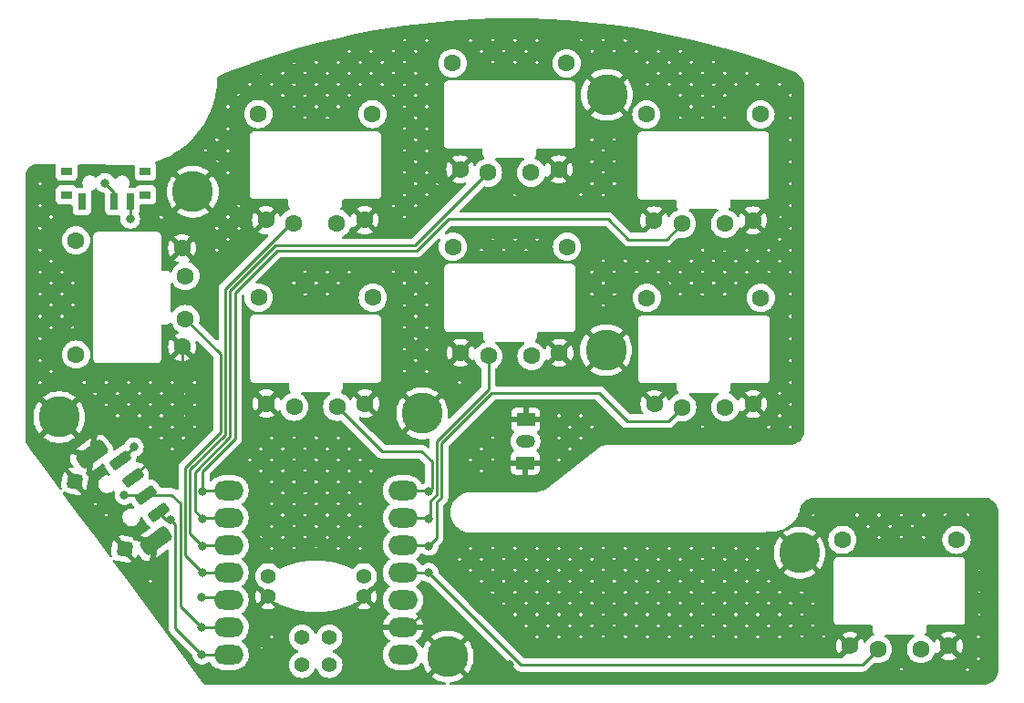
<source format=gbr>
%TF.GenerationSoftware,KiCad,Pcbnew,8.0.2*%
%TF.CreationDate,2024-07-03T21:28:43-05:00*%
%TF.ProjectId,bonsai-pg1232-Xiao-r3-rounded,626f6e73-6169-42d7-9067-313233322d58,v1*%
%TF.SameCoordinates,Original*%
%TF.FileFunction,Copper,L2,Bot*%
%TF.FilePolarity,Positive*%
%FSLAX46Y46*%
G04 Gerber Fmt 4.6, Leading zero omitted, Abs format (unit mm)*
G04 Created by KiCad (PCBNEW 8.0.2) date 2024-07-03 21:28:43*
%MOMM*%
%LPD*%
G01*
G04 APERTURE LIST*
G04 Aperture macros list*
%AMRoundRect*
0 Rectangle with rounded corners*
0 $1 Rounding radius*
0 $2 $3 $4 $5 $6 $7 $8 $9 X,Y pos of 4 corners*
0 Add a 4 corners polygon primitive as box body*
4,1,4,$2,$3,$4,$5,$6,$7,$8,$9,$2,$3,0*
0 Add four circle primitives for the rounded corners*
1,1,$1+$1,$2,$3*
1,1,$1+$1,$4,$5*
1,1,$1+$1,$6,$7*
1,1,$1+$1,$8,$9*
0 Add four rect primitives between the rounded corners*
20,1,$1+$1,$2,$3,$4,$5,0*
20,1,$1+$1,$4,$5,$6,$7,0*
20,1,$1+$1,$6,$7,$8,$9,0*
20,1,$1+$1,$8,$9,$2,$3,0*%
%AMRotRect*
0 Rectangle, with rotation*
0 The origin of the aperture is its center*
0 $1 length*
0 $2 width*
0 $3 Rotation angle, in degrees counterclockwise*
0 Add horizontal line*
21,1,$1,$2,0,0,$3*%
G04 Aperture macros list end*
%TA.AperFunction,ComponentPad*%
%ADD10C,1.600000*%
%TD*%
%TA.AperFunction,ComponentPad*%
%ADD11C,3.800000*%
%TD*%
%TA.AperFunction,ComponentPad*%
%ADD12R,1.700000X1.200000*%
%TD*%
%TA.AperFunction,ComponentPad*%
%ADD13O,1.700000X1.200000*%
%TD*%
%TA.AperFunction,ComponentPad*%
%ADD14C,1.397000*%
%TD*%
%TA.AperFunction,SMDPad,CuDef*%
%ADD15O,2.750000X1.800000*%
%TD*%
%TA.AperFunction,SMDPad,CuDef*%
%ADD16R,1.000000X0.800000*%
%TD*%
%TA.AperFunction,SMDPad,CuDef*%
%ADD17R,0.700000X1.500000*%
%TD*%
%TA.AperFunction,SMDPad,CuDef*%
%ADD18RotRect,0.700000X1.500000X0.001000*%
%TD*%
%TA.AperFunction,SMDPad,CuDef*%
%ADD19RoundRect,0.250000X-0.752025X-0.243841X-0.455316X-0.646288X0.752025X0.243841X0.455316X0.646288X0*%
%TD*%
%TA.AperFunction,SMDPad,CuDef*%
%ADD20RoundRect,0.375000X-1.128038X-0.365761X-0.682973X-0.969431X1.128038X0.365761X0.682973X0.969431X0*%
%TD*%
%TA.AperFunction,SMDPad,CuDef*%
%ADD21RoundRect,0.350000X-0.398402X-0.293727X0.293727X-0.398402X0.398402X0.293727X-0.293727X0.398402X0*%
%TD*%
%TA.AperFunction,ViaPad*%
%ADD22C,0.800000*%
%TD*%
%TA.AperFunction,Conductor*%
%ADD23C,0.250000*%
%TD*%
G04 APERTURE END LIST*
D10*
%TO.P,REF\u002A\u002A,1*%
%TO.N,K3*%
X38566400Y-49789000D03*
X42566400Y-49789000D03*
%TO.P,REF\u002A\u002A,2*%
%TO.N,GND*%
X35986400Y-49489000D03*
X45146400Y-49489000D03*
%TO.P,REF\u002A\u002A,4*%
%TO.N,N/C*%
X45866400Y-39639000D03*
%TO.P,REF\u002A\u002A,5*%
X35266400Y-39639000D03*
%TD*%
%TO.P,REF\u002A\u002A,1*%
%TO.N,K4*%
X74566400Y-32789000D03*
X78566400Y-32789000D03*
%TO.P,REF\u002A\u002A,2*%
%TO.N,GND*%
X71986400Y-32489000D03*
X81146400Y-32489000D03*
%TO.P,REF\u002A\u002A,4*%
%TO.N,N/C*%
X81866400Y-22639000D03*
%TO.P,REF\u002A\u002A,5*%
X71266400Y-22639000D03*
%TD*%
D11*
%TO.P,REF\u002A\u002A,1*%
%TO.N,GND*%
X67525000Y-44525000D03*
%TD*%
D10*
%TO.P,REF\u002A\u002A,1*%
%TO.N,K0*%
X92766400Y-72289000D03*
X96766400Y-72289000D03*
%TO.P,REF\u002A\u002A,2*%
%TO.N,GND*%
X90186400Y-71989000D03*
X99346400Y-71989000D03*
%TO.P,REF\u002A\u002A,4*%
%TO.N,N/C*%
X100066400Y-62139000D03*
%TO.P,REF\u002A\u002A,5*%
X89466400Y-62139000D03*
%TD*%
D11*
%TO.P,REF\u002A\u002A,1*%
%TO.N,GND*%
X85500000Y-63350000D03*
%TD*%
%TO.P,REF\u002A\u002A,1*%
%TO.N,GND*%
X52825000Y-72975000D03*
%TD*%
D10*
%TO.P,REF\u002A\u002A,1*%
%TO.N,K2*%
X56600000Y-45075000D03*
X60600000Y-45075000D03*
%TO.P,REF\u002A\u002A,2*%
%TO.N,GND*%
X54020000Y-44775000D03*
X63180000Y-44775000D03*
%TO.P,REF\u002A\u002A,4*%
%TO.N,N/C*%
X63900000Y-34925000D03*
%TO.P,REF\u002A\u002A,5*%
X53300000Y-34925000D03*
%TD*%
%TO.P,REF\u002A\u002A,1*%
%TO.N,K6*%
X38532800Y-32753000D03*
X42532800Y-32753000D03*
%TO.P,REF\u002A\u002A,2*%
%TO.N,GND*%
X35952800Y-32453000D03*
X45112800Y-32453000D03*
%TO.P,REF\u002A\u002A,4*%
%TO.N,N/C*%
X45832800Y-22603000D03*
%TO.P,REF\u002A\u002A,5*%
X35232800Y-22603000D03*
%TD*%
D11*
%TO.P,,1*%
%TO.N,GND*%
X50450000Y-50400000D03*
%TD*%
D12*
%TO.P,REF\u002A\u002A,1*%
%TO.N,GND*%
X60066400Y-50989000D03*
D13*
%TO.P,REF\u002A\u002A,2*%
%TO.N,Bat+*%
X60066400Y-52989000D03*
%TD*%
D11*
%TO.P,REF\u002A\u002A,1*%
%TO.N,GND*%
X29150000Y-29825000D03*
%TD*%
%TO.P,REF\u002A\u002A,1*%
%TO.N,GND*%
X67600000Y-20825000D03*
%TD*%
%TO.P,REF\u002A\u002A,1*%
%TO.N,GND*%
X16750000Y-50750000D03*
%TD*%
D10*
%TO.P,REF\u002A\u002A,1*%
%TO.N,K5*%
X56566400Y-28039000D03*
X60566400Y-28039000D03*
%TO.P,REF\u002A\u002A,2*%
%TO.N,GND*%
X53986400Y-27739000D03*
X63146400Y-27739000D03*
%TO.P,REF\u002A\u002A,4*%
%TO.N,N/C*%
X63866400Y-17889000D03*
%TO.P,REF\u002A\u002A,5*%
X53266400Y-17889000D03*
%TD*%
%TO.P,REF\u002A\u002A,1*%
%TO.N,K1*%
X74600000Y-49825000D03*
X78600000Y-49825000D03*
%TO.P,REF\u002A\u002A,2*%
%TO.N,GND*%
X72020000Y-49525000D03*
X81180000Y-49525000D03*
%TO.P,REF\u002A\u002A,4*%
%TO.N,N/C*%
X81900000Y-39675000D03*
%TO.P,REF\u002A\u002A,5*%
X71300000Y-39675000D03*
%TD*%
D14*
%TO.P,U?,19*%
%TO.N,RAW*%
X45041440Y-65510000D03*
X36151440Y-65510000D03*
%TO.P,U?,20*%
%TO.N,GND*%
X45041440Y-67415000D03*
X36151440Y-67415000D03*
%TD*%
D10*
%TO.P,REF\u002A\u002A,1*%
%TO.N,K7*%
X28466400Y-41639000D03*
X28466400Y-37639000D03*
%TO.P,REF\u002A\u002A,2*%
%TO.N,GND*%
X28166400Y-44219000D03*
X28166400Y-35059000D03*
%TO.P,REF\u002A\u002A,4*%
%TO.N,N/C*%
X18316400Y-34339000D03*
%TO.P,REF\u002A\u002A,5*%
X18316400Y-44939000D03*
%TD*%
D15*
%TO.P,U?,1*%
%TO.N,F1*%
X32471440Y-72809000D03*
%TO.P,U?,2*%
%TO.N,F2*%
X32471440Y-70269000D03*
%TO.P,U?,3*%
%TO.N,F3*%
X32471440Y-67729000D03*
%TO.P,U?,4*%
%TO.N,K7*%
X32471440Y-65189000D03*
%TO.P,U?,5*%
%TO.N,K6*%
X32471440Y-62649000D03*
%TO.P,U?,6*%
%TO.N,K5*%
X32471440Y-60109000D03*
%TO.P,U?,7*%
%TO.N,K4*%
X32471440Y-57569000D03*
%TO.P,U?,8*%
%TO.N,K3*%
X48661360Y-57569000D03*
%TO.P,U?,9*%
%TO.N,K2*%
X48661360Y-60109000D03*
%TO.P,U?,10*%
%TO.N,K1*%
X48661360Y-62649000D03*
%TO.P,U?,11*%
%TO.N,K0*%
X48661360Y-65189000D03*
%TO.P,U?,12*%
%TO.N,N/C*%
X48661360Y-67729000D03*
%TO.P,U?,13*%
%TO.N,GND*%
X48661360Y-70269000D03*
%TO.P,U?,14*%
%TO.N,N/C*%
X48661360Y-72809000D03*
D14*
%TO.P,U?,15*%
X39296400Y-73761000D03*
%TO.P,U?,16*%
X41836400Y-73761000D03*
%TO.P,U?,17*%
X39296400Y-71221000D03*
%TO.P,U?,18*%
X41836400Y-71221000D03*
%TD*%
D16*
%TO.P,REF\u002A\u002A,*%
%TO.N,*%
X17450001Y-27895000D03*
X17450001Y-30105000D03*
X24750000Y-30105001D03*
X24750001Y-27895000D03*
D17*
%TO.P,REF\u002A\u002A,1*%
%TO.N,N/C*%
X18850001Y-30755000D03*
D18*
%TO.P,REF\u002A\u002A,2*%
%TO.N,RAW*%
X21850002Y-30755001D03*
D17*
%TO.P,REF\u002A\u002A,3*%
%TO.N,Bat+*%
X23350001Y-30755000D03*
%TD*%
D19*
%TO.P,REF\u002A\u002A,A*%
%TO.N,F3*%
X22398491Y-54749752D03*
%TO.P,REF\u002A\u002A,B*%
%TO.N,F1*%
X25959009Y-59579119D03*
%TO.P,REF\u002A\u002A,C*%
%TO.N,GND*%
X23585337Y-56359546D03*
D20*
%TO.P,REF\u002A\u002A,MP*%
X19762848Y-54208118D03*
D21*
X18202149Y-56725406D03*
X22830814Y-63003576D03*
D20*
X25697036Y-62257055D03*
D19*
%TO.P,REF\u002A\u002A,S*%
%TO.N,F2*%
X24772170Y-57969327D03*
%TD*%
D12*
%TO.P,REF\u002A\u002A,1*%
%TO.N,GND*%
X60016400Y-54989000D03*
D13*
%TO.P,REF\u002A\u002A,2*%
%TO.N,Bat+*%
X60016400Y-52989000D03*
%TD*%
D22*
%TO.N,K5*%
X30066400Y-60189000D03*
%TO.N,GND*%
X36100000Y-74500000D03*
X25750000Y-67700000D03*
X25600000Y-55800000D03*
X45150000Y-74450000D03*
X45566400Y-70189000D03*
X58551047Y-73698953D03*
%TO.N,K6*%
X30066400Y-62689000D03*
%TO.N,K7*%
X30066400Y-65189000D03*
%TO.N,K1*%
X51066400Y-62689000D03*
%TO.N,K0*%
X51066400Y-65189000D03*
%TO.N,K2*%
X51066400Y-60189000D03*
%TO.N,K3*%
X51066400Y-57689000D03*
%TO.N,K4*%
X30066400Y-57689000D03*
%TO.N,Bat+*%
X23350000Y-32350000D03*
%TO.N,RAW*%
X21000000Y-29000000D03*
%TO.N,F1*%
X30000000Y-72800000D03*
X27100000Y-60250000D03*
%TO.N,F2*%
X22800000Y-58000000D03*
X30000000Y-70300000D03*
%TO.N,F3*%
X30000000Y-67500000D03*
X23675000Y-53525000D03*
%TD*%
D23*
%TO.N,K3*%
X46727400Y-53950000D02*
X42566400Y-49789000D01*
X51341400Y-54891400D02*
X50400000Y-53950000D01*
X50400000Y-53950000D02*
X46727400Y-53950000D01*
X51341400Y-57414000D02*
X51341400Y-54891400D01*
X51066400Y-57689000D02*
X51341400Y-57414000D01*
%TO.N,K5*%
X36794004Y-34825000D02*
X49780400Y-34825000D01*
X32616400Y-52561792D02*
X32616400Y-39002604D01*
X30146400Y-60109000D02*
X30066400Y-60189000D01*
X49780400Y-34825000D02*
X56566400Y-28039000D01*
X29341400Y-55836792D02*
X32616400Y-52561792D01*
X31996440Y-60109000D02*
X30146400Y-60109000D01*
X29341400Y-59464000D02*
X29341400Y-55836792D01*
X30066400Y-60189000D02*
X29341400Y-59464000D01*
X32616400Y-39002604D02*
X36794004Y-34825000D01*
%TO.N,GND*%
X50105360Y-69300000D02*
X49136360Y-70269000D01*
X26072441Y-55327559D02*
X25600000Y-55800000D01*
X36677678Y-68072322D02*
X37855356Y-69250000D01*
X37855356Y-69250000D02*
X43400000Y-69250000D01*
X36121400Y-67411000D02*
X36121400Y-67516043D01*
X45041440Y-67608560D02*
X45041440Y-67415000D01*
X54100000Y-69300000D02*
X50105360Y-69300000D01*
X49136360Y-70269000D02*
X45646400Y-70269000D01*
X43400000Y-69250000D02*
X44050000Y-68600000D01*
X44050000Y-68600000D02*
X45566400Y-70116400D01*
X36151440Y-67415000D02*
X36151440Y-67546084D01*
X44050000Y-68600000D02*
X45041440Y-67608560D01*
X28166400Y-44219000D02*
X28166400Y-51778483D01*
X58551047Y-73698953D02*
X58498953Y-73698953D01*
X36121400Y-67516043D02*
X36677678Y-68072322D01*
X26072441Y-53872441D02*
X23585337Y-56359546D01*
X45566400Y-70116400D02*
X45566400Y-70189000D01*
X45646400Y-70269000D02*
X45566400Y-70189000D01*
X36151440Y-67546084D02*
X36677678Y-68072322D01*
X28166400Y-51778483D02*
X26072441Y-53872441D01*
X26072441Y-53872441D02*
X26072441Y-55327559D01*
X58498953Y-73698953D02*
X54100000Y-69300000D01*
%TO.N,K6*%
X30066400Y-62689000D02*
X28891400Y-61514000D01*
X30106400Y-62649000D02*
X30066400Y-62689000D01*
X32166400Y-52375396D02*
X32166400Y-38816208D01*
X28891400Y-61514000D02*
X28891400Y-55650396D01*
X32166400Y-38816208D02*
X38229608Y-32753000D01*
X31996440Y-62649000D02*
X30106400Y-62649000D01*
X28891400Y-55650396D02*
X32166400Y-52375396D01*
X38229608Y-32753000D02*
X38532800Y-32753000D01*
%TO.N,K7*%
X31716400Y-44889000D02*
X28466400Y-41639000D01*
X31716400Y-52189000D02*
X31716400Y-44889000D01*
X28441400Y-63564000D02*
X28441400Y-55464000D01*
X31996440Y-65189000D02*
X30066400Y-65189000D01*
X30066400Y-65189000D02*
X28441400Y-63564000D01*
X28441400Y-55464000D02*
X31716400Y-52189000D01*
%TO.N,K1*%
X51026400Y-62649000D02*
X51066400Y-62689000D01*
X49136360Y-62649000D02*
X51026400Y-62649000D01*
%TO.N,K0*%
X51066400Y-65189000D02*
X59627400Y-73750000D01*
X59627400Y-73750000D02*
X91305400Y-73750000D01*
X91305400Y-73750000D02*
X92766400Y-72289000D01*
X49136360Y-65189000D02*
X51066400Y-65189000D01*
%TO.N,K2*%
X50986400Y-60109000D02*
X51066400Y-60189000D01*
X49136360Y-60109000D02*
X50986400Y-60109000D01*
%TO.N,K3*%
X49136360Y-57569000D02*
X50946400Y-57569000D01*
X50946400Y-57569000D02*
X51066400Y-57689000D01*
%TO.N,K4*%
X30066400Y-57689000D02*
X30066400Y-55748188D01*
X36980400Y-35275000D02*
X49966796Y-35275000D01*
X33066400Y-52748188D02*
X33066400Y-39189000D01*
X69625000Y-34250000D02*
X73105400Y-34250000D01*
X30186400Y-57569000D02*
X30066400Y-57689000D01*
X33066400Y-39189000D02*
X36980400Y-35275000D01*
X49966796Y-35275000D02*
X52866796Y-32375000D01*
X67750000Y-32375000D02*
X69625000Y-34250000D01*
X73105400Y-34250000D02*
X74566400Y-32789000D01*
X31996440Y-57569000D02*
X30186400Y-57569000D01*
X52866796Y-32375000D02*
X67750000Y-32375000D01*
X30066400Y-55748188D02*
X33066400Y-52748188D01*
%TO.N,Bat+*%
X23350000Y-32350000D02*
X23350000Y-30755001D01*
X23350000Y-30755001D02*
X23350001Y-30755000D01*
%TO.N,RAW*%
X21850002Y-29850002D02*
X21850002Y-30755001D01*
X21000000Y-29000000D02*
X21850002Y-29850002D01*
%TO.N,F1*%
X27100000Y-60250000D02*
X26629890Y-60250000D01*
X30000000Y-72800000D02*
X30009000Y-72809000D01*
X30009000Y-72809000D02*
X31996440Y-72809000D01*
X27541400Y-60691400D02*
X27541400Y-70341400D01*
X26629890Y-60250000D02*
X25959009Y-59579119D01*
X27541400Y-70341400D02*
X30000000Y-72800000D01*
X27100000Y-60250000D02*
X27541400Y-60691400D01*
%TO.N,F2*%
X24772170Y-57969327D02*
X22830673Y-57969327D01*
X27991400Y-68291400D02*
X27991400Y-58766400D01*
X30000000Y-70300000D02*
X30031000Y-70269000D01*
X27991400Y-58766400D02*
X27194327Y-57969327D01*
X27194327Y-57969327D02*
X24772170Y-57969327D01*
X30000000Y-70300000D02*
X27991400Y-68291400D01*
X22830673Y-57969327D02*
X22800000Y-58000000D01*
X30031000Y-70269000D02*
X31996440Y-70269000D01*
%TO.N,F3*%
X31996440Y-67729000D02*
X31581095Y-67729000D01*
X31352095Y-67500000D02*
X30000000Y-67500000D01*
X22450248Y-54749752D02*
X22398491Y-54749752D01*
X22364591Y-54715852D02*
X22398491Y-54749752D01*
X31581095Y-67729000D02*
X31352095Y-67500000D01*
X23675000Y-53525000D02*
X22450248Y-54749752D01*
%TO.N,K2*%
X51791400Y-52964000D02*
X56600000Y-48155400D01*
X51250000Y-58530705D02*
X51791400Y-57989305D01*
X51250000Y-60005400D02*
X51250000Y-58530705D01*
X51791400Y-57989305D02*
X51791400Y-52964000D01*
X51066400Y-60189000D02*
X51250000Y-60005400D01*
X56600000Y-48155400D02*
X56600000Y-45075000D01*
%TO.N,K1*%
X73300000Y-51125000D02*
X74600000Y-49825000D01*
X52241400Y-53150396D02*
X56884598Y-48507198D01*
X69500000Y-51125000D02*
X73300000Y-51125000D01*
X52241400Y-58175701D02*
X52241400Y-53150396D01*
X51791400Y-58625701D02*
X52241400Y-58175701D01*
X66882198Y-48507198D02*
X69500000Y-51125000D01*
X56884598Y-48507198D02*
X66882198Y-48507198D01*
X51791400Y-61964000D02*
X51791400Y-58625701D01*
X51066400Y-62689000D02*
X51791400Y-61964000D01*
%TD*%
%TA.AperFunction,Conductor*%
%TO.N,GND*%
G36*
X58806978Y-13707604D02*
G01*
X60468476Y-13728152D01*
X60471301Y-13728220D01*
X62131875Y-13787279D01*
X62134639Y-13787410D01*
X63793378Y-13884948D01*
X63796161Y-13885144D01*
X65452219Y-14021111D01*
X65454934Y-14021365D01*
X67107441Y-14195691D01*
X67110210Y-14196016D01*
X68758191Y-14408597D01*
X68760899Y-14408979D01*
X70403468Y-14659701D01*
X70406257Y-14660160D01*
X72042585Y-14948895D01*
X72045404Y-14949426D01*
X73674535Y-15276005D01*
X73677226Y-15276576D01*
X75213977Y-15621875D01*
X75298430Y-15640851D01*
X75301219Y-15641512D01*
X76913510Y-16043263D01*
X76916231Y-16043976D01*
X78518754Y-16482989D01*
X78521389Y-16483744D01*
X80113438Y-16959830D01*
X80116074Y-16960653D01*
X81696553Y-17473482D01*
X81699213Y-17474380D01*
X83267343Y-18023700D01*
X83269981Y-18024658D01*
X84787449Y-18596058D01*
X84794078Y-18599700D01*
X84806051Y-18603808D01*
X84806052Y-18603809D01*
X84825295Y-18610411D01*
X84833090Y-18613383D01*
X84918095Y-18649117D01*
X85043194Y-18701704D01*
X85058122Y-18709200D01*
X85250822Y-18822820D01*
X85264602Y-18832250D01*
X85424136Y-18958011D01*
X85440292Y-18970747D01*
X85452682Y-18981947D01*
X85456870Y-18986280D01*
X85608154Y-19142794D01*
X85618928Y-19155560D01*
X85751367Y-19335840D01*
X85760328Y-19349938D01*
X85867336Y-19546387D01*
X85874319Y-19561558D01*
X85944233Y-19745095D01*
X85945517Y-19748464D01*
X85953639Y-19792604D01*
X85953999Y-51938568D01*
X85953999Y-51958223D01*
X85953617Y-51967952D01*
X85937640Y-52170956D01*
X85934596Y-52190174D01*
X85888202Y-52383421D01*
X85882189Y-52401927D01*
X85806133Y-52585540D01*
X85797299Y-52602877D01*
X85693460Y-52772327D01*
X85682023Y-52788069D01*
X85552951Y-52939193D01*
X85539193Y-52952951D01*
X85388069Y-53082023D01*
X85372327Y-53093460D01*
X85202877Y-53197299D01*
X85185540Y-53206133D01*
X85001927Y-53282189D01*
X84983421Y-53288202D01*
X84790174Y-53334596D01*
X84770956Y-53337640D01*
X84567953Y-53353617D01*
X84558224Y-53353999D01*
X84520769Y-53353999D01*
X84520633Y-53354018D01*
X67589743Y-53362137D01*
X67581254Y-53361118D01*
X67581248Y-53361271D01*
X67568907Y-53360736D01*
X67550804Y-53362129D01*
X67538691Y-53364545D01*
X67538661Y-53364395D01*
X67530426Y-53366702D01*
X67195033Y-53418454D01*
X67186863Y-53419438D01*
X67177705Y-53420234D01*
X67177310Y-53420321D01*
X67174705Y-53421174D01*
X67174329Y-53421339D01*
X67166472Y-53426111D01*
X67159293Y-53430150D01*
X66883267Y-53573607D01*
X66870156Y-53578806D01*
X66861805Y-53583068D01*
X66854652Y-53587691D01*
X66847352Y-53593542D01*
X66837216Y-53603372D01*
X62115860Y-57330757D01*
X62099244Y-57341827D01*
X61689373Y-57569534D01*
X61655084Y-57582397D01*
X61054841Y-57710758D01*
X61028910Y-57713500D01*
X54838111Y-57713500D01*
X54583927Y-57748437D01*
X54583921Y-57748438D01*
X54336862Y-57817662D01*
X54101533Y-57919879D01*
X53882312Y-58053190D01*
X53683287Y-58215109D01*
X53683273Y-58215122D01*
X53508158Y-58402623D01*
X53508158Y-58402624D01*
X53508155Y-58402626D01*
X53508154Y-58402629D01*
X53499181Y-58415341D01*
X53360192Y-58612242D01*
X53242150Y-58840054D01*
X53156230Y-59081808D01*
X53156225Y-59081824D01*
X53104027Y-59333020D01*
X53104026Y-59333022D01*
X53086518Y-59589000D01*
X53104026Y-59844977D01*
X53104027Y-59844979D01*
X53156225Y-60096175D01*
X53156230Y-60096191D01*
X53242150Y-60337945D01*
X53242151Y-60337947D01*
X53360192Y-60565757D01*
X53508154Y-60775371D01*
X53508158Y-60775375D01*
X53508158Y-60775376D01*
X53683273Y-60962877D01*
X53683276Y-60962880D01*
X53683281Y-60962885D01*
X53882309Y-61124807D01*
X53882311Y-61124808D01*
X53882312Y-61124809D01*
X54101533Y-61258120D01*
X54243108Y-61319614D01*
X54336866Y-61360339D01*
X54583927Y-61429563D01*
X54807395Y-61460278D01*
X54838111Y-61464500D01*
X54838112Y-61464500D01*
X54951382Y-61464500D01*
X81542052Y-61464500D01*
X81556494Y-61465402D01*
X81556810Y-61465379D01*
X81556812Y-61465380D01*
X81564675Y-61464816D01*
X81573530Y-61464500D01*
X81581741Y-61464500D01*
X81596070Y-61462569D01*
X83029471Y-61359945D01*
X83030928Y-61360066D01*
X83049129Y-61358665D01*
X83049130Y-61358666D01*
X83073086Y-61356822D01*
X83073459Y-61356795D01*
X83088170Y-61355743D01*
X83088171Y-61355742D01*
X83098954Y-61354971D01*
X83100462Y-61354707D01*
X83199803Y-61347028D01*
X83219696Y-61345491D01*
X83431506Y-61306455D01*
X83507923Y-61292373D01*
X83507930Y-61292370D01*
X83507934Y-61292370D01*
X83747402Y-61221500D01*
X83788957Y-61209202D01*
X84059672Y-61096905D01*
X84317059Y-60956729D01*
X84558256Y-60790233D01*
X84780583Y-60599267D01*
X84981567Y-60385954D01*
X85158976Y-60152665D01*
X85310836Y-59901995D01*
X85317788Y-59887197D01*
X86623308Y-59887197D01*
X86685891Y-59949780D01*
X86761441Y-59979692D01*
X86898664Y-59842468D01*
X86906182Y-59824319D01*
X90672281Y-59824319D01*
X90679799Y-59842468D01*
X90821692Y-59984362D01*
X90839841Y-59991880D01*
X90857990Y-59984362D01*
X90999884Y-59842468D01*
X91007402Y-59824319D01*
X92722890Y-59824319D01*
X92730408Y-59842468D01*
X92872302Y-59984362D01*
X92890451Y-59991880D01*
X92908600Y-59984362D01*
X93050493Y-59842468D01*
X93058011Y-59824319D01*
X94773500Y-59824319D01*
X94781018Y-59842468D01*
X94922912Y-59984362D01*
X94941061Y-59991880D01*
X94959209Y-59984362D01*
X95101103Y-59842468D01*
X95108621Y-59824319D01*
X96824110Y-59824319D01*
X96831628Y-59842468D01*
X96973521Y-59984362D01*
X96991670Y-59991880D01*
X97009819Y-59984362D01*
X97151713Y-59842468D01*
X97159231Y-59824319D01*
X98874719Y-59824319D01*
X98882237Y-59842468D01*
X98938910Y-59899141D01*
X99134545Y-59807916D01*
X99139492Y-59805739D01*
X99177770Y-59789882D01*
X99182014Y-59788231D01*
X100950786Y-59788231D01*
X100955030Y-59789882D01*
X100993308Y-59805739D01*
X100998255Y-59807916D01*
X101195505Y-59899894D01*
X101252933Y-59842466D01*
X101260450Y-59824319D01*
X101252932Y-59806170D01*
X101111038Y-59664276D01*
X101092890Y-59656758D01*
X101074741Y-59664276D01*
X100950786Y-59788231D01*
X99182014Y-59788231D01*
X99182811Y-59787921D01*
X99183736Y-59787584D01*
X99060429Y-59664276D01*
X99042280Y-59656758D01*
X99024131Y-59664276D01*
X98882237Y-59806170D01*
X98874719Y-59824319D01*
X97159231Y-59824319D01*
X97151713Y-59806170D01*
X97009819Y-59664276D01*
X96991670Y-59656758D01*
X96973521Y-59664276D01*
X96831628Y-59806170D01*
X96824110Y-59824319D01*
X95108621Y-59824319D01*
X95101103Y-59806170D01*
X94959209Y-59664276D01*
X94941061Y-59656758D01*
X94922912Y-59664276D01*
X94781018Y-59806170D01*
X94773500Y-59824319D01*
X93058011Y-59824319D01*
X93050493Y-59806170D01*
X92908600Y-59664276D01*
X92890451Y-59656758D01*
X92872302Y-59664276D01*
X92730408Y-59806170D01*
X92722890Y-59824319D01*
X91007402Y-59824319D01*
X90999884Y-59806170D01*
X90857990Y-59664276D01*
X90839841Y-59656758D01*
X90821692Y-59664276D01*
X90679799Y-59806170D01*
X90672281Y-59824319D01*
X86906182Y-59824319D01*
X86898664Y-59806170D01*
X86847118Y-59754624D01*
X88680735Y-59754624D01*
X88681827Y-59754306D01*
X88851851Y-59708747D01*
X88807380Y-59664276D01*
X88789232Y-59656758D01*
X88771083Y-59664276D01*
X88680735Y-59754624D01*
X86847118Y-59754624D01*
X86756771Y-59664276D01*
X86738622Y-59656758D01*
X86720475Y-59664275D01*
X86666686Y-59718063D01*
X86663470Y-59736078D01*
X86662810Y-59741651D01*
X86659596Y-59757780D01*
X86659288Y-59759511D01*
X86659134Y-59760098D01*
X86659002Y-59760765D01*
X86658466Y-59762661D01*
X86654368Y-59778373D01*
X86652551Y-59783610D01*
X86623308Y-59887197D01*
X85317788Y-59887197D01*
X85435460Y-59636728D01*
X85469820Y-59537733D01*
X85477317Y-59525239D01*
X85476035Y-59524648D01*
X85484264Y-59506811D01*
X85484610Y-59503897D01*
X85490590Y-59477876D01*
X85491413Y-59475500D01*
X85491548Y-59475112D01*
X85491547Y-59475108D01*
X85491651Y-59469845D01*
X85494022Y-59448019D01*
X85529090Y-59272223D01*
X85534402Y-59253448D01*
X85605440Y-59061593D01*
X85613635Y-59043885D01*
X85713922Y-58865571D01*
X85724799Y-58849368D01*
X85851842Y-58689025D01*
X85865139Y-58674721D01*
X85968748Y-58579537D01*
X86015788Y-58536322D01*
X86031158Y-58524290D01*
X86201678Y-58411269D01*
X86218743Y-58401802D01*
X86404908Y-58316961D01*
X86423248Y-58310292D01*
X86620412Y-58255748D01*
X86639582Y-58252041D01*
X86847765Y-58228588D01*
X86857498Y-58227879D01*
X86877119Y-58227225D01*
X86877119Y-58227224D01*
X86889746Y-58226803D01*
X86897176Y-58225255D01*
X87148476Y-58209349D01*
X87156309Y-58209101D01*
X102559070Y-58209101D01*
X102578726Y-58209101D01*
X102588454Y-58209482D01*
X102791458Y-58225459D01*
X102810673Y-58228503D01*
X102838424Y-58235165D01*
X103003932Y-58274901D01*
X103022422Y-58280909D01*
X103206044Y-58356967D01*
X103223370Y-58365795D01*
X103304222Y-58415341D01*
X103392827Y-58469639D01*
X103408569Y-58481076D01*
X103559693Y-58610148D01*
X103573451Y-58623906D01*
X103702523Y-58775030D01*
X103713960Y-58790772D01*
X103817799Y-58960222D01*
X103826633Y-58977559D01*
X103902689Y-59161172D01*
X103908702Y-59179678D01*
X103955096Y-59372925D01*
X103958140Y-59392143D01*
X103964358Y-59471144D01*
X103973633Y-59589000D01*
X103974111Y-59595067D01*
X103974493Y-59604970D01*
X103954059Y-74169292D01*
X103953999Y-74169683D01*
X103953999Y-74208223D01*
X103953617Y-74217952D01*
X103937640Y-74420956D01*
X103934596Y-74440174D01*
X103888202Y-74633421D01*
X103882189Y-74651927D01*
X103806133Y-74835540D01*
X103797299Y-74852877D01*
X103693460Y-75022327D01*
X103682023Y-75038069D01*
X103552951Y-75189193D01*
X103539193Y-75202951D01*
X103388069Y-75332023D01*
X103372327Y-75343460D01*
X103202877Y-75447299D01*
X103185540Y-75456133D01*
X103001927Y-75532189D01*
X102983421Y-75538202D01*
X102790174Y-75584596D01*
X102770956Y-75587640D01*
X102583094Y-75602424D01*
X102567939Y-75603617D01*
X102558212Y-75603999D01*
X102521748Y-75603999D01*
X102521709Y-75604004D01*
X53082822Y-75610492D01*
X53015780Y-75590816D01*
X52970018Y-75538018D01*
X52960066Y-75468861D01*
X52989082Y-75405302D01*
X53047856Y-75367519D01*
X53067265Y-75363470D01*
X53275600Y-75337151D01*
X53568107Y-75262048D01*
X53568110Y-75262047D01*
X53848882Y-75150882D01*
X53848890Y-75150878D01*
X54113520Y-75005397D01*
X54113530Y-75005390D01*
X54338433Y-74841987D01*
X54338434Y-74841987D01*
X53407737Y-73911290D01*
X53541602Y-73814033D01*
X53664033Y-73691602D01*
X53761290Y-73557737D01*
X54689687Y-74486134D01*
X54770486Y-74388464D01*
X54932292Y-74133497D01*
X54932295Y-74133491D01*
X55060872Y-73860252D01*
X55060874Y-73860247D01*
X55154194Y-73573040D01*
X55210783Y-73276390D01*
X55210784Y-73276383D01*
X55229745Y-72975005D01*
X55229745Y-72974994D01*
X55210784Y-72673616D01*
X55210783Y-72673609D01*
X55154194Y-72376959D01*
X55060874Y-72089752D01*
X55060872Y-72089747D01*
X54932295Y-71816508D01*
X54932292Y-71816502D01*
X54770483Y-71561530D01*
X54689686Y-71463864D01*
X53761289Y-72392261D01*
X53664033Y-72258398D01*
X53541602Y-72135967D01*
X53407736Y-72038709D01*
X54338434Y-71108011D01*
X54338433Y-71108009D01*
X54113538Y-70944614D01*
X54113520Y-70944602D01*
X53848890Y-70799121D01*
X53848882Y-70799117D01*
X53568110Y-70687952D01*
X53568107Y-70687951D01*
X53275600Y-70612849D01*
X52976004Y-70575000D01*
X52673995Y-70575000D01*
X52374399Y-70612849D01*
X52081892Y-70687951D01*
X52081889Y-70687952D01*
X51801117Y-70799117D01*
X51801109Y-70799121D01*
X51536476Y-70944604D01*
X51536471Y-70944607D01*
X51311565Y-71108010D01*
X51311564Y-71108011D01*
X52242262Y-72038709D01*
X52108398Y-72135967D01*
X51985967Y-72258398D01*
X51888709Y-72392262D01*
X50960311Y-71463864D01*
X50879520Y-71561525D01*
X50879518Y-71561528D01*
X50717707Y-71816502D01*
X50717704Y-71816508D01*
X50589127Y-72089747D01*
X50589124Y-72089755D01*
X50588785Y-72090799D01*
X50588609Y-72091055D01*
X50587692Y-72093373D01*
X50587166Y-72093165D01*
X50549345Y-72148472D01*
X50484985Y-72175667D01*
X50416139Y-72163750D01*
X50364666Y-72116503D01*
X50360371Y-72108769D01*
X50341018Y-72070786D01*
X50296043Y-72008884D01*
X50210703Y-71891424D01*
X50053936Y-71734657D01*
X49915481Y-71634063D01*
X49872817Y-71578734D01*
X49866838Y-71509120D01*
X49899444Y-71447325D01*
X49915483Y-71433427D01*
X50048402Y-71336856D01*
X50204217Y-71181041D01*
X50333746Y-71002760D01*
X50433792Y-70806410D01*
X50501886Y-70596838D01*
X50501886Y-70596835D01*
X50514215Y-70519000D01*
X46808505Y-70519000D01*
X46820833Y-70596835D01*
X46820833Y-70596838D01*
X46888927Y-70806410D01*
X46988973Y-71002760D01*
X47118502Y-71181041D01*
X47274318Y-71336857D01*
X47274324Y-71336862D01*
X47407236Y-71433428D01*
X47449902Y-71488758D01*
X47455881Y-71558371D01*
X47423276Y-71620166D01*
X47407237Y-71634064D01*
X47268782Y-71734658D01*
X47112019Y-71891421D01*
X47112019Y-71891422D01*
X47112017Y-71891424D01*
X47061891Y-71960416D01*
X46981703Y-72070784D01*
X46881053Y-72268319D01*
X46812542Y-72479175D01*
X46812542Y-72479176D01*
X46777860Y-72698149D01*
X46777860Y-72919851D01*
X46801328Y-73068024D01*
X46812542Y-73138824D01*
X46881053Y-73349680D01*
X46969510Y-73523285D01*
X46981703Y-73547215D01*
X47112017Y-73726576D01*
X47268784Y-73883343D01*
X47448145Y-74013657D01*
X47541474Y-74061210D01*
X47645679Y-74114306D01*
X47645681Y-74114306D01*
X47645684Y-74114308D01*
X47856536Y-74182818D01*
X48075509Y-74217500D01*
X48075510Y-74217500D01*
X49247210Y-74217500D01*
X49247211Y-74217500D01*
X49466184Y-74182818D01*
X49677036Y-74114308D01*
X49874575Y-74013657D01*
X50053936Y-73883343D01*
X50210703Y-73726576D01*
X50299130Y-73604867D01*
X50354459Y-73562202D01*
X50424072Y-73556223D01*
X50485867Y-73588829D01*
X50517378Y-73639434D01*
X50589127Y-73860252D01*
X50717704Y-74133491D01*
X50717707Y-74133497D01*
X50879516Y-74388469D01*
X50960311Y-74486133D01*
X51888708Y-73557736D01*
X51985967Y-73691602D01*
X52108398Y-73814033D01*
X52242262Y-73911290D01*
X51311564Y-74841987D01*
X51311565Y-74841989D01*
X51536461Y-75005385D01*
X51536479Y-75005397D01*
X51801109Y-75150878D01*
X51801117Y-75150882D01*
X52081889Y-75262047D01*
X52081892Y-75262048D01*
X52374399Y-75337150D01*
X52583269Y-75363537D01*
X52647313Y-75391468D01*
X52686089Y-75449590D01*
X52687286Y-75519450D01*
X52650525Y-75578867D01*
X52587476Y-75608976D01*
X52567744Y-75610559D01*
X30322947Y-75613479D01*
X30267048Y-75600173D01*
X30178104Y-75555270D01*
X30134208Y-75518195D01*
X23094298Y-65976148D01*
X25052771Y-65976148D01*
X25060289Y-65994297D01*
X25202183Y-66136191D01*
X25220332Y-66143709D01*
X25238481Y-66136191D01*
X25380374Y-65994297D01*
X25387892Y-65976148D01*
X25380374Y-65957999D01*
X25238481Y-65816105D01*
X25220332Y-65808587D01*
X25202183Y-65816105D01*
X25060289Y-65957999D01*
X25052771Y-65976148D01*
X23094298Y-65976148D01*
X21746869Y-64149813D01*
X21722909Y-64084183D01*
X21738236Y-64016015D01*
X21787985Y-63966956D01*
X21856359Y-63952580D01*
X21917739Y-63974598D01*
X22020867Y-64046754D01*
X22191601Y-64117703D01*
X22232221Y-64126693D01*
X22232219Y-64126693D01*
X23070497Y-64253469D01*
X23070514Y-64253471D01*
X23111981Y-64256897D01*
X23296066Y-64239609D01*
X23405599Y-64204484D01*
X22777945Y-63353154D01*
X21853580Y-62099376D01*
X21787637Y-62193627D01*
X21787636Y-62193627D01*
X21716686Y-62364363D01*
X21707696Y-62404982D01*
X21580920Y-63243259D01*
X21580918Y-63243276D01*
X21577492Y-63284743D01*
X21594780Y-63468825D01*
X21633390Y-63589229D01*
X21635116Y-63659078D01*
X21598805Y-63718771D01*
X21535986Y-63749357D01*
X21466603Y-63741126D01*
X21415530Y-63700710D01*
X21372799Y-63642792D01*
X20015196Y-61802667D01*
X22256027Y-61802667D01*
X22883683Y-62653998D01*
X23808046Y-63907775D01*
X23873992Y-63813523D01*
X23944939Y-63642792D01*
X23952691Y-63607767D01*
X23986397Y-63546565D01*
X24047840Y-63513301D01*
X24117513Y-63518536D01*
X24173296Y-63560608D01*
X24173569Y-63560977D01*
X24354933Y-63806973D01*
X24354934Y-63806974D01*
X24382623Y-63839648D01*
X24382625Y-63839650D01*
X24529192Y-63961048D01*
X24529203Y-63961055D01*
X24698446Y-64048111D01*
X24698444Y-64048111D01*
X24882440Y-64096748D01*
X24882445Y-64096749D01*
X25072605Y-64104697D01*
X25072606Y-64104697D01*
X25167293Y-64087965D01*
X25167294Y-64087964D01*
X25412462Y-62466860D01*
X23756456Y-62216413D01*
X23693113Y-62186925D01*
X23655769Y-62127873D01*
X23650998Y-62093807D01*
X23650998Y-61967560D01*
X23650997Y-61967559D01*
X23640767Y-61960402D01*
X23640760Y-61960398D01*
X23470026Y-61889448D01*
X23429406Y-61880458D01*
X23429408Y-61880458D01*
X22591130Y-61753682D01*
X22591113Y-61753680D01*
X22549646Y-61750254D01*
X22365563Y-61767542D01*
X22256027Y-61802667D01*
X20015196Y-61802667D01*
X18555615Y-59824319D01*
X20951552Y-59824319D01*
X20959070Y-59842468D01*
X21100964Y-59984362D01*
X21119113Y-59991880D01*
X21137261Y-59984362D01*
X21279155Y-59842468D01*
X21286673Y-59824319D01*
X21279155Y-59806170D01*
X21137261Y-59664276D01*
X21119113Y-59656758D01*
X21100964Y-59664276D01*
X20959070Y-59806170D01*
X20951552Y-59824319D01*
X18555615Y-59824319D01*
X17799168Y-58799014D01*
X19926247Y-58799014D01*
X19933765Y-58817163D01*
X20075659Y-58959057D01*
X20093808Y-58966575D01*
X20111956Y-58959057D01*
X20253850Y-58817163D01*
X20261368Y-58799014D01*
X20253851Y-58780867D01*
X20217867Y-58744884D01*
X20184850Y-58725095D01*
X20179706Y-58721838D01*
X20067660Y-58646971D01*
X19933765Y-58780865D01*
X19926247Y-58799014D01*
X17799168Y-58799014D01*
X17111530Y-57866974D01*
X17087570Y-57801343D01*
X17102897Y-57733175D01*
X17152646Y-57684116D01*
X17221020Y-57669740D01*
X17282400Y-57691759D01*
X17392198Y-57768582D01*
X17392200Y-57768583D01*
X17562936Y-57839533D01*
X17603556Y-57848523D01*
X17603554Y-57848523D01*
X18441832Y-57975299D01*
X18441849Y-57975301D01*
X18483316Y-57978727D01*
X18667401Y-57961439D01*
X18776934Y-57926314D01*
X18149280Y-57074984D01*
X17224915Y-55821206D01*
X17158972Y-55915457D01*
X17158971Y-55915457D01*
X17088021Y-56086193D01*
X17079031Y-56126812D01*
X16952255Y-56965089D01*
X16952253Y-56965106D01*
X16948827Y-57006573D01*
X16966115Y-57190655D01*
X17007207Y-57318800D01*
X17008933Y-57388649D01*
X16972622Y-57448342D01*
X16909803Y-57478928D01*
X16840420Y-57470697D01*
X16789348Y-57430282D01*
X15383302Y-55524497D01*
X17627362Y-55524497D01*
X18255018Y-56375828D01*
X19179381Y-57629605D01*
X19245327Y-57535353D01*
X19316276Y-57364618D01*
X19325266Y-57323999D01*
X19452042Y-56485722D01*
X19452044Y-56485705D01*
X19455470Y-56444238D01*
X19438182Y-56260156D01*
X19385398Y-56095549D01*
X19368722Y-56095549D01*
X19301683Y-56075864D01*
X19255928Y-56023060D01*
X19245984Y-55953902D01*
X19246116Y-55953007D01*
X19277392Y-55746201D01*
X19783077Y-55746201D01*
X20702543Y-55068313D01*
X20768184Y-55044375D01*
X20836347Y-55059724D01*
X20885390Y-55109489D01*
X20895551Y-55137696D01*
X20895628Y-55137671D01*
X20896451Y-55140195D01*
X20897679Y-55143603D01*
X20897866Y-55144534D01*
X20952855Y-55313101D01*
X20952857Y-55313106D01*
X21005960Y-55403018D01*
X21178352Y-55636844D01*
X21362657Y-55886829D01*
X21362659Y-55886832D01*
X21432848Y-55964149D01*
X21437914Y-55968634D01*
X21436519Y-55970209D01*
X21473661Y-56017104D01*
X21480542Y-56086634D01*
X21448741Y-56148847D01*
X21388353Y-56183990D01*
X21334513Y-56185205D01*
X21244938Y-56167388D01*
X21087254Y-56167388D01*
X21087251Y-56167388D01*
X20932606Y-56198149D01*
X20932594Y-56198152D01*
X20786923Y-56258490D01*
X20786910Y-56258497D01*
X20655807Y-56346098D01*
X20655803Y-56346101D01*
X20544309Y-56457595D01*
X20544306Y-56457599D01*
X20456705Y-56588702D01*
X20456698Y-56588715D01*
X20396360Y-56734386D01*
X20396357Y-56734398D01*
X20365596Y-56889041D01*
X20365596Y-57046734D01*
X20396357Y-57201377D01*
X20396360Y-57201389D01*
X20456698Y-57347060D01*
X20456705Y-57347073D01*
X20544305Y-57478175D01*
X20544306Y-57478176D01*
X20544307Y-57478177D01*
X20655807Y-57589677D01*
X20655810Y-57589679D01*
X20655811Y-57589680D01*
X20660518Y-57593543D01*
X20660158Y-57593981D01*
X20669845Y-57601923D01*
X20689708Y-57621787D01*
X20689711Y-57621789D01*
X20820814Y-57709390D01*
X20820827Y-57709397D01*
X20963717Y-57768583D01*
X20966503Y-57769737D01*
X21105277Y-57797341D01*
X21121153Y-57800499D01*
X21121156Y-57800500D01*
X21121158Y-57800500D01*
X21278844Y-57800500D01*
X21278845Y-57800499D01*
X21433497Y-57769737D01*
X21546166Y-57723067D01*
X21579172Y-57709397D01*
X21579172Y-57709396D01*
X21579179Y-57709394D01*
X21710289Y-57621789D01*
X21726276Y-57605802D01*
X21787598Y-57572315D01*
X21857290Y-57577298D01*
X21913224Y-57619168D01*
X21937643Y-57684632D01*
X21931890Y-57731799D01*
X21909568Y-57800499D01*
X21906458Y-57810072D01*
X21886496Y-58000000D01*
X21906458Y-58189928D01*
X21906459Y-58189931D01*
X21965470Y-58371549D01*
X21965473Y-58371556D01*
X22060960Y-58536944D01*
X22132580Y-58616486D01*
X22183317Y-58672836D01*
X22188747Y-58678866D01*
X22343248Y-58791118D01*
X22517712Y-58868794D01*
X22704513Y-58908500D01*
X22895487Y-58908500D01*
X23082288Y-58868794D01*
X23256752Y-58791118D01*
X23318063Y-58746572D01*
X23383868Y-58723093D01*
X23451922Y-58738918D01*
X23490754Y-58773306D01*
X23554051Y-58859159D01*
X23690319Y-59043988D01*
X23714257Y-59109629D01*
X23698908Y-59177791D01*
X23649143Y-59226835D01*
X23580764Y-59241188D01*
X23566321Y-59239189D01*
X23499934Y-59225984D01*
X23499930Y-59225984D01*
X23342246Y-59225984D01*
X23342243Y-59225984D01*
X23187598Y-59256745D01*
X23187586Y-59256748D01*
X23041915Y-59317086D01*
X23041902Y-59317093D01*
X22910799Y-59404694D01*
X22910795Y-59404697D01*
X22799301Y-59516191D01*
X22799298Y-59516195D01*
X22711697Y-59647298D01*
X22711690Y-59647311D01*
X22651352Y-59792982D01*
X22651349Y-59792994D01*
X22620588Y-59947637D01*
X22620588Y-60105330D01*
X22651349Y-60259973D01*
X22651352Y-60259985D01*
X22711690Y-60405656D01*
X22711697Y-60405669D01*
X22799297Y-60536771D01*
X22799298Y-60536772D01*
X22799299Y-60536773D01*
X22910799Y-60648273D01*
X22910802Y-60648275D01*
X22910803Y-60648276D01*
X22915510Y-60652139D01*
X22915149Y-60652577D01*
X22924831Y-60660515D01*
X22944700Y-60680385D01*
X22944703Y-60680387D01*
X23075806Y-60767988D01*
X23075819Y-60767995D01*
X23214655Y-60825502D01*
X23221495Y-60828335D01*
X23359892Y-60855864D01*
X23376145Y-60859097D01*
X23376148Y-60859098D01*
X23376150Y-60859098D01*
X23533836Y-60859098D01*
X23533837Y-60859097D01*
X23688489Y-60828335D01*
X23834171Y-60767992D01*
X23965281Y-60680387D01*
X24076781Y-60568887D01*
X24164386Y-60437777D01*
X24224729Y-60292095D01*
X24255492Y-60137440D01*
X24255492Y-60131891D01*
X24275177Y-60064852D01*
X24327981Y-60019097D01*
X24397139Y-60009153D01*
X24460695Y-60038178D01*
X24497378Y-60093436D01*
X24513372Y-60142467D01*
X24513374Y-60142470D01*
X24513375Y-60142473D01*
X24566478Y-60232385D01*
X24740250Y-60468083D01*
X24923175Y-60716196D01*
X24923177Y-60716199D01*
X24993363Y-60793513D01*
X25103909Y-60871689D01*
X25138133Y-60895891D01*
X25138135Y-60895892D01*
X25138963Y-60896343D01*
X25139424Y-60896804D01*
X25144030Y-60900061D01*
X25143473Y-60900848D01*
X25188397Y-60945720D01*
X25203288Y-61013984D01*
X25178909Y-61079463D01*
X25153183Y-61105017D01*
X24233716Y-61782905D01*
X25487231Y-61972482D01*
X25859002Y-62028707D01*
X25922345Y-62058195D01*
X25959689Y-62117247D01*
X25963066Y-62169855D01*
X25717265Y-63795138D01*
X26710316Y-63062999D01*
X26775957Y-63039061D01*
X26844120Y-63054410D01*
X26893163Y-63104175D01*
X26907900Y-63162806D01*
X26907900Y-70403798D01*
X26932243Y-70526177D01*
X26932245Y-70526185D01*
X26979998Y-70641472D01*
X26980003Y-70641481D01*
X27049328Y-70745232D01*
X27049331Y-70745236D01*
X29053378Y-72749282D01*
X29086863Y-72810605D01*
X29089018Y-72824001D01*
X29095790Y-72888428D01*
X29106458Y-72989928D01*
X29106459Y-72989931D01*
X29165470Y-73171549D01*
X29165473Y-73171556D01*
X29260960Y-73336944D01*
X29388747Y-73478866D01*
X29543248Y-73591118D01*
X29717712Y-73668794D01*
X29904513Y-73708500D01*
X30095487Y-73708500D01*
X30282288Y-73668794D01*
X30456752Y-73591118D01*
X30600136Y-73486942D01*
X30665939Y-73463464D01*
X30733993Y-73479289D01*
X30782688Y-73529395D01*
X30783503Y-73530966D01*
X30791781Y-73547212D01*
X30791783Y-73547215D01*
X30922097Y-73726576D01*
X31078864Y-73883343D01*
X31258225Y-74013657D01*
X31351554Y-74061210D01*
X31455759Y-74114306D01*
X31455761Y-74114306D01*
X31455764Y-74114308D01*
X31666616Y-74182818D01*
X31885589Y-74217500D01*
X31885590Y-74217500D01*
X33057290Y-74217500D01*
X33057291Y-74217500D01*
X33276264Y-74182818D01*
X33487116Y-74114308D01*
X33684655Y-74013657D01*
X33864016Y-73883343D01*
X34020783Y-73726576D01*
X34151097Y-73547215D01*
X34251748Y-73349676D01*
X34320258Y-73138824D01*
X34339385Y-73018064D01*
X36455711Y-73018064D01*
X36569772Y-73046177D01*
X36516834Y-72993239D01*
X36498685Y-72985721D01*
X36480536Y-72993239D01*
X36455711Y-73018064D01*
X34339385Y-73018064D01*
X34354940Y-72919851D01*
X34354940Y-72698149D01*
X34320258Y-72479176D01*
X34251748Y-72268324D01*
X34251746Y-72268321D01*
X34251746Y-72268319D01*
X34176751Y-72121134D01*
X34151097Y-72070785D01*
X34099092Y-71999207D01*
X35423958Y-71999207D01*
X35466899Y-72131362D01*
X35468313Y-72136026D01*
X35478450Y-72171973D01*
X35479681Y-72176689D01*
X35490663Y-72222446D01*
X35491706Y-72227201D01*
X35498976Y-72263761D01*
X35499830Y-72268548D01*
X35501357Y-72278192D01*
X35633423Y-72146126D01*
X35640941Y-72127977D01*
X35633423Y-72109828D01*
X35491529Y-71967934D01*
X35473380Y-71960416D01*
X35455231Y-71967934D01*
X35423958Y-71999207D01*
X34099092Y-71999207D01*
X34020783Y-71891424D01*
X33864016Y-71734657D01*
X33732792Y-71639316D01*
X33690128Y-71583988D01*
X33684149Y-71514374D01*
X33716755Y-71452579D01*
X33732789Y-71438685D01*
X33864016Y-71343343D01*
X34020783Y-71186576D01*
X34081743Y-71102672D01*
X36331124Y-71102672D01*
X36338642Y-71120821D01*
X36480536Y-71262715D01*
X36498685Y-71270233D01*
X36516834Y-71262715D01*
X36558551Y-71220998D01*
X38084789Y-71220998D01*
X38084789Y-71221001D01*
X38103195Y-71431388D01*
X38103197Y-71431399D01*
X38157855Y-71635387D01*
X38157857Y-71635391D01*
X38157858Y-71635395D01*
X38217076Y-71762389D01*
X38247114Y-71826806D01*
X38247116Y-71826810D01*
X38368248Y-71999804D01*
X38368253Y-71999810D01*
X38517589Y-72149146D01*
X38517595Y-72149151D01*
X38690589Y-72270283D01*
X38690591Y-72270284D01*
X38690594Y-72270286D01*
X38882005Y-72359542D01*
X38882007Y-72359542D01*
X38885301Y-72360741D01*
X38886552Y-72361662D01*
X38886912Y-72361830D01*
X38886878Y-72361902D01*
X38941568Y-72402162D01*
X38966509Y-72467429D01*
X38966900Y-72477266D01*
X38966900Y-72504733D01*
X38947215Y-72571772D01*
X38894411Y-72617527D01*
X38885313Y-72621254D01*
X38882005Y-72622457D01*
X38690596Y-72711713D01*
X38690594Y-72711714D01*
X38517588Y-72832853D01*
X38368253Y-72982188D01*
X38247114Y-73155194D01*
X38247113Y-73155196D01*
X38157859Y-73346603D01*
X38157855Y-73346612D01*
X38103197Y-73550600D01*
X38103195Y-73550611D01*
X38084789Y-73760998D01*
X38084789Y-73761001D01*
X38103195Y-73971388D01*
X38103197Y-73971399D01*
X38157855Y-74175387D01*
X38157857Y-74175391D01*
X38157858Y-74175395D01*
X38188950Y-74242072D01*
X38247114Y-74366806D01*
X38247116Y-74366810D01*
X38368248Y-74539804D01*
X38368253Y-74539810D01*
X38517589Y-74689146D01*
X38517595Y-74689151D01*
X38690589Y-74810283D01*
X38690591Y-74810284D01*
X38690594Y-74810286D01*
X38882005Y-74899542D01*
X39086006Y-74954204D01*
X39236287Y-74967351D01*
X39296398Y-74972611D01*
X39296400Y-74972611D01*
X39296402Y-74972611D01*
X39348998Y-74968009D01*
X39506794Y-74954204D01*
X39710795Y-74899542D01*
X39902206Y-74810286D01*
X40075209Y-74689148D01*
X40224548Y-74539809D01*
X40345686Y-74366806D01*
X40434942Y-74175395D01*
X40434944Y-74175387D01*
X40436141Y-74172099D01*
X40437062Y-74170847D01*
X40437230Y-74170488D01*
X40437302Y-74170521D01*
X40477562Y-74115832D01*
X40542829Y-74090891D01*
X40552666Y-74090500D01*
X40580134Y-74090500D01*
X40647173Y-74110185D01*
X40692928Y-74162989D01*
X40696659Y-74172099D01*
X40697858Y-74175396D01*
X40787114Y-74366806D01*
X40787116Y-74366810D01*
X40908248Y-74539804D01*
X40908253Y-74539810D01*
X41057589Y-74689146D01*
X41057595Y-74689151D01*
X41230589Y-74810283D01*
X41230591Y-74810284D01*
X41230594Y-74810286D01*
X41422005Y-74899542D01*
X41626006Y-74954204D01*
X41776287Y-74967351D01*
X41836398Y-74972611D01*
X41836400Y-74972611D01*
X41836402Y-74972611D01*
X41888998Y-74968009D01*
X42046794Y-74954204D01*
X42250795Y-74899542D01*
X42442206Y-74810286D01*
X42615209Y-74689148D01*
X42764548Y-74539809D01*
X42885686Y-74366806D01*
X42974942Y-74175395D01*
X43029604Y-73971394D01*
X43048011Y-73761000D01*
X43044999Y-73726578D01*
X43032398Y-73582541D01*
X43029604Y-73550606D01*
X42974942Y-73346605D01*
X42885686Y-73155195D01*
X42809351Y-73046177D01*
X42774385Y-72996239D01*
X44679975Y-72996239D01*
X44709153Y-72989047D01*
X44701124Y-72985721D01*
X44682975Y-72993239D01*
X44679975Y-72996239D01*
X42774385Y-72996239D01*
X42764549Y-72982192D01*
X42702207Y-72919850D01*
X42615209Y-72832852D01*
X42615205Y-72832849D01*
X42615204Y-72832848D01*
X42442210Y-72711716D01*
X42442206Y-72711714D01*
X42250794Y-72622457D01*
X42247487Y-72621254D01*
X42246233Y-72620331D01*
X42245888Y-72620170D01*
X42245920Y-72620100D01*
X42191224Y-72579827D01*
X42166290Y-72514557D01*
X42165900Y-72504733D01*
X42165900Y-72477266D01*
X42185585Y-72410227D01*
X42238389Y-72364472D01*
X42247499Y-72360741D01*
X42250788Y-72359543D01*
X42250795Y-72359542D01*
X42442206Y-72270286D01*
X42615209Y-72149148D01*
X42636380Y-72127977D01*
X45558868Y-72127977D01*
X45566386Y-72146126D01*
X45642247Y-72221987D01*
X45653119Y-72176689D01*
X45654350Y-72171973D01*
X45664487Y-72136026D01*
X45665901Y-72131363D01*
X45720670Y-71962802D01*
X45708280Y-71967934D01*
X45566386Y-72109828D01*
X45558868Y-72127977D01*
X42636380Y-72127977D01*
X42764548Y-71999809D01*
X42885686Y-71826806D01*
X42974942Y-71635395D01*
X43029604Y-71431394D01*
X43048011Y-71221000D01*
X43046917Y-71208500D01*
X43039853Y-71127749D01*
X43029604Y-71010606D01*
X42974942Y-70806605D01*
X42885686Y-70615195D01*
X42797974Y-70489928D01*
X42764549Y-70442192D01*
X42702207Y-70379850D01*
X42615209Y-70292852D01*
X42615205Y-70292849D01*
X42615204Y-70292848D01*
X42442210Y-70171716D01*
X42442206Y-70171714D01*
X42424591Y-70163500D01*
X42250795Y-70082458D01*
X42250791Y-70082457D01*
X42250787Y-70082455D01*
X42046799Y-70027797D01*
X42046795Y-70027796D01*
X42046794Y-70027796D01*
X42046793Y-70027795D01*
X42046788Y-70027795D01*
X41836402Y-70009389D01*
X41836398Y-70009389D01*
X41626011Y-70027795D01*
X41626000Y-70027797D01*
X41422012Y-70082455D01*
X41422005Y-70082457D01*
X41422005Y-70082458D01*
X41400618Y-70092431D01*
X41230596Y-70171713D01*
X41230594Y-70171714D01*
X41057588Y-70292853D01*
X40908253Y-70442188D01*
X40787114Y-70615194D01*
X40787113Y-70615196D01*
X40697858Y-70806603D01*
X40696659Y-70809901D01*
X40695737Y-70811152D01*
X40695570Y-70811512D01*
X40695497Y-70811478D01*
X40655238Y-70866168D01*
X40589971Y-70891109D01*
X40580134Y-70891500D01*
X40552666Y-70891500D01*
X40485627Y-70871815D01*
X40439872Y-70819011D01*
X40436141Y-70809901D01*
X40434941Y-70806603D01*
X40414485Y-70762735D01*
X40345686Y-70615195D01*
X40257974Y-70489928D01*
X40224549Y-70442192D01*
X40162207Y-70379850D01*
X40075209Y-70292852D01*
X40075205Y-70292849D01*
X40075204Y-70292848D01*
X39902210Y-70171716D01*
X39902206Y-70171714D01*
X39884591Y-70163500D01*
X39710795Y-70082458D01*
X39710791Y-70082457D01*
X39710787Y-70082455D01*
X39506799Y-70027797D01*
X39506795Y-70027796D01*
X39506794Y-70027796D01*
X39506793Y-70027795D01*
X39506788Y-70027795D01*
X39296402Y-70009389D01*
X39296398Y-70009389D01*
X39086011Y-70027795D01*
X39086000Y-70027797D01*
X38882012Y-70082455D01*
X38882005Y-70082457D01*
X38882005Y-70082458D01*
X38860618Y-70092431D01*
X38690596Y-70171713D01*
X38690594Y-70171714D01*
X38517588Y-70292853D01*
X38368253Y-70442188D01*
X38247114Y-70615194D01*
X38247113Y-70615196D01*
X38157859Y-70806603D01*
X38157855Y-70806612D01*
X38103197Y-71010600D01*
X38103195Y-71010611D01*
X38084789Y-71220998D01*
X36558551Y-71220998D01*
X36658728Y-71120821D01*
X36666246Y-71102672D01*
X36658728Y-71084523D01*
X36516834Y-70942630D01*
X36498685Y-70935112D01*
X36480536Y-70942630D01*
X36338642Y-71084523D01*
X36331124Y-71102672D01*
X34081743Y-71102672D01*
X34151097Y-71007215D01*
X34251748Y-70809676D01*
X34320258Y-70598824D01*
X34354940Y-70379851D01*
X34354940Y-70158149D01*
X34323986Y-69962714D01*
X35536919Y-69962714D01*
X35541869Y-69993967D01*
X35542536Y-69998789D01*
X35546919Y-70035817D01*
X35547396Y-70040659D01*
X35551090Y-70087569D01*
X35551377Y-70092431D01*
X35552844Y-70129737D01*
X35552940Y-70134609D01*
X35552940Y-70176000D01*
X35633423Y-70095516D01*
X35640941Y-70077367D01*
X35633423Y-70059218D01*
X35536919Y-69962714D01*
X34323986Y-69962714D01*
X34320258Y-69939176D01*
X34251748Y-69728324D01*
X34251746Y-69728321D01*
X34251746Y-69728319D01*
X34197132Y-69621134D01*
X34151097Y-69530785D01*
X34020783Y-69351424D01*
X33864016Y-69194657D01*
X33732792Y-69099316D01*
X33690128Y-69043988D01*
X33684149Y-68974374D01*
X33716755Y-68912579D01*
X33732789Y-68898685D01*
X33864016Y-68803343D01*
X34020783Y-68646576D01*
X34151097Y-68467215D01*
X34251748Y-68269676D01*
X34320258Y-68058824D01*
X34354940Y-67839851D01*
X34354940Y-67618149D01*
X34320258Y-67399176D01*
X34251748Y-67188324D01*
X34251746Y-67188321D01*
X34251746Y-67188319D01*
X34187101Y-67061447D01*
X34151097Y-66990785D01*
X34020783Y-66811424D01*
X33864016Y-66654657D01*
X33732792Y-66559316D01*
X33690128Y-66503988D01*
X33684149Y-66434374D01*
X33716755Y-66372579D01*
X33732789Y-66358685D01*
X33864016Y-66263343D01*
X34020783Y-66106576D01*
X34151097Y-65927215D01*
X34251748Y-65729676D01*
X34320258Y-65518824D01*
X34321656Y-65509998D01*
X34939829Y-65509998D01*
X34939829Y-65510001D01*
X34958235Y-65720388D01*
X34958237Y-65720399D01*
X35012895Y-65924387D01*
X35012897Y-65924391D01*
X35012898Y-65924395D01*
X35028568Y-65957999D01*
X35102154Y-66115806D01*
X35102156Y-66115810D01*
X35223288Y-66288804D01*
X35223293Y-66288810D01*
X35372629Y-66438146D01*
X35372635Y-66438151D01*
X35545629Y-66559283D01*
X35545631Y-66559284D01*
X35545634Y-66559286D01*
X35699866Y-66631205D01*
X35720024Y-66640605D01*
X35755300Y-66665306D01*
X35785621Y-66695627D01*
X35819106Y-66756950D01*
X35821940Y-66783308D01*
X35821940Y-66939876D01*
X35818775Y-66954465D01*
X35820791Y-66954695D01*
X35818566Y-66974207D01*
X35819452Y-66978562D01*
X35820908Y-66993030D01*
X35822723Y-67002158D01*
X35827286Y-67017083D01*
X35827902Y-67020115D01*
X35744938Y-67103080D01*
X35678059Y-67218919D01*
X35661944Y-67279057D01*
X35143649Y-66760762D01*
X35128091Y-66781365D01*
X35029089Y-66980186D01*
X35029083Y-66980201D01*
X34968300Y-67193831D01*
X34968299Y-67193833D01*
X34947806Y-67414999D01*
X34947806Y-67415000D01*
X34968299Y-67636166D01*
X34968300Y-67636168D01*
X35029083Y-67849798D01*
X35029089Y-67849813D01*
X35128092Y-68048636D01*
X35143648Y-68069236D01*
X35661944Y-67550940D01*
X35678059Y-67611081D01*
X35744938Y-67726920D01*
X35839520Y-67821502D01*
X35955359Y-67888381D01*
X36015497Y-67904494D01*
X35499201Y-68420790D01*
X35499202Y-68420791D01*
X35614930Y-68492447D01*
X35614936Y-68492450D01*
X35822047Y-68572684D01*
X36040385Y-68613500D01*
X36262495Y-68613500D01*
X36480832Y-68572684D01*
X36687945Y-68492449D01*
X36687946Y-68492448D01*
X36803677Y-68420790D01*
X36287382Y-67904494D01*
X36347521Y-67888381D01*
X36463360Y-67821502D01*
X36545822Y-67739039D01*
X36553690Y-67743490D01*
X36573718Y-67751243D01*
X36772948Y-67870160D01*
X37136595Y-68055210D01*
X37168035Y-68078041D01*
X37169474Y-68079480D01*
X37194156Y-68084501D01*
X37247062Y-68111424D01*
X37736316Y-68320284D01*
X38238498Y-68495797D01*
X38751340Y-68637169D01*
X39272521Y-68743761D01*
X39799687Y-68815091D01*
X40330455Y-68850837D01*
X40330456Y-68850837D01*
X40862424Y-68850837D01*
X40862425Y-68850837D01*
X41393193Y-68815091D01*
X41920359Y-68743761D01*
X42441540Y-68637169D01*
X42954382Y-68495797D01*
X43456564Y-68320284D01*
X43945818Y-68111424D01*
X43998725Y-68084500D01*
X44023402Y-68079480D01*
X44024842Y-68078041D01*
X44056279Y-68055212D01*
X44419932Y-67870160D01*
X44619155Y-67751246D01*
X44639187Y-67743492D01*
X44647057Y-67739039D01*
X44729520Y-67821502D01*
X44845359Y-67888381D01*
X44905497Y-67904494D01*
X44389201Y-68420790D01*
X44389202Y-68420791D01*
X44504930Y-68492447D01*
X44504936Y-68492450D01*
X44712047Y-68572684D01*
X44930385Y-68613500D01*
X45152495Y-68613500D01*
X45370832Y-68572684D01*
X45577945Y-68492449D01*
X45577946Y-68492448D01*
X45693677Y-68420790D01*
X45177382Y-67904494D01*
X45237521Y-67888381D01*
X45353360Y-67821502D01*
X45447942Y-67726920D01*
X45514821Y-67611081D01*
X45530935Y-67550941D01*
X46049230Y-68069236D01*
X46064788Y-68048634D01*
X46064793Y-68048626D01*
X46163790Y-67849813D01*
X46163796Y-67849798D01*
X46224579Y-67636168D01*
X46224580Y-67636166D01*
X46245074Y-67415000D01*
X46245074Y-67414999D01*
X46224580Y-67193833D01*
X46224579Y-67193831D01*
X46163796Y-66980201D01*
X46163790Y-66980186D01*
X46064793Y-66781374D01*
X46064788Y-66781367D01*
X46049229Y-66760762D01*
X45530934Y-67279057D01*
X45514821Y-67218919D01*
X45447942Y-67103080D01*
X45364978Y-67020116D01*
X45365595Y-67017079D01*
X45370151Y-67002178D01*
X45370938Y-66998222D01*
X45370940Y-66998218D01*
X45370940Y-66998213D01*
X45371970Y-66993038D01*
X45373427Y-66978564D01*
X45374314Y-66974204D01*
X45374312Y-66974201D01*
X45372089Y-66954692D01*
X45374104Y-66954462D01*
X45370940Y-66939872D01*
X45370940Y-66783308D01*
X45390625Y-66716269D01*
X45407257Y-66695628D01*
X45437578Y-66665306D01*
X45472854Y-66640605D01*
X45647246Y-66559286D01*
X45820249Y-66438148D01*
X45969588Y-66288809D01*
X46090726Y-66115806D01*
X46179982Y-65924395D01*
X46234644Y-65720394D01*
X46253051Y-65510000D01*
X46234644Y-65299606D01*
X46179982Y-65095605D01*
X46090726Y-64904195D01*
X45996075Y-64769018D01*
X45969589Y-64731192D01*
X45901590Y-64663193D01*
X45820249Y-64581852D01*
X45820245Y-64581849D01*
X45820244Y-64581848D01*
X45647250Y-64460716D01*
X45647246Y-64460714D01*
X45610508Y-64443583D01*
X45455835Y-64371458D01*
X45455831Y-64371457D01*
X45455827Y-64371455D01*
X45251839Y-64316797D01*
X45251835Y-64316796D01*
X45251834Y-64316796D01*
X45251833Y-64316795D01*
X45251828Y-64316795D01*
X45041442Y-64298389D01*
X45041438Y-64298389D01*
X44831051Y-64316795D01*
X44831040Y-64316797D01*
X44627052Y-64371455D01*
X44627043Y-64371459D01*
X44435636Y-64460713D01*
X44435634Y-64460714D01*
X44262632Y-64581850D01*
X44113288Y-64731195D01*
X44113283Y-64731201D01*
X44086803Y-64769018D01*
X44032226Y-64812642D01*
X43962727Y-64819834D01*
X43936787Y-64812039D01*
X43455617Y-64607832D01*
X43305032Y-64555500D01*
X42953412Y-64433303D01*
X42953404Y-64433301D01*
X42953399Y-64433299D01*
X42953394Y-64433297D01*
X42440670Y-64292734D01*
X41919680Y-64186756D01*
X41919673Y-64186755D01*
X41919668Y-64186754D01*
X41685321Y-64155213D01*
X41392763Y-64115837D01*
X41392755Y-64115836D01*
X41392752Y-64115836D01*
X40862274Y-64080297D01*
X40330606Y-64080297D01*
X39800128Y-64115836D01*
X39800124Y-64115836D01*
X39800117Y-64115837D01*
X39800114Y-64115837D01*
X39389450Y-64171109D01*
X39273212Y-64186754D01*
X39273208Y-64186754D01*
X39273199Y-64186756D01*
X38752210Y-64292734D01*
X38752209Y-64292734D01*
X38239485Y-64433297D01*
X38239480Y-64433299D01*
X38239470Y-64433302D01*
X38239468Y-64433303D01*
X38130952Y-64471015D01*
X37737262Y-64607832D01*
X37256091Y-64812039D01*
X37186689Y-64820109D01*
X37123941Y-64789376D01*
X37106072Y-64769015D01*
X37102185Y-64763464D01*
X37079588Y-64731191D01*
X36930249Y-64581852D01*
X36930245Y-64581849D01*
X36930244Y-64581848D01*
X36757250Y-64460716D01*
X36757246Y-64460714D01*
X36720508Y-64443583D01*
X36565835Y-64371458D01*
X36565831Y-64371457D01*
X36565827Y-64371455D01*
X36361839Y-64316797D01*
X36361835Y-64316796D01*
X36361834Y-64316796D01*
X36361833Y-64316795D01*
X36361828Y-64316795D01*
X36151442Y-64298389D01*
X36151438Y-64298389D01*
X35941051Y-64316795D01*
X35941040Y-64316797D01*
X35737052Y-64371455D01*
X35737043Y-64371459D01*
X35545636Y-64460713D01*
X35545634Y-64460714D01*
X35372628Y-64581853D01*
X35223293Y-64731188D01*
X35102154Y-64904194D01*
X35102153Y-64904196D01*
X35012899Y-65095603D01*
X35012895Y-65095612D01*
X34958237Y-65299600D01*
X34958235Y-65299611D01*
X34939829Y-65509998D01*
X34321656Y-65509998D01*
X34354940Y-65299851D01*
X34354940Y-65078149D01*
X34320258Y-64859176D01*
X34251748Y-64648324D01*
X34251746Y-64648321D01*
X34251746Y-64648319D01*
X34180503Y-64508497D01*
X34151097Y-64450785D01*
X34020783Y-64271424D01*
X33864016Y-64114657D01*
X33732792Y-64019316D01*
X33690128Y-63963988D01*
X33684149Y-63894374D01*
X33716755Y-63832579D01*
X33732789Y-63818685D01*
X33864016Y-63723343D01*
X34020783Y-63566576D01*
X34151097Y-63387215D01*
X34251748Y-63189676D01*
X34320258Y-62978824D01*
X34332705Y-62900234D01*
X36331124Y-62900234D01*
X36338642Y-62918382D01*
X36480536Y-63060276D01*
X36498685Y-63067794D01*
X36516834Y-63060276D01*
X36658728Y-62918382D01*
X36666246Y-62900234D01*
X38381734Y-62900234D01*
X38389252Y-62918382D01*
X38531146Y-63060276D01*
X38549295Y-63067794D01*
X38567443Y-63060276D01*
X38709337Y-62918382D01*
X38716855Y-62900234D01*
X42482953Y-62900234D01*
X42490471Y-62918382D01*
X42632365Y-63060276D01*
X42650514Y-63067794D01*
X42668663Y-63060276D01*
X42810557Y-62918382D01*
X42818075Y-62900234D01*
X44533563Y-62900234D01*
X44541081Y-62918382D01*
X44682975Y-63060276D01*
X44701124Y-63067794D01*
X44719272Y-63060276D01*
X44861166Y-62918382D01*
X44868684Y-62900234D01*
X44861166Y-62882085D01*
X44719272Y-62740191D01*
X44701124Y-62732673D01*
X44682975Y-62740191D01*
X44541081Y-62882085D01*
X44533563Y-62900234D01*
X42818075Y-62900234D01*
X42810557Y-62882085D01*
X42668663Y-62740191D01*
X42650514Y-62732673D01*
X42632365Y-62740191D01*
X42490471Y-62882085D01*
X42482953Y-62900234D01*
X38716855Y-62900234D01*
X38709425Y-62882297D01*
X40439775Y-62882297D01*
X40760035Y-62882297D01*
X40759947Y-62882085D01*
X40618053Y-62740191D01*
X40599904Y-62732673D01*
X40581755Y-62740191D01*
X40439862Y-62882085D01*
X40439775Y-62882297D01*
X38709425Y-62882297D01*
X38709337Y-62882085D01*
X38567443Y-62740191D01*
X38549295Y-62732673D01*
X38531146Y-62740191D01*
X38389252Y-62882085D01*
X38381734Y-62900234D01*
X36666246Y-62900234D01*
X36658728Y-62882085D01*
X36516834Y-62740191D01*
X36498685Y-62732673D01*
X36480536Y-62740191D01*
X36338642Y-62882085D01*
X36331124Y-62900234D01*
X34332705Y-62900234D01*
X34354940Y-62759851D01*
X34354940Y-62538149D01*
X34320258Y-62319176D01*
X34251748Y-62108324D01*
X34251746Y-62108321D01*
X34251746Y-62108319D01*
X34175394Y-61958471D01*
X34151097Y-61910785D01*
X34048068Y-61768978D01*
X35401139Y-61768978D01*
X35466899Y-61971362D01*
X35468313Y-61976026D01*
X35478450Y-62011973D01*
X35479681Y-62016689D01*
X35484743Y-62037782D01*
X35491529Y-62034971D01*
X35633423Y-61893078D01*
X35640941Y-61874929D01*
X37356429Y-61874929D01*
X37363947Y-61893078D01*
X37505841Y-62034971D01*
X37523990Y-62042489D01*
X37542139Y-62034971D01*
X37684032Y-61893078D01*
X37691550Y-61874929D01*
X39407039Y-61874929D01*
X39414557Y-61893078D01*
X39556451Y-62034971D01*
X39574600Y-62042489D01*
X39592748Y-62034971D01*
X39734642Y-61893078D01*
X39742160Y-61874929D01*
X41457649Y-61874929D01*
X41465167Y-61893078D01*
X41607060Y-62034971D01*
X41625209Y-62042489D01*
X41643358Y-62034971D01*
X41785252Y-61893078D01*
X41792770Y-61874929D01*
X43508258Y-61874929D01*
X43515776Y-61893078D01*
X43657670Y-62034971D01*
X43675819Y-62042489D01*
X43693968Y-62034971D01*
X43835861Y-61893078D01*
X43843379Y-61874929D01*
X45558868Y-61874929D01*
X45566386Y-61893078D01*
X45661153Y-61987845D01*
X45664487Y-61976026D01*
X45665901Y-61971362D01*
X45748093Y-61718402D01*
X45744577Y-61714886D01*
X45726429Y-61707368D01*
X45708280Y-61714886D01*
X45566386Y-61856780D01*
X45558868Y-61874929D01*
X43843379Y-61874929D01*
X43835861Y-61856780D01*
X43693968Y-61714886D01*
X43675819Y-61707368D01*
X43657670Y-61714886D01*
X43515776Y-61856780D01*
X43508258Y-61874929D01*
X41792770Y-61874929D01*
X41785252Y-61856780D01*
X41643358Y-61714886D01*
X41625209Y-61707368D01*
X41607060Y-61714886D01*
X41465167Y-61856780D01*
X41457649Y-61874929D01*
X39742160Y-61874929D01*
X39734642Y-61856780D01*
X39592748Y-61714886D01*
X39574600Y-61707368D01*
X39556451Y-61714886D01*
X39414557Y-61856780D01*
X39407039Y-61874929D01*
X37691550Y-61874929D01*
X37684032Y-61856780D01*
X37542139Y-61714886D01*
X37523990Y-61707368D01*
X37505841Y-61714886D01*
X37363947Y-61856780D01*
X37356429Y-61874929D01*
X35640941Y-61874929D01*
X35633423Y-61856780D01*
X35491529Y-61714886D01*
X35473380Y-61707368D01*
X35455231Y-61714886D01*
X35401139Y-61768978D01*
X34048068Y-61768978D01*
X34020783Y-61731424D01*
X33864016Y-61574657D01*
X33732792Y-61479316D01*
X33690128Y-61423988D01*
X33684149Y-61354374D01*
X33716755Y-61292579D01*
X33732789Y-61278685D01*
X33864016Y-61183343D01*
X34020783Y-61026576D01*
X34149347Y-60849624D01*
X36331124Y-60849624D01*
X36338642Y-60867773D01*
X36480536Y-61009666D01*
X36498685Y-61017184D01*
X36516834Y-61009666D01*
X36658728Y-60867773D01*
X36666246Y-60849624D01*
X38381734Y-60849624D01*
X38389252Y-60867773D01*
X38531146Y-61009666D01*
X38549295Y-61017184D01*
X38567443Y-61009666D01*
X38709337Y-60867773D01*
X38716855Y-60849624D01*
X40432344Y-60849624D01*
X40439862Y-60867773D01*
X40581755Y-61009666D01*
X40599904Y-61017184D01*
X40618053Y-61009666D01*
X40759947Y-60867773D01*
X40767465Y-60849624D01*
X42482953Y-60849624D01*
X42490471Y-60867773D01*
X42632365Y-61009666D01*
X42650514Y-61017184D01*
X42668663Y-61009666D01*
X42810557Y-60867773D01*
X42818075Y-60849624D01*
X44533563Y-60849624D01*
X44541081Y-60867773D01*
X44682975Y-61009666D01*
X44701124Y-61017184D01*
X44719272Y-61009666D01*
X44861166Y-60867773D01*
X44868684Y-60849624D01*
X44861166Y-60831475D01*
X44719272Y-60689581D01*
X44701124Y-60682063D01*
X44682975Y-60689581D01*
X44541081Y-60831475D01*
X44533563Y-60849624D01*
X42818075Y-60849624D01*
X42810557Y-60831475D01*
X42668663Y-60689581D01*
X42650514Y-60682063D01*
X42632365Y-60689581D01*
X42490471Y-60831475D01*
X42482953Y-60849624D01*
X40767465Y-60849624D01*
X40759947Y-60831475D01*
X40618053Y-60689581D01*
X40599904Y-60682063D01*
X40581755Y-60689581D01*
X40439862Y-60831475D01*
X40432344Y-60849624D01*
X38716855Y-60849624D01*
X38709337Y-60831475D01*
X38567443Y-60689581D01*
X38549295Y-60682063D01*
X38531146Y-60689581D01*
X38389252Y-60831475D01*
X38381734Y-60849624D01*
X36666246Y-60849624D01*
X36658728Y-60831475D01*
X36516834Y-60689581D01*
X36498685Y-60682063D01*
X36480536Y-60689581D01*
X36338642Y-60831475D01*
X36331124Y-60849624D01*
X34149347Y-60849624D01*
X34151097Y-60847215D01*
X34251748Y-60649676D01*
X34320258Y-60438824D01*
X34354940Y-60219851D01*
X34354940Y-59998149D01*
X34320258Y-59779176D01*
X34291983Y-59692154D01*
X35519407Y-59692154D01*
X35541869Y-59833967D01*
X35542536Y-59838789D01*
X35546919Y-59875817D01*
X35547396Y-59880659D01*
X35550888Y-59925003D01*
X35633423Y-59842468D01*
X35640941Y-59824319D01*
X37356429Y-59824319D01*
X37363947Y-59842468D01*
X37505841Y-59984362D01*
X37523990Y-59991880D01*
X37542139Y-59984362D01*
X37684032Y-59842468D01*
X37691550Y-59824319D01*
X39407039Y-59824319D01*
X39414557Y-59842468D01*
X39556451Y-59984362D01*
X39574600Y-59991880D01*
X39592748Y-59984362D01*
X39734642Y-59842468D01*
X39742160Y-59824319D01*
X41457649Y-59824319D01*
X41465167Y-59842468D01*
X41607060Y-59984362D01*
X41625209Y-59991880D01*
X41643358Y-59984362D01*
X41785252Y-59842468D01*
X41792770Y-59824319D01*
X43508258Y-59824319D01*
X43515776Y-59842468D01*
X43657670Y-59984362D01*
X43675819Y-59991880D01*
X43693968Y-59984362D01*
X43835861Y-59842468D01*
X43843379Y-59824319D01*
X45558868Y-59824319D01*
X45566386Y-59842468D01*
X45587347Y-59863429D01*
X45590264Y-59838789D01*
X45590931Y-59833967D01*
X45600781Y-59771775D01*
X45566386Y-59806170D01*
X45558868Y-59824319D01*
X43843379Y-59824319D01*
X43835861Y-59806170D01*
X43693968Y-59664276D01*
X43675819Y-59656758D01*
X43657670Y-59664276D01*
X43515776Y-59806170D01*
X43508258Y-59824319D01*
X41792770Y-59824319D01*
X41785252Y-59806170D01*
X41643358Y-59664276D01*
X41625209Y-59656758D01*
X41607060Y-59664276D01*
X41465167Y-59806170D01*
X41457649Y-59824319D01*
X39742160Y-59824319D01*
X39734642Y-59806170D01*
X39592748Y-59664276D01*
X39574600Y-59656758D01*
X39556451Y-59664276D01*
X39414557Y-59806170D01*
X39407039Y-59824319D01*
X37691550Y-59824319D01*
X37684032Y-59806170D01*
X37542139Y-59664276D01*
X37523990Y-59656758D01*
X37505841Y-59664276D01*
X37363947Y-59806170D01*
X37356429Y-59824319D01*
X35640941Y-59824319D01*
X35633423Y-59806170D01*
X35519407Y-59692154D01*
X34291983Y-59692154D01*
X34251748Y-59568324D01*
X34251746Y-59568321D01*
X34251746Y-59568319D01*
X34190793Y-59448693D01*
X34151097Y-59370785D01*
X34020783Y-59191424D01*
X33864016Y-59034657D01*
X33732792Y-58939316D01*
X33690128Y-58883988D01*
X33684149Y-58814374D01*
X33692254Y-58799014D01*
X36331124Y-58799014D01*
X36338642Y-58817163D01*
X36480536Y-58959057D01*
X36498685Y-58966575D01*
X36516834Y-58959057D01*
X36658728Y-58817163D01*
X36666246Y-58799014D01*
X38381734Y-58799014D01*
X38389252Y-58817163D01*
X38531146Y-58959057D01*
X38549295Y-58966575D01*
X38567443Y-58959057D01*
X38709337Y-58817163D01*
X38716855Y-58799014D01*
X40432344Y-58799014D01*
X40439862Y-58817163D01*
X40581755Y-58959057D01*
X40599904Y-58966575D01*
X40618053Y-58959057D01*
X40759947Y-58817163D01*
X40767465Y-58799014D01*
X42482953Y-58799014D01*
X42490471Y-58817163D01*
X42632365Y-58959057D01*
X42650514Y-58966575D01*
X42668663Y-58959057D01*
X42810557Y-58817163D01*
X42818075Y-58799014D01*
X44533563Y-58799014D01*
X44541081Y-58817163D01*
X44682975Y-58959057D01*
X44701124Y-58966575D01*
X44719272Y-58959057D01*
X44861166Y-58817163D01*
X44868684Y-58799014D01*
X44861166Y-58780865D01*
X44719272Y-58638972D01*
X44701124Y-58631454D01*
X44682975Y-58638972D01*
X44541081Y-58780865D01*
X44533563Y-58799014D01*
X42818075Y-58799014D01*
X42810557Y-58780865D01*
X42668663Y-58638972D01*
X42650514Y-58631454D01*
X42632365Y-58638972D01*
X42490471Y-58780865D01*
X42482953Y-58799014D01*
X40767465Y-58799014D01*
X40759947Y-58780865D01*
X40618053Y-58638972D01*
X40599904Y-58631454D01*
X40581755Y-58638972D01*
X40439862Y-58780865D01*
X40432344Y-58799014D01*
X38716855Y-58799014D01*
X38709337Y-58780865D01*
X38567443Y-58638972D01*
X38549295Y-58631454D01*
X38531146Y-58638972D01*
X38389252Y-58780865D01*
X38381734Y-58799014D01*
X36666246Y-58799014D01*
X36658728Y-58780865D01*
X36516834Y-58638972D01*
X36498685Y-58631454D01*
X36480536Y-58638972D01*
X36338642Y-58780865D01*
X36331124Y-58799014D01*
X33692254Y-58799014D01*
X33716755Y-58752579D01*
X33732789Y-58738685D01*
X33864016Y-58643343D01*
X34020783Y-58486576D01*
X34151097Y-58307215D01*
X34251748Y-58109676D01*
X34320258Y-57898824D01*
X34321525Y-57890824D01*
X35534457Y-57890824D01*
X35633423Y-57791858D01*
X35640941Y-57773709D01*
X37356429Y-57773709D01*
X37363947Y-57791858D01*
X37505841Y-57933752D01*
X37523990Y-57941270D01*
X37542139Y-57933752D01*
X37684032Y-57791858D01*
X37691550Y-57773709D01*
X39407039Y-57773709D01*
X39414557Y-57791858D01*
X39556451Y-57933752D01*
X39574600Y-57941270D01*
X39592748Y-57933752D01*
X39734642Y-57791858D01*
X39742160Y-57773709D01*
X41457649Y-57773709D01*
X41465167Y-57791858D01*
X41607060Y-57933752D01*
X41625209Y-57941270D01*
X41643358Y-57933752D01*
X41785252Y-57791858D01*
X41792770Y-57773709D01*
X43508258Y-57773709D01*
X43515776Y-57791858D01*
X43657670Y-57933752D01*
X43675819Y-57941270D01*
X43693968Y-57933752D01*
X43835861Y-57791858D01*
X43843379Y-57773709D01*
X45558868Y-57773709D01*
X45566386Y-57791858D01*
X45587112Y-57812584D01*
X45585881Y-57802183D01*
X45585404Y-57797341D01*
X45581710Y-57750431D01*
X45581423Y-57745569D01*
X45581232Y-57740715D01*
X45566386Y-57755560D01*
X45558868Y-57773709D01*
X43843379Y-57773709D01*
X43835861Y-57755560D01*
X43693968Y-57613667D01*
X43675819Y-57606149D01*
X43657670Y-57613667D01*
X43515776Y-57755560D01*
X43508258Y-57773709D01*
X41792770Y-57773709D01*
X41785252Y-57755560D01*
X41643358Y-57613667D01*
X41625209Y-57606149D01*
X41607060Y-57613667D01*
X41465167Y-57755560D01*
X41457649Y-57773709D01*
X39742160Y-57773709D01*
X39734642Y-57755560D01*
X39592748Y-57613667D01*
X39574600Y-57606149D01*
X39556451Y-57613667D01*
X39414557Y-57755560D01*
X39407039Y-57773709D01*
X37691550Y-57773709D01*
X37684032Y-57755560D01*
X37542139Y-57613667D01*
X37523990Y-57606149D01*
X37505841Y-57613667D01*
X37363947Y-57755560D01*
X37356429Y-57773709D01*
X35640941Y-57773709D01*
X35633423Y-57755560D01*
X35552940Y-57675077D01*
X35552940Y-57703391D01*
X35552844Y-57708263D01*
X35551377Y-57745569D01*
X35551090Y-57750431D01*
X35547396Y-57797341D01*
X35546919Y-57802183D01*
X35542536Y-57839211D01*
X35541869Y-57844033D01*
X35534457Y-57890824D01*
X34321525Y-57890824D01*
X34354940Y-57679851D01*
X34354940Y-57458149D01*
X34320258Y-57239176D01*
X34251748Y-57028324D01*
X34251746Y-57028321D01*
X34251746Y-57028319D01*
X34190668Y-56908447D01*
X34151097Y-56830785D01*
X34091244Y-56748405D01*
X36331124Y-56748405D01*
X36338642Y-56766553D01*
X36480536Y-56908447D01*
X36498685Y-56915965D01*
X36516834Y-56908447D01*
X36658728Y-56766553D01*
X36666246Y-56748405D01*
X38381734Y-56748405D01*
X38389252Y-56766553D01*
X38531146Y-56908447D01*
X38549295Y-56915965D01*
X38567443Y-56908447D01*
X38709337Y-56766553D01*
X38716855Y-56748405D01*
X40432344Y-56748405D01*
X40439862Y-56766553D01*
X40581755Y-56908447D01*
X40599904Y-56915965D01*
X40618053Y-56908447D01*
X40759947Y-56766553D01*
X40767465Y-56748405D01*
X42482953Y-56748405D01*
X42490471Y-56766553D01*
X42632365Y-56908447D01*
X42650514Y-56915965D01*
X42668663Y-56908447D01*
X42810557Y-56766553D01*
X42818075Y-56748405D01*
X44533563Y-56748405D01*
X44541081Y-56766553D01*
X44682975Y-56908447D01*
X44701124Y-56915965D01*
X44719272Y-56908447D01*
X44861166Y-56766553D01*
X44868684Y-56748405D01*
X44861166Y-56730256D01*
X44719272Y-56588362D01*
X44701124Y-56580844D01*
X44682975Y-56588362D01*
X44541081Y-56730256D01*
X44533563Y-56748405D01*
X42818075Y-56748405D01*
X42810557Y-56730256D01*
X42668663Y-56588362D01*
X42650514Y-56580844D01*
X42632365Y-56588362D01*
X42490471Y-56730256D01*
X42482953Y-56748405D01*
X40767465Y-56748405D01*
X40759947Y-56730256D01*
X40618053Y-56588362D01*
X40599904Y-56580844D01*
X40581755Y-56588362D01*
X40439862Y-56730256D01*
X40432344Y-56748405D01*
X38716855Y-56748405D01*
X38709337Y-56730256D01*
X38567443Y-56588362D01*
X38549295Y-56580844D01*
X38531146Y-56588362D01*
X38389252Y-56730256D01*
X38381734Y-56748405D01*
X36666246Y-56748405D01*
X36658728Y-56730256D01*
X36516834Y-56588362D01*
X36498685Y-56580844D01*
X36480536Y-56588362D01*
X36338642Y-56730256D01*
X36331124Y-56748405D01*
X34091244Y-56748405D01*
X34020783Y-56651424D01*
X33864016Y-56494657D01*
X33684655Y-56364343D01*
X33600053Y-56321236D01*
X33487120Y-56263693D01*
X33276264Y-56195182D01*
X33213272Y-56185205D01*
X33057291Y-56160500D01*
X31885589Y-56160500D01*
X31776102Y-56177841D01*
X31666615Y-56195182D01*
X31455759Y-56263693D01*
X31258224Y-56364343D01*
X31202871Y-56404560D01*
X31078864Y-56494657D01*
X31078862Y-56494659D01*
X31078861Y-56494659D01*
X30922099Y-56651421D01*
X30918933Y-56655129D01*
X30917370Y-56653794D01*
X30868853Y-56691184D01*
X30799238Y-56697142D01*
X30737453Y-56664517D01*
X30703114Y-56603668D01*
X30699900Y-56575619D01*
X30699900Y-56061954D01*
X30719585Y-55994915D01*
X30736219Y-55974273D01*
X30987392Y-55723100D01*
X35305820Y-55723100D01*
X35313338Y-55741249D01*
X35455231Y-55883142D01*
X35473380Y-55890660D01*
X35491529Y-55883142D01*
X35633423Y-55741249D01*
X35640941Y-55723100D01*
X37356429Y-55723100D01*
X37363947Y-55741249D01*
X37505841Y-55883142D01*
X37523990Y-55890660D01*
X37542139Y-55883142D01*
X37684032Y-55741249D01*
X37691550Y-55723100D01*
X39407039Y-55723100D01*
X39414557Y-55741249D01*
X39556451Y-55883142D01*
X39574600Y-55890660D01*
X39592748Y-55883142D01*
X39734642Y-55741249D01*
X39742160Y-55723100D01*
X41457649Y-55723100D01*
X41465167Y-55741249D01*
X41607060Y-55883142D01*
X41625209Y-55890660D01*
X41643358Y-55883142D01*
X41785252Y-55741249D01*
X41792770Y-55723100D01*
X43508258Y-55723100D01*
X43515776Y-55741249D01*
X43657670Y-55883142D01*
X43675819Y-55890660D01*
X43693968Y-55883142D01*
X43835861Y-55741249D01*
X43843379Y-55723100D01*
X45558868Y-55723100D01*
X45566386Y-55741249D01*
X45708280Y-55883142D01*
X45726429Y-55890660D01*
X45744577Y-55883142D01*
X45886471Y-55741249D01*
X45893989Y-55723100D01*
X45886471Y-55704951D01*
X45744577Y-55563057D01*
X45726429Y-55555539D01*
X45708280Y-55563057D01*
X45566386Y-55704951D01*
X45558868Y-55723100D01*
X43843379Y-55723100D01*
X43835861Y-55704951D01*
X43693968Y-55563057D01*
X43675819Y-55555539D01*
X43657670Y-55563057D01*
X43515776Y-55704951D01*
X43508258Y-55723100D01*
X41792770Y-55723100D01*
X41785252Y-55704951D01*
X41643358Y-55563057D01*
X41625209Y-55555539D01*
X41607060Y-55563057D01*
X41465167Y-55704951D01*
X41457649Y-55723100D01*
X39742160Y-55723100D01*
X39734642Y-55704951D01*
X39592748Y-55563057D01*
X39574600Y-55555539D01*
X39556451Y-55563057D01*
X39414557Y-55704951D01*
X39407039Y-55723100D01*
X37691550Y-55723100D01*
X37684032Y-55704951D01*
X37542139Y-55563057D01*
X37523990Y-55555539D01*
X37505841Y-55563057D01*
X37363947Y-55704951D01*
X37356429Y-55723100D01*
X35640941Y-55723100D01*
X35633423Y-55704951D01*
X35491529Y-55563057D01*
X35473380Y-55555539D01*
X35455231Y-55563057D01*
X35313338Y-55704951D01*
X35305820Y-55723100D01*
X30987392Y-55723100D01*
X32012697Y-54697795D01*
X34280515Y-54697795D01*
X34288033Y-54715944D01*
X34429926Y-54857837D01*
X34448075Y-54865355D01*
X34466224Y-54857837D01*
X34608118Y-54715944D01*
X34615636Y-54697795D01*
X36331124Y-54697795D01*
X36338642Y-54715944D01*
X36480536Y-54857837D01*
X36498685Y-54865355D01*
X36516834Y-54857837D01*
X36658728Y-54715944D01*
X36666246Y-54697795D01*
X38381734Y-54697795D01*
X38389252Y-54715944D01*
X38531146Y-54857837D01*
X38549295Y-54865355D01*
X38567443Y-54857837D01*
X38709337Y-54715944D01*
X38716855Y-54697795D01*
X40432344Y-54697795D01*
X40439862Y-54715944D01*
X40581755Y-54857837D01*
X40599904Y-54865355D01*
X40618053Y-54857837D01*
X40759947Y-54715944D01*
X40767465Y-54697795D01*
X42482953Y-54697795D01*
X42490471Y-54715944D01*
X42632365Y-54857837D01*
X42650514Y-54865355D01*
X42668663Y-54857837D01*
X42810557Y-54715944D01*
X42818075Y-54697795D01*
X44533563Y-54697795D01*
X44541081Y-54715944D01*
X44682975Y-54857837D01*
X44701124Y-54865355D01*
X44719272Y-54857837D01*
X44861166Y-54715944D01*
X44868684Y-54697795D01*
X44861166Y-54679646D01*
X44719272Y-54537752D01*
X44701124Y-54530234D01*
X44682975Y-54537752D01*
X44541081Y-54679646D01*
X44533563Y-54697795D01*
X42818075Y-54697795D01*
X42810557Y-54679646D01*
X42668663Y-54537752D01*
X42650514Y-54530234D01*
X42632365Y-54537752D01*
X42490471Y-54679646D01*
X42482953Y-54697795D01*
X40767465Y-54697795D01*
X40759947Y-54679646D01*
X40618053Y-54537752D01*
X40599904Y-54530234D01*
X40581755Y-54537752D01*
X40439862Y-54679646D01*
X40432344Y-54697795D01*
X38716855Y-54697795D01*
X38709337Y-54679646D01*
X38567443Y-54537752D01*
X38549295Y-54530234D01*
X38531146Y-54537752D01*
X38389252Y-54679646D01*
X38381734Y-54697795D01*
X36666246Y-54697795D01*
X36658728Y-54679646D01*
X36516834Y-54537752D01*
X36498685Y-54530234D01*
X36480536Y-54537752D01*
X36338642Y-54679646D01*
X36331124Y-54697795D01*
X34615636Y-54697795D01*
X34608118Y-54679646D01*
X34466224Y-54537752D01*
X34448075Y-54530234D01*
X34429926Y-54537752D01*
X34288033Y-54679646D01*
X34280515Y-54697795D01*
X32012697Y-54697795D01*
X33038003Y-53672490D01*
X35305820Y-53672490D01*
X35313338Y-53690639D01*
X35455231Y-53832533D01*
X35473380Y-53840051D01*
X35491529Y-53832533D01*
X35633423Y-53690639D01*
X35640941Y-53672490D01*
X37356429Y-53672490D01*
X37363947Y-53690639D01*
X37505841Y-53832533D01*
X37523990Y-53840051D01*
X37542139Y-53832533D01*
X37684032Y-53690639D01*
X37691550Y-53672490D01*
X39407039Y-53672490D01*
X39414557Y-53690639D01*
X39556451Y-53832533D01*
X39574600Y-53840051D01*
X39592748Y-53832533D01*
X39734642Y-53690639D01*
X39742160Y-53672490D01*
X41457649Y-53672490D01*
X41465167Y-53690639D01*
X41607060Y-53832533D01*
X41625209Y-53840051D01*
X41643358Y-53832533D01*
X41785252Y-53690639D01*
X41792770Y-53672490D01*
X43508258Y-53672490D01*
X43515776Y-53690639D01*
X43657670Y-53832533D01*
X43675819Y-53840051D01*
X43693968Y-53832533D01*
X43835861Y-53690639D01*
X43843379Y-53672490D01*
X43835861Y-53654341D01*
X43693968Y-53512447D01*
X43675819Y-53504929D01*
X43657670Y-53512447D01*
X43515776Y-53654341D01*
X43508258Y-53672490D01*
X41792770Y-53672490D01*
X41785252Y-53654341D01*
X41643358Y-53512447D01*
X41625209Y-53504929D01*
X41607060Y-53512447D01*
X41465167Y-53654341D01*
X41457649Y-53672490D01*
X39742160Y-53672490D01*
X39734642Y-53654341D01*
X39592748Y-53512447D01*
X39574600Y-53504929D01*
X39556451Y-53512447D01*
X39414557Y-53654341D01*
X39407039Y-53672490D01*
X37691550Y-53672490D01*
X37684032Y-53654341D01*
X37542139Y-53512447D01*
X37523990Y-53504929D01*
X37505841Y-53512447D01*
X37363947Y-53654341D01*
X37356429Y-53672490D01*
X35640941Y-53672490D01*
X35633423Y-53654341D01*
X35491529Y-53512447D01*
X35473380Y-53504929D01*
X35455231Y-53512447D01*
X35313338Y-53654341D01*
X35305820Y-53672490D01*
X33038003Y-53672490D01*
X33558469Y-53152024D01*
X33558469Y-53152023D01*
X33558472Y-53152021D01*
X33627801Y-53048263D01*
X33662869Y-52963600D01*
X33675555Y-52932973D01*
X33676966Y-52925882D01*
X33699899Y-52810586D01*
X33699900Y-52810583D01*
X33699900Y-52647185D01*
X36331124Y-52647185D01*
X36338642Y-52665334D01*
X36480536Y-52807228D01*
X36498685Y-52814746D01*
X36516834Y-52807228D01*
X36658728Y-52665334D01*
X36666246Y-52647185D01*
X38381734Y-52647185D01*
X38389252Y-52665334D01*
X38531146Y-52807228D01*
X38549295Y-52814746D01*
X38567443Y-52807228D01*
X38709337Y-52665334D01*
X38716855Y-52647185D01*
X40432344Y-52647185D01*
X40439862Y-52665334D01*
X40581755Y-52807228D01*
X40599904Y-52814746D01*
X40618053Y-52807228D01*
X40759947Y-52665334D01*
X40767465Y-52647185D01*
X42482953Y-52647185D01*
X42490471Y-52665334D01*
X42632365Y-52807228D01*
X42650514Y-52814746D01*
X42668663Y-52807228D01*
X42810557Y-52665334D01*
X42818075Y-52647185D01*
X42810557Y-52629036D01*
X42668663Y-52487143D01*
X42650514Y-52479625D01*
X42632365Y-52487143D01*
X42490471Y-52629036D01*
X42482953Y-52647185D01*
X40767465Y-52647185D01*
X40759947Y-52629036D01*
X40618053Y-52487143D01*
X40599904Y-52479625D01*
X40581755Y-52487143D01*
X40439862Y-52629036D01*
X40432344Y-52647185D01*
X38716855Y-52647185D01*
X38709337Y-52629036D01*
X38567443Y-52487143D01*
X38549295Y-52479625D01*
X38531146Y-52487143D01*
X38389252Y-52629036D01*
X38381734Y-52647185D01*
X36666246Y-52647185D01*
X36658728Y-52629036D01*
X36516834Y-52487143D01*
X36498685Y-52479625D01*
X36480536Y-52487143D01*
X36338642Y-52629036D01*
X36331124Y-52647185D01*
X33699900Y-52647185D01*
X33699900Y-41586273D01*
X34465900Y-41586273D01*
X34465900Y-47086273D01*
X34465900Y-47191727D01*
X34493193Y-47293587D01*
X34545920Y-47384913D01*
X34620487Y-47459480D01*
X34711813Y-47512207D01*
X34813673Y-47539500D01*
X35617983Y-47539500D01*
X35814817Y-47539500D01*
X37439472Y-47539500D01*
X37941900Y-47539500D01*
X38008939Y-47559185D01*
X38054694Y-47611989D01*
X38065900Y-47663500D01*
X38065900Y-47986273D01*
X38065900Y-48091727D01*
X38093193Y-48193587D01*
X38110819Y-48224117D01*
X38145921Y-48284914D01*
X38200760Y-48339753D01*
X38234245Y-48401076D01*
X38229261Y-48470768D01*
X38187389Y-48526701D01*
X38145173Y-48547209D01*
X38117161Y-48554714D01*
X38117150Y-48554718D01*
X37909654Y-48651475D01*
X37909652Y-48651476D01*
X37909651Y-48651477D01*
X37722100Y-48782802D01*
X37722098Y-48782803D01*
X37722095Y-48782806D01*
X37560206Y-48944695D01*
X37560203Y-48944698D01*
X37560202Y-48944700D01*
X37442390Y-49112953D01*
X37387812Y-49156578D01*
X37318314Y-49163770D01*
X37255959Y-49132248D01*
X37221040Y-49073923D01*
X37212668Y-49042679D01*
X37212664Y-49042668D01*
X37116536Y-48836521D01*
X37116532Y-48836513D01*
X37065425Y-48763526D01*
X36510187Y-49318764D01*
X36498918Y-49276708D01*
X36426510Y-49151292D01*
X36324108Y-49048890D01*
X36198692Y-48976482D01*
X36156634Y-48965212D01*
X36711872Y-48409974D01*
X36638878Y-48358863D01*
X36432731Y-48262735D01*
X36432717Y-48262730D01*
X36213010Y-48203860D01*
X36212999Y-48203858D01*
X35986402Y-48184034D01*
X35986398Y-48184034D01*
X35759800Y-48203858D01*
X35759789Y-48203860D01*
X35540082Y-48262730D01*
X35540073Y-48262734D01*
X35333916Y-48358866D01*
X35333912Y-48358868D01*
X35260926Y-48409973D01*
X35260926Y-48409974D01*
X35816165Y-48965212D01*
X35774108Y-48976482D01*
X35648692Y-49048890D01*
X35546290Y-49151292D01*
X35473882Y-49276708D01*
X35462612Y-49318764D01*
X34907374Y-48763526D01*
X34907373Y-48763526D01*
X34856268Y-48836512D01*
X34856266Y-48836516D01*
X34760134Y-49042673D01*
X34760130Y-49042682D01*
X34701260Y-49262389D01*
X34701258Y-49262400D01*
X34681434Y-49488997D01*
X34681434Y-49489002D01*
X34701258Y-49715599D01*
X34701260Y-49715610D01*
X34760130Y-49935317D01*
X34760135Y-49935331D01*
X34856263Y-50141478D01*
X34907374Y-50214472D01*
X35462612Y-49659234D01*
X35473882Y-49701292D01*
X35546290Y-49826708D01*
X35648692Y-49929110D01*
X35774108Y-50001518D01*
X35816165Y-50012787D01*
X35260926Y-50568025D01*
X35333913Y-50619132D01*
X35333921Y-50619136D01*
X35540068Y-50715264D01*
X35540082Y-50715269D01*
X35759789Y-50774139D01*
X35759800Y-50774141D01*
X35986398Y-50793966D01*
X35986402Y-50793966D01*
X36212999Y-50774141D01*
X36213010Y-50774139D01*
X36432717Y-50715269D01*
X36432731Y-50715264D01*
X36638878Y-50619136D01*
X36711871Y-50568024D01*
X36156634Y-50012787D01*
X36198692Y-50001518D01*
X36324108Y-49929110D01*
X36426510Y-49826708D01*
X36498918Y-49701292D01*
X36510187Y-49659234D01*
X37065424Y-50214471D01*
X37101175Y-50163416D01*
X37155752Y-50119792D01*
X37225251Y-50112600D01*
X37287605Y-50144123D01*
X37322524Y-50202446D01*
X37332115Y-50238240D01*
X37332118Y-50238249D01*
X37428875Y-50445745D01*
X37428877Y-50445749D01*
X37560202Y-50633300D01*
X37722100Y-50795198D01*
X37909651Y-50926523D01*
X37986854Y-50962523D01*
X38117150Y-51023281D01*
X38117152Y-51023281D01*
X38117157Y-51023284D01*
X38338313Y-51082543D01*
X38501232Y-51096796D01*
X38566398Y-51102498D01*
X38566400Y-51102498D01*
X38566402Y-51102498D01*
X38625413Y-51097335D01*
X38794487Y-51082543D01*
X39015643Y-51023284D01*
X39223149Y-50926523D01*
X39410700Y-50795198D01*
X39572598Y-50633300D01*
X39703923Y-50445749D01*
X39800684Y-50238243D01*
X39859943Y-50017087D01*
X39879898Y-49789000D01*
X39859943Y-49560913D01*
X39800684Y-49339757D01*
X39799178Y-49336528D01*
X39729589Y-49187292D01*
X39703923Y-49132251D01*
X39572598Y-48944700D01*
X39410700Y-48782802D01*
X39242566Y-48665073D01*
X39198943Y-48610498D01*
X39191751Y-48540999D01*
X39223273Y-48478645D01*
X39283503Y-48443231D01*
X39313692Y-48439500D01*
X41819108Y-48439500D01*
X41886147Y-48459185D01*
X41931902Y-48511989D01*
X41941846Y-48581147D01*
X41912821Y-48644703D01*
X41890235Y-48665072D01*
X41722100Y-48782802D01*
X41722098Y-48782803D01*
X41722095Y-48782806D01*
X41560206Y-48944695D01*
X41560203Y-48944698D01*
X41560202Y-48944700D01*
X41491604Y-49042668D01*
X41428876Y-49132252D01*
X41428875Y-49132254D01*
X41332118Y-49339750D01*
X41332114Y-49339761D01*
X41272857Y-49560910D01*
X41272856Y-49560918D01*
X41252902Y-49788998D01*
X41252902Y-49789001D01*
X41272856Y-50017081D01*
X41272857Y-50017089D01*
X41332114Y-50238238D01*
X41332118Y-50238249D01*
X41428875Y-50445745D01*
X41428877Y-50445749D01*
X41560202Y-50633300D01*
X41722100Y-50795198D01*
X41909651Y-50926523D01*
X41986854Y-50962523D01*
X42117150Y-51023281D01*
X42117152Y-51023281D01*
X42117157Y-51023284D01*
X42338313Y-51082543D01*
X42501232Y-51096796D01*
X42566398Y-51102498D01*
X42566400Y-51102498D01*
X42566402Y-51102498D01*
X42625413Y-51097335D01*
X42794487Y-51082543D01*
X42859057Y-51065241D01*
X42928906Y-51066904D01*
X42978831Y-51097335D01*
X46323563Y-54442069D01*
X46323567Y-54442072D01*
X46427321Y-54511399D01*
X46427323Y-54511399D01*
X46427325Y-54511401D01*
X46508847Y-54545168D01*
X46542615Y-54559155D01*
X46542617Y-54559155D01*
X46542622Y-54559157D01*
X46665001Y-54583499D01*
X46665005Y-54583500D01*
X46665006Y-54583500D01*
X46665007Y-54583500D01*
X46789794Y-54583500D01*
X50086234Y-54583500D01*
X50153273Y-54603185D01*
X50173915Y-54619819D01*
X50671581Y-55117485D01*
X50705066Y-55178808D01*
X50707900Y-55205166D01*
X50707900Y-56773611D01*
X50688215Y-56840650D01*
X50635411Y-56886405D01*
X50634336Y-56886890D01*
X50609648Y-56897881D01*
X50609643Y-56897884D01*
X50590466Y-56911818D01*
X50524660Y-56935298D01*
X50517581Y-56935500D01*
X50470359Y-56935500D01*
X50403320Y-56915815D01*
X50359874Y-56867794D01*
X50341018Y-56830786D01*
X50299477Y-56773611D01*
X50210703Y-56651424D01*
X50053936Y-56494657D01*
X49874575Y-56364343D01*
X49789973Y-56321236D01*
X49677040Y-56263693D01*
X49466184Y-56195182D01*
X49403192Y-56185205D01*
X49247211Y-56160500D01*
X48075509Y-56160500D01*
X47966022Y-56177841D01*
X47856535Y-56195182D01*
X47645679Y-56263693D01*
X47448144Y-56364343D01*
X47392791Y-56404560D01*
X47268784Y-56494657D01*
X47268782Y-56494659D01*
X47268781Y-56494659D01*
X47112019Y-56651421D01*
X47112019Y-56651422D01*
X47112017Y-56651424D01*
X47089415Y-56682533D01*
X46981703Y-56830784D01*
X46881053Y-57028319D01*
X46812542Y-57239175D01*
X46800352Y-57316142D01*
X46777860Y-57458149D01*
X46777860Y-57679851D01*
X46797236Y-57802183D01*
X46812542Y-57898824D01*
X46881053Y-58109680D01*
X46981703Y-58307215D01*
X47112017Y-58486576D01*
X47268784Y-58643343D01*
X47365737Y-58713784D01*
X47400006Y-58738682D01*
X47442671Y-58794013D01*
X47448650Y-58863626D01*
X47416044Y-58925421D01*
X47400006Y-58939318D01*
X47268782Y-59034658D01*
X47112019Y-59191421D01*
X47112019Y-59191422D01*
X47112017Y-59191424D01*
X47078239Y-59237915D01*
X46981703Y-59370784D01*
X46881053Y-59568319D01*
X46812542Y-59779175D01*
X46777860Y-59998149D01*
X46777860Y-60219850D01*
X46812542Y-60438824D01*
X46881053Y-60649680D01*
X46963454Y-60811400D01*
X46981703Y-60847215D01*
X47112017Y-61026576D01*
X47268784Y-61183343D01*
X47328311Y-61226592D01*
X47400006Y-61278682D01*
X47442671Y-61334013D01*
X47448650Y-61403626D01*
X47416044Y-61465421D01*
X47400006Y-61479318D01*
X47268782Y-61574658D01*
X47112019Y-61731421D01*
X47112019Y-61731422D01*
X47112017Y-61731424D01*
X47078420Y-61777666D01*
X46981703Y-61910784D01*
X46881053Y-62108319D01*
X46812542Y-62319175D01*
X46804954Y-62367087D01*
X46777860Y-62538149D01*
X46777860Y-62759851D01*
X46797220Y-62882085D01*
X46812542Y-62978824D01*
X46881053Y-63189680D01*
X46973926Y-63371952D01*
X46981703Y-63387215D01*
X47112017Y-63566576D01*
X47268784Y-63723343D01*
X47327211Y-63765793D01*
X47400006Y-63818682D01*
X47442671Y-63874013D01*
X47448650Y-63943626D01*
X47416044Y-64005421D01*
X47400006Y-64019318D01*
X47268782Y-64114658D01*
X47112019Y-64271421D01*
X47112019Y-64271422D01*
X47112017Y-64271424D01*
X47076575Y-64320206D01*
X46981703Y-64450784D01*
X46881053Y-64648319D01*
X46812542Y-64859175D01*
X46777860Y-65078149D01*
X46777860Y-65299850D01*
X46812542Y-65518824D01*
X46881053Y-65729680D01*
X46928348Y-65822500D01*
X46981703Y-65927215D01*
X47112017Y-66106576D01*
X47268784Y-66263343D01*
X47365737Y-66333784D01*
X47400006Y-66358682D01*
X47442671Y-66414013D01*
X47448650Y-66483626D01*
X47416044Y-66545421D01*
X47400006Y-66559318D01*
X47268782Y-66654658D01*
X47112019Y-66811421D01*
X47112019Y-66811422D01*
X47112017Y-66811424D01*
X47086304Y-66846815D01*
X46981703Y-66990784D01*
X46881053Y-67188319D01*
X46812542Y-67399175D01*
X46787314Y-67558459D01*
X46777860Y-67618149D01*
X46777860Y-67839851D01*
X46791030Y-67923000D01*
X46812542Y-68058824D01*
X46881053Y-68269680D01*
X46931555Y-68368794D01*
X46981703Y-68467215D01*
X47112017Y-68646576D01*
X47268784Y-68803343D01*
X47407237Y-68903936D01*
X47449902Y-68959265D01*
X47455881Y-69028879D01*
X47423275Y-69090674D01*
X47407237Y-69104571D01*
X47274319Y-69201142D01*
X47274318Y-69201142D01*
X47118502Y-69356958D01*
X46988973Y-69535239D01*
X46888927Y-69731589D01*
X46820833Y-69941161D01*
X46820833Y-69941164D01*
X46808505Y-70019000D01*
X50514215Y-70019000D01*
X50501886Y-69941164D01*
X50501886Y-69941161D01*
X50433792Y-69731589D01*
X50333746Y-69535239D01*
X50204217Y-69356958D01*
X50048401Y-69201142D01*
X50048395Y-69201137D01*
X49915483Y-69104571D01*
X49872817Y-69049241D01*
X49866838Y-68979628D01*
X49899444Y-68917833D01*
X49915479Y-68903937D01*
X50053936Y-68803343D01*
X50210703Y-68646576D01*
X50341017Y-68467215D01*
X50441668Y-68269676D01*
X50510178Y-68058824D01*
X50544860Y-67839851D01*
X50544860Y-67618149D01*
X50510178Y-67399176D01*
X50441668Y-67188324D01*
X50441666Y-67188321D01*
X50441666Y-67188319D01*
X50377021Y-67061447D01*
X50341017Y-66990785D01*
X50210703Y-66811424D01*
X50053936Y-66654657D01*
X49922712Y-66559316D01*
X49880048Y-66503988D01*
X49874069Y-66434374D01*
X49906675Y-66372579D01*
X49922709Y-66358685D01*
X50053936Y-66263343D01*
X50210703Y-66106576D01*
X50335784Y-65934416D01*
X50391114Y-65891751D01*
X50460727Y-65885772D01*
X50508987Y-65906984D01*
X50609643Y-65980115D01*
X50609645Y-65980116D01*
X50609648Y-65980118D01*
X50784112Y-66057794D01*
X50970913Y-66097500D01*
X51027634Y-66097500D01*
X51094673Y-66117185D01*
X51115315Y-66133819D01*
X59135329Y-74153833D01*
X59189719Y-74208223D01*
X59223568Y-74242072D01*
X59327318Y-74311396D01*
X59327324Y-74311399D01*
X59327325Y-74311400D01*
X59442615Y-74359155D01*
X59565001Y-74383499D01*
X59565005Y-74383500D01*
X59565006Y-74383500D01*
X91367795Y-74383500D01*
X91367796Y-74383499D01*
X91490185Y-74359155D01*
X91605475Y-74311400D01*
X91709233Y-74242071D01*
X91772717Y-74178587D01*
X94773500Y-74178587D01*
X94781018Y-74196736D01*
X94922912Y-74338629D01*
X94941061Y-74346147D01*
X94959209Y-74338629D01*
X95101103Y-74196736D01*
X95108621Y-74178587D01*
X100925329Y-74178587D01*
X100932847Y-74196736D01*
X101074741Y-74338629D01*
X101092890Y-74346147D01*
X101111038Y-74338629D01*
X101252932Y-74196736D01*
X101260450Y-74178587D01*
X101252932Y-74160438D01*
X101111038Y-74018544D01*
X101092890Y-74011026D01*
X101074741Y-74018544D01*
X100932847Y-74160438D01*
X100925329Y-74178587D01*
X95108621Y-74178587D01*
X95106119Y-74172547D01*
X95097386Y-74164545D01*
X95093476Y-74160801D01*
X94945569Y-74012894D01*
X94941061Y-74011026D01*
X94922912Y-74018544D01*
X94781018Y-74160438D01*
X94773500Y-74178587D01*
X91772717Y-74178587D01*
X92353969Y-73597333D01*
X92415290Y-73563850D01*
X92473741Y-73565241D01*
X92492379Y-73570234D01*
X92538313Y-73582543D01*
X92701232Y-73596796D01*
X92766398Y-73602498D01*
X92766400Y-73602498D01*
X92766402Y-73602498D01*
X92825413Y-73597335D01*
X92994487Y-73582543D01*
X93215643Y-73523284D01*
X93423149Y-73426523D01*
X93610700Y-73295198D01*
X93772598Y-73133300D01*
X93903923Y-72945749D01*
X94000684Y-72738243D01*
X94059943Y-72517087D01*
X94079898Y-72289000D01*
X94078952Y-72278192D01*
X94073476Y-72215599D01*
X94059943Y-72060913D01*
X94000684Y-71839757D01*
X93903923Y-71632251D01*
X93772598Y-71444700D01*
X93610700Y-71282802D01*
X93442566Y-71165073D01*
X93398943Y-71110498D01*
X93391751Y-71040999D01*
X93423273Y-70978645D01*
X93483503Y-70943231D01*
X93513692Y-70939500D01*
X96019108Y-70939500D01*
X96086147Y-70959185D01*
X96131902Y-71011989D01*
X96141846Y-71081147D01*
X96112821Y-71144703D01*
X96090235Y-71165072D01*
X95922100Y-71282802D01*
X95922098Y-71282803D01*
X95922095Y-71282806D01*
X95760206Y-71444695D01*
X95760203Y-71444698D01*
X95760202Y-71444700D01*
X95739926Y-71473657D01*
X95628876Y-71632252D01*
X95628875Y-71632254D01*
X95532118Y-71839750D01*
X95532114Y-71839761D01*
X95472857Y-72060910D01*
X95472856Y-72060918D01*
X95452902Y-72288998D01*
X95452902Y-72289001D01*
X95472856Y-72517081D01*
X95472857Y-72517089D01*
X95532114Y-72738238D01*
X95532118Y-72738249D01*
X95628875Y-72945745D01*
X95628877Y-72945749D01*
X95760202Y-73133300D01*
X95922100Y-73295198D01*
X96109651Y-73426523D01*
X96188872Y-73463464D01*
X96317150Y-73523281D01*
X96317152Y-73523281D01*
X96317157Y-73523284D01*
X96538313Y-73582543D01*
X96701232Y-73596796D01*
X96766398Y-73602498D01*
X96766400Y-73602498D01*
X96766402Y-73602498D01*
X96825413Y-73597335D01*
X96994487Y-73582543D01*
X97215643Y-73523284D01*
X97423149Y-73426523D01*
X97610700Y-73295198D01*
X97772598Y-73133300D01*
X97903923Y-72945749D01*
X98000684Y-72738243D01*
X98007054Y-72714472D01*
X98010275Y-72702449D01*
X98046639Y-72642788D01*
X98109485Y-72612258D01*
X98178861Y-72620552D01*
X98231625Y-72663417D01*
X98267374Y-72714472D01*
X98822612Y-72159234D01*
X98833882Y-72201292D01*
X98906290Y-72326708D01*
X99008692Y-72429110D01*
X99134108Y-72501518D01*
X99176165Y-72512787D01*
X98620926Y-73068025D01*
X98693913Y-73119132D01*
X98693921Y-73119136D01*
X98900068Y-73215264D01*
X98900082Y-73215269D01*
X99119789Y-73274139D01*
X99119800Y-73274141D01*
X99346398Y-73293966D01*
X99346402Y-73293966D01*
X99572999Y-73274141D01*
X99573010Y-73274139D01*
X99792717Y-73215269D01*
X99792731Y-73215264D01*
X99925652Y-73153282D01*
X101950634Y-73153282D01*
X101958152Y-73171431D01*
X102100045Y-73313324D01*
X102118194Y-73320842D01*
X102136343Y-73313324D01*
X102278237Y-73171431D01*
X102285755Y-73153282D01*
X102278237Y-73135133D01*
X102136343Y-72993239D01*
X102118194Y-72985721D01*
X102100045Y-72993239D01*
X101958152Y-73135133D01*
X101950634Y-73153282D01*
X99925652Y-73153282D01*
X99998878Y-73119136D01*
X100071871Y-73068024D01*
X99516634Y-72512787D01*
X99558692Y-72501518D01*
X99684108Y-72429110D01*
X99786510Y-72326708D01*
X99858918Y-72201292D01*
X99870187Y-72159234D01*
X100425424Y-72714471D01*
X100476536Y-72641478D01*
X100572664Y-72435331D01*
X100572669Y-72435317D01*
X100631539Y-72215610D01*
X100631541Y-72215599D01*
X100651366Y-71989002D01*
X100651366Y-71988997D01*
X100631541Y-71762400D01*
X100631539Y-71762389D01*
X100572669Y-71542682D01*
X100572664Y-71542668D01*
X100476536Y-71336521D01*
X100476532Y-71336513D01*
X100425425Y-71263526D01*
X99870187Y-71818764D01*
X99858918Y-71776708D01*
X99786510Y-71651292D01*
X99684108Y-71548890D01*
X99558692Y-71476482D01*
X99516634Y-71465212D01*
X99879174Y-71102672D01*
X101950634Y-71102672D01*
X101958152Y-71120821D01*
X102100045Y-71262715D01*
X102118194Y-71270233D01*
X102136343Y-71262715D01*
X102278237Y-71120821D01*
X102285755Y-71102672D01*
X102278237Y-71084523D01*
X102136343Y-70942630D01*
X102118194Y-70935112D01*
X102100045Y-70942630D01*
X101958152Y-71084523D01*
X101950634Y-71102672D01*
X99879174Y-71102672D01*
X100071872Y-70909974D01*
X99998878Y-70858863D01*
X99792731Y-70762735D01*
X99792717Y-70762730D01*
X99573010Y-70703860D01*
X99572999Y-70703858D01*
X99346402Y-70684034D01*
X99346398Y-70684034D01*
X99119800Y-70703858D01*
X99119789Y-70703860D01*
X98900082Y-70762730D01*
X98900073Y-70762734D01*
X98693916Y-70858866D01*
X98693912Y-70858868D01*
X98620926Y-70909973D01*
X98620926Y-70909974D01*
X99176165Y-71465212D01*
X99134108Y-71476482D01*
X99008692Y-71548890D01*
X98906290Y-71651292D01*
X98833882Y-71776708D01*
X98822612Y-71818764D01*
X98267374Y-71263526D01*
X98267373Y-71263526D01*
X98216268Y-71336512D01*
X98216266Y-71336516D01*
X98120134Y-71542673D01*
X98120130Y-71542683D01*
X98111758Y-71573926D01*
X98075391Y-71633585D01*
X98012544Y-71664113D01*
X97943168Y-71655816D01*
X97890412Y-71612955D01*
X97772598Y-71444700D01*
X97610700Y-71282802D01*
X97423149Y-71151477D01*
X97357407Y-71120821D01*
X97215649Y-71054718D01*
X97215635Y-71054713D01*
X97187627Y-71047209D01*
X97127967Y-71010845D01*
X97097437Y-70947998D01*
X97105731Y-70878622D01*
X97132034Y-70839758D01*
X97186880Y-70784913D01*
X97239607Y-70693587D01*
X97266900Y-70591727D01*
X97266900Y-70163500D01*
X97286585Y-70096461D01*
X97339389Y-70050706D01*
X97390900Y-70039500D01*
X100519125Y-70039500D01*
X100519127Y-70039500D01*
X100620987Y-70012207D01*
X100712313Y-69959480D01*
X100786880Y-69884913D01*
X100839607Y-69793587D01*
X100866900Y-69691727D01*
X100866900Y-68927166D01*
X102064900Y-68927166D01*
X102064900Y-69176958D01*
X102100047Y-69212106D01*
X102118194Y-69219623D01*
X102136343Y-69212105D01*
X102278237Y-69070211D01*
X102285755Y-69052063D01*
X102278237Y-69033914D01*
X102136343Y-68892020D01*
X102118194Y-68884502D01*
X102100045Y-68892020D01*
X102064900Y-68927166D01*
X100866900Y-68927166D01*
X100866900Y-66876556D01*
X102064900Y-66876556D01*
X102064900Y-67126350D01*
X102100045Y-67161495D01*
X102118194Y-67169013D01*
X102136343Y-67161495D01*
X102278237Y-67019602D01*
X102285755Y-67001453D01*
X102278237Y-66983304D01*
X102136343Y-66841410D01*
X102118194Y-66833892D01*
X102100045Y-66841410D01*
X102064900Y-66876556D01*
X100866900Y-66876556D01*
X100866900Y-64825947D01*
X102064900Y-64825947D01*
X102064900Y-65075739D01*
X102100047Y-65110887D01*
X102118194Y-65118404D01*
X102136343Y-65110886D01*
X102278237Y-64968992D01*
X102285755Y-64950843D01*
X102278237Y-64932694D01*
X102136343Y-64790801D01*
X102118194Y-64783283D01*
X102100045Y-64790801D01*
X102064900Y-64825947D01*
X100866900Y-64825947D01*
X100866900Y-64086273D01*
X100839607Y-63984413D01*
X100786880Y-63893087D01*
X100712313Y-63818520D01*
X100620987Y-63765793D01*
X100519127Y-63738500D01*
X89119127Y-63738500D01*
X89013673Y-63738500D01*
X88911813Y-63765793D01*
X88911810Y-63765794D01*
X88820485Y-63818521D01*
X88745921Y-63893085D01*
X88693194Y-63984410D01*
X88693193Y-63984413D01*
X88665900Y-64086273D01*
X88665900Y-69586273D01*
X88665900Y-69691727D01*
X88693193Y-69793587D01*
X88745920Y-69884913D01*
X88820487Y-69959480D01*
X88911813Y-70012207D01*
X89013673Y-70039500D01*
X89817983Y-70039500D01*
X90014817Y-70039500D01*
X91639472Y-70039500D01*
X92141900Y-70039500D01*
X92208939Y-70059185D01*
X92254694Y-70111989D01*
X92265900Y-70163500D01*
X92265900Y-70486273D01*
X92265900Y-70591727D01*
X92290634Y-70684034D01*
X92293193Y-70693586D01*
X92293194Y-70693589D01*
X92345921Y-70784914D01*
X92400760Y-70839753D01*
X92434245Y-70901076D01*
X92429261Y-70970768D01*
X92387389Y-71026701D01*
X92345173Y-71047209D01*
X92317161Y-71054714D01*
X92317150Y-71054718D01*
X92109654Y-71151475D01*
X92109652Y-71151476D01*
X92059523Y-71186577D01*
X91922100Y-71282802D01*
X91922098Y-71282803D01*
X91922095Y-71282806D01*
X91760206Y-71444695D01*
X91760203Y-71444698D01*
X91760202Y-71444700D01*
X91642390Y-71612953D01*
X91587812Y-71656578D01*
X91518314Y-71663770D01*
X91455959Y-71632248D01*
X91421040Y-71573923D01*
X91412668Y-71542679D01*
X91412664Y-71542668D01*
X91316536Y-71336521D01*
X91316532Y-71336513D01*
X91265425Y-71263526D01*
X90710187Y-71818764D01*
X90698918Y-71776708D01*
X90626510Y-71651292D01*
X90524108Y-71548890D01*
X90398692Y-71476482D01*
X90356634Y-71465212D01*
X90911872Y-70909974D01*
X90838878Y-70858863D01*
X90632731Y-70762735D01*
X90632717Y-70762730D01*
X90413010Y-70703860D01*
X90412999Y-70703858D01*
X90186402Y-70684034D01*
X90186398Y-70684034D01*
X89959800Y-70703858D01*
X89959789Y-70703860D01*
X89740082Y-70762730D01*
X89740073Y-70762734D01*
X89533916Y-70858866D01*
X89533912Y-70858868D01*
X89460926Y-70909973D01*
X89460926Y-70909974D01*
X90016165Y-71465212D01*
X89974108Y-71476482D01*
X89848692Y-71548890D01*
X89746290Y-71651292D01*
X89673882Y-71776708D01*
X89662612Y-71818764D01*
X89107374Y-71263526D01*
X89107373Y-71263526D01*
X89056268Y-71336512D01*
X89056266Y-71336516D01*
X88960134Y-71542673D01*
X88960130Y-71542682D01*
X88901260Y-71762389D01*
X88901258Y-71762400D01*
X88881434Y-71988997D01*
X88881434Y-71989002D01*
X88901258Y-72215599D01*
X88901260Y-72215610D01*
X88960130Y-72435317D01*
X88960135Y-72435331D01*
X89056263Y-72641478D01*
X89107374Y-72714472D01*
X89662612Y-72159234D01*
X89673882Y-72201292D01*
X89746290Y-72326708D01*
X89848692Y-72429110D01*
X89974108Y-72501518D01*
X90016165Y-72512787D01*
X89448771Y-73080181D01*
X89387448Y-73113666D01*
X89361090Y-73116500D01*
X59941166Y-73116500D01*
X59874127Y-73096815D01*
X59853485Y-73080181D01*
X57875976Y-71102672D01*
X60938440Y-71102672D01*
X60945958Y-71120821D01*
X61087852Y-71262715D01*
X61106001Y-71270233D01*
X61124150Y-71262715D01*
X61266043Y-71120821D01*
X61273561Y-71102672D01*
X62989050Y-71102672D01*
X62996568Y-71120821D01*
X63138462Y-71262715D01*
X63156611Y-71270233D01*
X63174759Y-71262715D01*
X63316653Y-71120821D01*
X63324171Y-71102672D01*
X65039660Y-71102672D01*
X65047178Y-71120821D01*
X65189071Y-71262715D01*
X65207220Y-71270233D01*
X65225369Y-71262715D01*
X65367263Y-71120821D01*
X65374781Y-71102672D01*
X67090269Y-71102672D01*
X67097787Y-71120821D01*
X67239681Y-71262715D01*
X67257830Y-71270233D01*
X67275979Y-71262715D01*
X67417872Y-71120821D01*
X67425390Y-71102672D01*
X69140879Y-71102672D01*
X69148397Y-71120821D01*
X69290291Y-71262715D01*
X69308440Y-71270233D01*
X69326588Y-71262715D01*
X69468482Y-71120821D01*
X69476000Y-71102672D01*
X71191489Y-71102672D01*
X71199007Y-71120821D01*
X71340900Y-71262715D01*
X71359049Y-71270233D01*
X71377198Y-71262715D01*
X71519092Y-71120821D01*
X71526610Y-71102672D01*
X73242098Y-71102672D01*
X73249616Y-71120821D01*
X73391510Y-71262715D01*
X73409659Y-71270233D01*
X73427808Y-71262715D01*
X73569701Y-71120821D01*
X73577219Y-71102672D01*
X75292708Y-71102672D01*
X75300226Y-71120821D01*
X75442120Y-71262715D01*
X75460269Y-71270233D01*
X75478417Y-71262715D01*
X75620311Y-71120821D01*
X75627829Y-71102672D01*
X77343318Y-71102672D01*
X77350836Y-71120821D01*
X77492729Y-71262715D01*
X77510878Y-71270233D01*
X77529027Y-71262715D01*
X77670921Y-71120821D01*
X77678439Y-71102672D01*
X79393927Y-71102672D01*
X79401445Y-71120821D01*
X79543339Y-71262715D01*
X79561488Y-71270233D01*
X79579637Y-71262715D01*
X79721530Y-71120821D01*
X79729048Y-71102672D01*
X81444537Y-71102672D01*
X81452055Y-71120821D01*
X81593949Y-71262715D01*
X81612098Y-71270233D01*
X81630246Y-71262715D01*
X81772140Y-71120821D01*
X81779658Y-71102672D01*
X83495147Y-71102672D01*
X83502665Y-71120821D01*
X83644558Y-71262715D01*
X83662707Y-71270233D01*
X83680856Y-71262715D01*
X83822750Y-71120821D01*
X83830268Y-71102672D01*
X85545756Y-71102672D01*
X85553274Y-71120821D01*
X85695168Y-71262715D01*
X85713317Y-71270233D01*
X85731466Y-71262715D01*
X85873359Y-71120821D01*
X85880877Y-71102672D01*
X87596366Y-71102672D01*
X87603884Y-71120821D01*
X87745778Y-71262715D01*
X87763927Y-71270233D01*
X87782074Y-71262716D01*
X87799576Y-71245213D01*
X87809724Y-71207345D01*
X87811238Y-71202150D01*
X87823713Y-71162587D01*
X87825453Y-71157460D01*
X87843339Y-71108327D01*
X87845298Y-71103290D01*
X87861154Y-71065011D01*
X87863332Y-71060061D01*
X87874835Y-71035390D01*
X87782075Y-70942630D01*
X87763927Y-70935112D01*
X87745778Y-70942630D01*
X87603884Y-71084523D01*
X87596366Y-71102672D01*
X85880877Y-71102672D01*
X85873359Y-71084523D01*
X85731466Y-70942630D01*
X85713317Y-70935112D01*
X85695168Y-70942630D01*
X85553274Y-71084523D01*
X85545756Y-71102672D01*
X83830268Y-71102672D01*
X83822750Y-71084523D01*
X83680856Y-70942630D01*
X83662707Y-70935112D01*
X83644558Y-70942630D01*
X83502665Y-71084523D01*
X83495147Y-71102672D01*
X81779658Y-71102672D01*
X81772140Y-71084523D01*
X81630246Y-70942630D01*
X81612098Y-70935112D01*
X81593949Y-70942630D01*
X81452055Y-71084523D01*
X81444537Y-71102672D01*
X79729048Y-71102672D01*
X79721530Y-71084523D01*
X79579637Y-70942630D01*
X79561488Y-70935112D01*
X79543339Y-70942630D01*
X79401445Y-71084523D01*
X79393927Y-71102672D01*
X77678439Y-71102672D01*
X77670921Y-71084523D01*
X77529027Y-70942630D01*
X77510878Y-70935112D01*
X77492729Y-70942630D01*
X77350836Y-71084523D01*
X77343318Y-71102672D01*
X75627829Y-71102672D01*
X75620311Y-71084523D01*
X75478417Y-70942630D01*
X75460269Y-70935112D01*
X75442120Y-70942630D01*
X75300226Y-71084523D01*
X75292708Y-71102672D01*
X73577219Y-71102672D01*
X73569701Y-71084523D01*
X73427808Y-70942630D01*
X73409659Y-70935112D01*
X73391510Y-70942630D01*
X73249616Y-71084523D01*
X73242098Y-71102672D01*
X71526610Y-71102672D01*
X71519092Y-71084523D01*
X71377198Y-70942630D01*
X71359049Y-70935112D01*
X71340900Y-70942630D01*
X71199007Y-71084523D01*
X71191489Y-71102672D01*
X69476000Y-71102672D01*
X69468482Y-71084523D01*
X69326588Y-70942630D01*
X69308440Y-70935112D01*
X69290291Y-70942630D01*
X69148397Y-71084523D01*
X69140879Y-71102672D01*
X67425390Y-71102672D01*
X67417872Y-71084523D01*
X67275979Y-70942630D01*
X67257830Y-70935112D01*
X67239681Y-70942630D01*
X67097787Y-71084523D01*
X67090269Y-71102672D01*
X65374781Y-71102672D01*
X65367263Y-71084523D01*
X65225369Y-70942630D01*
X65207220Y-70935112D01*
X65189071Y-70942630D01*
X65047178Y-71084523D01*
X65039660Y-71102672D01*
X63324171Y-71102672D01*
X63316653Y-71084523D01*
X63174759Y-70942630D01*
X63156611Y-70935112D01*
X63138462Y-70942630D01*
X62996568Y-71084523D01*
X62989050Y-71102672D01*
X61273561Y-71102672D01*
X61266043Y-71084523D01*
X61124150Y-70942630D01*
X61106001Y-70935112D01*
X61087852Y-70942630D01*
X60945958Y-71084523D01*
X60938440Y-71102672D01*
X57875976Y-71102672D01*
X56850671Y-70077367D01*
X59913136Y-70077367D01*
X59920654Y-70095516D01*
X60062547Y-70237410D01*
X60080696Y-70244928D01*
X60098845Y-70237410D01*
X60240739Y-70095516D01*
X60248257Y-70077367D01*
X61963745Y-70077367D01*
X61971263Y-70095516D01*
X62113157Y-70237410D01*
X62131306Y-70244928D01*
X62149455Y-70237410D01*
X62291348Y-70095516D01*
X62298866Y-70077367D01*
X64014355Y-70077367D01*
X64021873Y-70095516D01*
X64163767Y-70237410D01*
X64181916Y-70244928D01*
X64200064Y-70237410D01*
X64341958Y-70095516D01*
X64349476Y-70077367D01*
X66064965Y-70077367D01*
X66072483Y-70095516D01*
X66214376Y-70237410D01*
X66232525Y-70244928D01*
X66250674Y-70237410D01*
X66392568Y-70095516D01*
X66400086Y-70077367D01*
X68115574Y-70077367D01*
X68123092Y-70095516D01*
X68264986Y-70237410D01*
X68283135Y-70244928D01*
X68301284Y-70237410D01*
X68443177Y-70095516D01*
X68450695Y-70077367D01*
X70166184Y-70077367D01*
X70173702Y-70095516D01*
X70315596Y-70237410D01*
X70333745Y-70244928D01*
X70351893Y-70237410D01*
X70493787Y-70095516D01*
X70501305Y-70077367D01*
X72216794Y-70077367D01*
X72224312Y-70095516D01*
X72366205Y-70237410D01*
X72384354Y-70244928D01*
X72402503Y-70237410D01*
X72544397Y-70095516D01*
X72551915Y-70077367D01*
X74267403Y-70077367D01*
X74274921Y-70095516D01*
X74416815Y-70237410D01*
X74434964Y-70244928D01*
X74453113Y-70237410D01*
X74595006Y-70095516D01*
X74602524Y-70077367D01*
X76318013Y-70077367D01*
X76325531Y-70095516D01*
X76467425Y-70237410D01*
X76485574Y-70244928D01*
X76503722Y-70237410D01*
X76645616Y-70095516D01*
X76653134Y-70077367D01*
X78368623Y-70077367D01*
X78376141Y-70095516D01*
X78518034Y-70237410D01*
X78536183Y-70244928D01*
X78554332Y-70237410D01*
X78696226Y-70095516D01*
X78703744Y-70077367D01*
X80419232Y-70077367D01*
X80426750Y-70095516D01*
X80568644Y-70237410D01*
X80586793Y-70244928D01*
X80604942Y-70237410D01*
X80746835Y-70095516D01*
X80754353Y-70077367D01*
X82469842Y-70077367D01*
X82477360Y-70095516D01*
X82619254Y-70237410D01*
X82637403Y-70244928D01*
X82655551Y-70237410D01*
X82797445Y-70095516D01*
X82804963Y-70077367D01*
X84520452Y-70077367D01*
X84527970Y-70095516D01*
X84669863Y-70237410D01*
X84688012Y-70244928D01*
X84706161Y-70237410D01*
X84848055Y-70095516D01*
X84855573Y-70077367D01*
X86571061Y-70077367D01*
X86578579Y-70095516D01*
X86720473Y-70237410D01*
X86738622Y-70244928D01*
X86756771Y-70237410D01*
X86898664Y-70095516D01*
X86906182Y-70077367D01*
X86898664Y-70059218D01*
X86756771Y-69917325D01*
X86738622Y-69909807D01*
X86720473Y-69917325D01*
X86578579Y-70059218D01*
X86571061Y-70077367D01*
X84855573Y-70077367D01*
X84848055Y-70059218D01*
X84706161Y-69917325D01*
X84688012Y-69909807D01*
X84669863Y-69917325D01*
X84527970Y-70059218D01*
X84520452Y-70077367D01*
X82804963Y-70077367D01*
X82797445Y-70059218D01*
X82655551Y-69917325D01*
X82637403Y-69909807D01*
X82619254Y-69917325D01*
X82477360Y-70059218D01*
X82469842Y-70077367D01*
X80754353Y-70077367D01*
X80746835Y-70059218D01*
X80604942Y-69917325D01*
X80586793Y-69909807D01*
X80568644Y-69917325D01*
X80426750Y-70059218D01*
X80419232Y-70077367D01*
X78703744Y-70077367D01*
X78696226Y-70059218D01*
X78554332Y-69917325D01*
X78536183Y-69909807D01*
X78518034Y-69917325D01*
X78376141Y-70059218D01*
X78368623Y-70077367D01*
X76653134Y-70077367D01*
X76645616Y-70059218D01*
X76503722Y-69917325D01*
X76485574Y-69909807D01*
X76467425Y-69917325D01*
X76325531Y-70059218D01*
X76318013Y-70077367D01*
X74602524Y-70077367D01*
X74595006Y-70059218D01*
X74453113Y-69917325D01*
X74434964Y-69909807D01*
X74416815Y-69917325D01*
X74274921Y-70059218D01*
X74267403Y-70077367D01*
X72551915Y-70077367D01*
X72544397Y-70059218D01*
X72402503Y-69917325D01*
X72384354Y-69909807D01*
X72366205Y-69917325D01*
X72224312Y-70059218D01*
X72216794Y-70077367D01*
X70501305Y-70077367D01*
X70493787Y-70059218D01*
X70351893Y-69917325D01*
X70333745Y-69909807D01*
X70315596Y-69917325D01*
X70173702Y-70059218D01*
X70166184Y-70077367D01*
X68450695Y-70077367D01*
X68443177Y-70059218D01*
X68301284Y-69917325D01*
X68283135Y-69909807D01*
X68264986Y-69917325D01*
X68123092Y-70059218D01*
X68115574Y-70077367D01*
X66400086Y-70077367D01*
X66392568Y-70059218D01*
X66250674Y-69917325D01*
X66232525Y-69909807D01*
X66214376Y-69917325D01*
X66072483Y-70059218D01*
X66064965Y-70077367D01*
X64349476Y-70077367D01*
X64341958Y-70059218D01*
X64200064Y-69917325D01*
X64181916Y-69909807D01*
X64163767Y-69917325D01*
X64021873Y-70059218D01*
X64014355Y-70077367D01*
X62298866Y-70077367D01*
X62291348Y-70059218D01*
X62149455Y-69917325D01*
X62131306Y-69909807D01*
X62113157Y-69917325D01*
X61971263Y-70059218D01*
X61963745Y-70077367D01*
X60248257Y-70077367D01*
X60240739Y-70059218D01*
X60098845Y-69917325D01*
X60080696Y-69909807D01*
X60062547Y-69917325D01*
X59920654Y-70059218D01*
X59913136Y-70077367D01*
X56850671Y-70077367D01*
X55825367Y-69052063D01*
X58887831Y-69052063D01*
X58895349Y-69070211D01*
X59037242Y-69212105D01*
X59055391Y-69219623D01*
X59073540Y-69212105D01*
X59215434Y-69070211D01*
X59222952Y-69052063D01*
X60938440Y-69052063D01*
X60945958Y-69070211D01*
X61087852Y-69212105D01*
X61106001Y-69219623D01*
X61124150Y-69212105D01*
X61266043Y-69070211D01*
X61273561Y-69052063D01*
X62989050Y-69052063D01*
X62996568Y-69070211D01*
X63138462Y-69212105D01*
X63156611Y-69219623D01*
X63174759Y-69212105D01*
X63316653Y-69070211D01*
X63324171Y-69052063D01*
X65039660Y-69052063D01*
X65047178Y-69070211D01*
X65189071Y-69212105D01*
X65207220Y-69219623D01*
X65225369Y-69212105D01*
X65367263Y-69070211D01*
X65374781Y-69052063D01*
X67090269Y-69052063D01*
X67097787Y-69070211D01*
X67239681Y-69212105D01*
X67257830Y-69219623D01*
X67275979Y-69212105D01*
X67417872Y-69070211D01*
X67425390Y-69052063D01*
X69140879Y-69052063D01*
X69148397Y-69070211D01*
X69290291Y-69212105D01*
X69308440Y-69219623D01*
X69326588Y-69212105D01*
X69468482Y-69070211D01*
X69476000Y-69052063D01*
X71191489Y-69052063D01*
X71199007Y-69070211D01*
X71340900Y-69212105D01*
X71359049Y-69219623D01*
X71377198Y-69212105D01*
X71519092Y-69070211D01*
X71526610Y-69052063D01*
X73242098Y-69052063D01*
X73249616Y-69070211D01*
X73391510Y-69212105D01*
X73409659Y-69219623D01*
X73427808Y-69212105D01*
X73569701Y-69070211D01*
X73577219Y-69052063D01*
X75292708Y-69052063D01*
X75300226Y-69070211D01*
X75442120Y-69212105D01*
X75460269Y-69219623D01*
X75478417Y-69212105D01*
X75620311Y-69070211D01*
X75627829Y-69052063D01*
X77343318Y-69052063D01*
X77350836Y-69070211D01*
X77492729Y-69212105D01*
X77510878Y-69219623D01*
X77529027Y-69212105D01*
X77670921Y-69070211D01*
X77678439Y-69052063D01*
X79393927Y-69052063D01*
X79401445Y-69070211D01*
X79543339Y-69212105D01*
X79561488Y-69219623D01*
X79579637Y-69212105D01*
X79721530Y-69070211D01*
X79729048Y-69052063D01*
X81444537Y-69052063D01*
X81452055Y-69070211D01*
X81593949Y-69212105D01*
X81612098Y-69219623D01*
X81630246Y-69212105D01*
X81772140Y-69070211D01*
X81779658Y-69052063D01*
X83495147Y-69052063D01*
X83502665Y-69070211D01*
X83644558Y-69212105D01*
X83662707Y-69219623D01*
X83680856Y-69212105D01*
X83822750Y-69070211D01*
X83830268Y-69052063D01*
X85545756Y-69052063D01*
X85553274Y-69070211D01*
X85695168Y-69212105D01*
X85713317Y-69219623D01*
X85731466Y-69212105D01*
X85873359Y-69070211D01*
X85880877Y-69052063D01*
X85873359Y-69033914D01*
X85731466Y-68892020D01*
X85713317Y-68884502D01*
X85695168Y-68892020D01*
X85553274Y-69033914D01*
X85545756Y-69052063D01*
X83830268Y-69052063D01*
X83822750Y-69033914D01*
X83680856Y-68892020D01*
X83662707Y-68884502D01*
X83644558Y-68892020D01*
X83502665Y-69033914D01*
X83495147Y-69052063D01*
X81779658Y-69052063D01*
X81772140Y-69033914D01*
X81630246Y-68892020D01*
X81612098Y-68884502D01*
X81593949Y-68892020D01*
X81452055Y-69033914D01*
X81444537Y-69052063D01*
X79729048Y-69052063D01*
X79721530Y-69033914D01*
X79579637Y-68892020D01*
X79561488Y-68884502D01*
X79543339Y-68892020D01*
X79401445Y-69033914D01*
X79393927Y-69052063D01*
X77678439Y-69052063D01*
X77670921Y-69033914D01*
X77529027Y-68892020D01*
X77510878Y-68884502D01*
X77492729Y-68892020D01*
X77350836Y-69033914D01*
X77343318Y-69052063D01*
X75627829Y-69052063D01*
X75620311Y-69033914D01*
X75478417Y-68892020D01*
X75460269Y-68884502D01*
X75442120Y-68892020D01*
X75300226Y-69033914D01*
X75292708Y-69052063D01*
X73577219Y-69052063D01*
X73569701Y-69033914D01*
X73427808Y-68892020D01*
X73409659Y-68884502D01*
X73391510Y-68892020D01*
X73249616Y-69033914D01*
X73242098Y-69052063D01*
X71526610Y-69052063D01*
X71519092Y-69033914D01*
X71377198Y-68892020D01*
X71359049Y-68884502D01*
X71340900Y-68892020D01*
X71199007Y-69033914D01*
X71191489Y-69052063D01*
X69476000Y-69052063D01*
X69468482Y-69033914D01*
X69326588Y-68892020D01*
X69308440Y-68884502D01*
X69290291Y-68892020D01*
X69148397Y-69033914D01*
X69140879Y-69052063D01*
X67425390Y-69052063D01*
X67417872Y-69033914D01*
X67275979Y-68892020D01*
X67257830Y-68884502D01*
X67239681Y-68892020D01*
X67097787Y-69033914D01*
X67090269Y-69052063D01*
X65374781Y-69052063D01*
X65367263Y-69033914D01*
X65225369Y-68892020D01*
X65207220Y-68884502D01*
X65189071Y-68892020D01*
X65047178Y-69033914D01*
X65039660Y-69052063D01*
X63324171Y-69052063D01*
X63316653Y-69033914D01*
X63174759Y-68892020D01*
X63156611Y-68884502D01*
X63138462Y-68892020D01*
X62996568Y-69033914D01*
X62989050Y-69052063D01*
X61273561Y-69052063D01*
X61266043Y-69033914D01*
X61124150Y-68892020D01*
X61106001Y-68884502D01*
X61087852Y-68892020D01*
X60945958Y-69033914D01*
X60938440Y-69052063D01*
X59222952Y-69052063D01*
X59215434Y-69033914D01*
X59073540Y-68892020D01*
X59055391Y-68884502D01*
X59037242Y-68892020D01*
X58895349Y-69033914D01*
X58887831Y-69052063D01*
X55825367Y-69052063D01*
X54800062Y-68026758D01*
X57862526Y-68026758D01*
X57870044Y-68044907D01*
X58011938Y-68186800D01*
X58030087Y-68194318D01*
X58048235Y-68186800D01*
X58190129Y-68044907D01*
X58197647Y-68026758D01*
X59913136Y-68026758D01*
X59920654Y-68044907D01*
X60062547Y-68186800D01*
X60080696Y-68194318D01*
X60098845Y-68186800D01*
X60240739Y-68044907D01*
X60248257Y-68026758D01*
X61963745Y-68026758D01*
X61971263Y-68044907D01*
X62113157Y-68186800D01*
X62131306Y-68194318D01*
X62149455Y-68186800D01*
X62291348Y-68044907D01*
X62298866Y-68026758D01*
X64014355Y-68026758D01*
X64021873Y-68044907D01*
X64163767Y-68186800D01*
X64181916Y-68194318D01*
X64200064Y-68186800D01*
X64341958Y-68044907D01*
X64349476Y-68026758D01*
X66064965Y-68026758D01*
X66072483Y-68044907D01*
X66214376Y-68186800D01*
X66232525Y-68194318D01*
X66250674Y-68186800D01*
X66392568Y-68044907D01*
X66400086Y-68026758D01*
X68115574Y-68026758D01*
X68123092Y-68044907D01*
X68264986Y-68186800D01*
X68283135Y-68194318D01*
X68301284Y-68186800D01*
X68443177Y-68044907D01*
X68450695Y-68026758D01*
X70166184Y-68026758D01*
X70173702Y-68044907D01*
X70315596Y-68186800D01*
X70333745Y-68194318D01*
X70351893Y-68186800D01*
X70493787Y-68044907D01*
X70501305Y-68026758D01*
X72216794Y-68026758D01*
X72224312Y-68044907D01*
X72366205Y-68186800D01*
X72384354Y-68194318D01*
X72402503Y-68186800D01*
X72544397Y-68044907D01*
X72551915Y-68026758D01*
X74267403Y-68026758D01*
X74274921Y-68044907D01*
X74416815Y-68186800D01*
X74434964Y-68194318D01*
X74453113Y-68186800D01*
X74595006Y-68044907D01*
X74602524Y-68026758D01*
X76318013Y-68026758D01*
X76325531Y-68044907D01*
X76467425Y-68186800D01*
X76485574Y-68194318D01*
X76503722Y-68186800D01*
X76645616Y-68044907D01*
X76653134Y-68026758D01*
X78368623Y-68026758D01*
X78376141Y-68044907D01*
X78518034Y-68186800D01*
X78536183Y-68194318D01*
X78554332Y-68186800D01*
X78696226Y-68044907D01*
X78703744Y-68026758D01*
X80419232Y-68026758D01*
X80426750Y-68044907D01*
X80568644Y-68186800D01*
X80586793Y-68194318D01*
X80604942Y-68186800D01*
X80746835Y-68044907D01*
X80754353Y-68026758D01*
X82469842Y-68026758D01*
X82477360Y-68044907D01*
X82619254Y-68186800D01*
X82637403Y-68194318D01*
X82655551Y-68186800D01*
X82797445Y-68044907D01*
X82804963Y-68026758D01*
X84520452Y-68026758D01*
X84527970Y-68044907D01*
X84669863Y-68186800D01*
X84688012Y-68194318D01*
X84706161Y-68186800D01*
X84848055Y-68044907D01*
X84855573Y-68026758D01*
X86571061Y-68026758D01*
X86578579Y-68044907D01*
X86720473Y-68186800D01*
X86738622Y-68194318D01*
X86756771Y-68186800D01*
X86898664Y-68044907D01*
X86906182Y-68026758D01*
X86898664Y-68008609D01*
X86756771Y-67866715D01*
X86738622Y-67859197D01*
X86720473Y-67866715D01*
X86578579Y-68008609D01*
X86571061Y-68026758D01*
X84855573Y-68026758D01*
X84848055Y-68008609D01*
X84706161Y-67866715D01*
X84688012Y-67859197D01*
X84669863Y-67866715D01*
X84527970Y-68008609D01*
X84520452Y-68026758D01*
X82804963Y-68026758D01*
X82797445Y-68008609D01*
X82655551Y-67866715D01*
X82637403Y-67859197D01*
X82619254Y-67866715D01*
X82477360Y-68008609D01*
X82469842Y-68026758D01*
X80754353Y-68026758D01*
X80746835Y-68008609D01*
X80604942Y-67866715D01*
X80586793Y-67859197D01*
X80568644Y-67866715D01*
X80426750Y-68008609D01*
X80419232Y-68026758D01*
X78703744Y-68026758D01*
X78696226Y-68008609D01*
X78554332Y-67866715D01*
X78536183Y-67859197D01*
X78518034Y-67866715D01*
X78376141Y-68008609D01*
X78368623Y-68026758D01*
X76653134Y-68026758D01*
X76645616Y-68008609D01*
X76503722Y-67866715D01*
X76485574Y-67859197D01*
X76467425Y-67866715D01*
X76325531Y-68008609D01*
X76318013Y-68026758D01*
X74602524Y-68026758D01*
X74595006Y-68008609D01*
X74453113Y-67866715D01*
X74434964Y-67859197D01*
X74416815Y-67866715D01*
X74274921Y-68008609D01*
X74267403Y-68026758D01*
X72551915Y-68026758D01*
X72544397Y-68008609D01*
X72402503Y-67866715D01*
X72384354Y-67859197D01*
X72366205Y-67866715D01*
X72224312Y-68008609D01*
X72216794Y-68026758D01*
X70501305Y-68026758D01*
X70493787Y-68008609D01*
X70351893Y-67866715D01*
X70333745Y-67859197D01*
X70315596Y-67866715D01*
X70173702Y-68008609D01*
X70166184Y-68026758D01*
X68450695Y-68026758D01*
X68443177Y-68008609D01*
X68301284Y-67866715D01*
X68283135Y-67859197D01*
X68264986Y-67866715D01*
X68123092Y-68008609D01*
X68115574Y-68026758D01*
X66400086Y-68026758D01*
X66392568Y-68008609D01*
X66250674Y-67866715D01*
X66232525Y-67859197D01*
X66214376Y-67866715D01*
X66072483Y-68008609D01*
X66064965Y-68026758D01*
X64349476Y-68026758D01*
X64341958Y-68008609D01*
X64200064Y-67866715D01*
X64181916Y-67859197D01*
X64163767Y-67866715D01*
X64021873Y-68008609D01*
X64014355Y-68026758D01*
X62298866Y-68026758D01*
X62291348Y-68008609D01*
X62149455Y-67866715D01*
X62131306Y-67859197D01*
X62113157Y-67866715D01*
X61971263Y-68008609D01*
X61963745Y-68026758D01*
X60248257Y-68026758D01*
X60240739Y-68008609D01*
X60098845Y-67866715D01*
X60080696Y-67859197D01*
X60062547Y-67866715D01*
X59920654Y-68008609D01*
X59913136Y-68026758D01*
X58197647Y-68026758D01*
X58190129Y-68008609D01*
X58048235Y-67866715D01*
X58030087Y-67859197D01*
X58011938Y-67866715D01*
X57870044Y-68008609D01*
X57862526Y-68026758D01*
X54800062Y-68026758D01*
X53774757Y-67001453D01*
X56837221Y-67001453D01*
X56844739Y-67019602D01*
X56986633Y-67161495D01*
X57004782Y-67169013D01*
X57022930Y-67161495D01*
X57164824Y-67019602D01*
X57172342Y-67001453D01*
X58887831Y-67001453D01*
X58895349Y-67019602D01*
X59037242Y-67161495D01*
X59055391Y-67169013D01*
X59073540Y-67161495D01*
X59215434Y-67019602D01*
X59222952Y-67001453D01*
X60938440Y-67001453D01*
X60945958Y-67019602D01*
X61087852Y-67161495D01*
X61106001Y-67169013D01*
X61124150Y-67161495D01*
X61266043Y-67019602D01*
X61273561Y-67001453D01*
X62989050Y-67001453D01*
X62996568Y-67019602D01*
X63138462Y-67161495D01*
X63156611Y-67169013D01*
X63174759Y-67161495D01*
X63316653Y-67019602D01*
X63324171Y-67001453D01*
X65039660Y-67001453D01*
X65047178Y-67019602D01*
X65189071Y-67161495D01*
X65207220Y-67169013D01*
X65225369Y-67161495D01*
X65367263Y-67019602D01*
X65374781Y-67001453D01*
X67090269Y-67001453D01*
X67097787Y-67019602D01*
X67239681Y-67161495D01*
X67257830Y-67169013D01*
X67275979Y-67161495D01*
X67417872Y-67019602D01*
X67425390Y-67001453D01*
X69140879Y-67001453D01*
X69148397Y-67019602D01*
X69290291Y-67161495D01*
X69308440Y-67169013D01*
X69326588Y-67161495D01*
X69468482Y-67019602D01*
X69476000Y-67001453D01*
X71191489Y-67001453D01*
X71199007Y-67019602D01*
X71340900Y-67161495D01*
X71359049Y-67169013D01*
X71377198Y-67161495D01*
X71519092Y-67019602D01*
X71526610Y-67001453D01*
X73242098Y-67001453D01*
X73249616Y-67019602D01*
X73391510Y-67161495D01*
X73409659Y-67169013D01*
X73427808Y-67161495D01*
X73569701Y-67019602D01*
X73577219Y-67001453D01*
X75292708Y-67001453D01*
X75300226Y-67019602D01*
X75442120Y-67161495D01*
X75460269Y-67169013D01*
X75478417Y-67161495D01*
X75620311Y-67019602D01*
X75627829Y-67001453D01*
X77343318Y-67001453D01*
X77350836Y-67019602D01*
X77492729Y-67161495D01*
X77510878Y-67169013D01*
X77529027Y-67161495D01*
X77670921Y-67019602D01*
X77678439Y-67001453D01*
X79393927Y-67001453D01*
X79401445Y-67019602D01*
X79543339Y-67161495D01*
X79561488Y-67169013D01*
X79579637Y-67161495D01*
X79721530Y-67019602D01*
X79729048Y-67001453D01*
X81444537Y-67001453D01*
X81452055Y-67019602D01*
X81593949Y-67161495D01*
X81612098Y-67169013D01*
X81630246Y-67161495D01*
X81772140Y-67019602D01*
X81779658Y-67001453D01*
X83495147Y-67001453D01*
X83502665Y-67019602D01*
X83644558Y-67161495D01*
X83662707Y-67169013D01*
X83680856Y-67161495D01*
X83822750Y-67019602D01*
X83830268Y-67001453D01*
X85545756Y-67001453D01*
X85553274Y-67019602D01*
X85695168Y-67161495D01*
X85713317Y-67169013D01*
X85731466Y-67161495D01*
X85873359Y-67019602D01*
X85880877Y-67001453D01*
X85873360Y-66983306D01*
X85825527Y-66935473D01*
X85782463Y-66940914D01*
X85778586Y-66941342D01*
X85748849Y-66944152D01*
X85744965Y-66944458D01*
X85707398Y-66946820D01*
X85703508Y-66947003D01*
X85673696Y-66947939D01*
X85669805Y-66948000D01*
X85588579Y-66948000D01*
X85553274Y-66983304D01*
X85545756Y-67001453D01*
X83830268Y-67001453D01*
X83822750Y-66983304D01*
X83680856Y-66841410D01*
X83662707Y-66833892D01*
X83644558Y-66841410D01*
X83502665Y-66983304D01*
X83495147Y-67001453D01*
X81779658Y-67001453D01*
X81772140Y-66983304D01*
X81630246Y-66841410D01*
X81612098Y-66833892D01*
X81593949Y-66841410D01*
X81452055Y-66983304D01*
X81444537Y-67001453D01*
X79729048Y-67001453D01*
X79721530Y-66983304D01*
X79579637Y-66841410D01*
X79561488Y-66833892D01*
X79543339Y-66841410D01*
X79401445Y-66983304D01*
X79393927Y-67001453D01*
X77678439Y-67001453D01*
X77670921Y-66983304D01*
X77529027Y-66841410D01*
X77510878Y-66833892D01*
X77492729Y-66841410D01*
X77350836Y-66983304D01*
X77343318Y-67001453D01*
X75627829Y-67001453D01*
X75620311Y-66983304D01*
X75478417Y-66841410D01*
X75460269Y-66833892D01*
X75442120Y-66841410D01*
X75300226Y-66983304D01*
X75292708Y-67001453D01*
X73577219Y-67001453D01*
X73569701Y-66983304D01*
X73427808Y-66841410D01*
X73409659Y-66833892D01*
X73391510Y-66841410D01*
X73249616Y-66983304D01*
X73242098Y-67001453D01*
X71526610Y-67001453D01*
X71519092Y-66983304D01*
X71377198Y-66841410D01*
X71359049Y-66833892D01*
X71340900Y-66841410D01*
X71199007Y-66983304D01*
X71191489Y-67001453D01*
X69476000Y-67001453D01*
X69468482Y-66983304D01*
X69326588Y-66841410D01*
X69308440Y-66833892D01*
X69290291Y-66841410D01*
X69148397Y-66983304D01*
X69140879Y-67001453D01*
X67425390Y-67001453D01*
X67417872Y-66983304D01*
X67275979Y-66841410D01*
X67257830Y-66833892D01*
X67239681Y-66841410D01*
X67097787Y-66983304D01*
X67090269Y-67001453D01*
X65374781Y-67001453D01*
X65367263Y-66983304D01*
X65225369Y-66841410D01*
X65207220Y-66833892D01*
X65189071Y-66841410D01*
X65047178Y-66983304D01*
X65039660Y-67001453D01*
X63324171Y-67001453D01*
X63316653Y-66983304D01*
X63174759Y-66841410D01*
X63156611Y-66833892D01*
X63138462Y-66841410D01*
X62996568Y-66983304D01*
X62989050Y-67001453D01*
X61273561Y-67001453D01*
X61266043Y-66983304D01*
X61124150Y-66841410D01*
X61106001Y-66833892D01*
X61087852Y-66841410D01*
X60945958Y-66983304D01*
X60938440Y-67001453D01*
X59222952Y-67001453D01*
X59215434Y-66983304D01*
X59073540Y-66841410D01*
X59055391Y-66833892D01*
X59037242Y-66841410D01*
X58895349Y-66983304D01*
X58887831Y-67001453D01*
X57172342Y-67001453D01*
X57164824Y-66983304D01*
X57022930Y-66841410D01*
X57004782Y-66833892D01*
X56986633Y-66841410D01*
X56844739Y-66983304D01*
X56837221Y-67001453D01*
X53774757Y-67001453D01*
X52749452Y-65976148D01*
X55811916Y-65976148D01*
X55819434Y-65994297D01*
X55961328Y-66136191D01*
X55979477Y-66143709D01*
X55997626Y-66136191D01*
X56139519Y-65994297D01*
X56147037Y-65976148D01*
X57862526Y-65976148D01*
X57870044Y-65994297D01*
X58011938Y-66136191D01*
X58030087Y-66143709D01*
X58048235Y-66136191D01*
X58190129Y-65994297D01*
X58197647Y-65976148D01*
X59913136Y-65976148D01*
X59920654Y-65994297D01*
X60062547Y-66136191D01*
X60080696Y-66143709D01*
X60098845Y-66136191D01*
X60240739Y-65994297D01*
X60248257Y-65976148D01*
X61963745Y-65976148D01*
X61971263Y-65994297D01*
X62113157Y-66136191D01*
X62131306Y-66143709D01*
X62149455Y-66136191D01*
X62291348Y-65994297D01*
X62298866Y-65976148D01*
X64014355Y-65976148D01*
X64021873Y-65994297D01*
X64163767Y-66136191D01*
X64181916Y-66143709D01*
X64200064Y-66136191D01*
X64341958Y-65994297D01*
X64349476Y-65976148D01*
X66064965Y-65976148D01*
X66072483Y-65994297D01*
X66214376Y-66136191D01*
X66232525Y-66143709D01*
X66250674Y-66136191D01*
X66392568Y-65994297D01*
X66400086Y-65976148D01*
X68115574Y-65976148D01*
X68123092Y-65994297D01*
X68264986Y-66136191D01*
X68283135Y-66143709D01*
X68301284Y-66136191D01*
X68443177Y-65994297D01*
X68450695Y-65976148D01*
X70166184Y-65976148D01*
X70173702Y-65994297D01*
X70315596Y-66136191D01*
X70333745Y-66143709D01*
X70351893Y-66136191D01*
X70493787Y-65994297D01*
X70501305Y-65976148D01*
X72216794Y-65976148D01*
X72224312Y-65994297D01*
X72366205Y-66136191D01*
X72384354Y-66143709D01*
X72402503Y-66136191D01*
X72544397Y-65994297D01*
X72551915Y-65976148D01*
X74267403Y-65976148D01*
X74274921Y-65994297D01*
X74416815Y-66136191D01*
X74434964Y-66143709D01*
X74453113Y-66136191D01*
X74595006Y-65994297D01*
X74602524Y-65976148D01*
X76318013Y-65976148D01*
X76325531Y-65994297D01*
X76467425Y-66136191D01*
X76485574Y-66143709D01*
X76503722Y-66136191D01*
X76645616Y-65994297D01*
X76653134Y-65976148D01*
X78368623Y-65976148D01*
X78376141Y-65994297D01*
X78518034Y-66136191D01*
X78536183Y-66143709D01*
X78554332Y-66136191D01*
X78696226Y-65994297D01*
X78703744Y-65976148D01*
X80419232Y-65976148D01*
X80426750Y-65994297D01*
X80568644Y-66136191D01*
X80586793Y-66143709D01*
X80604942Y-66136191D01*
X80746835Y-65994297D01*
X80754353Y-65976148D01*
X82469842Y-65976148D01*
X82477360Y-65994297D01*
X82619254Y-66136191D01*
X82637403Y-66143709D01*
X82655551Y-66136191D01*
X82797445Y-65994297D01*
X82804963Y-65976148D01*
X82797445Y-65957999D01*
X82655551Y-65816105D01*
X82637403Y-65808587D01*
X82619254Y-65816105D01*
X82477360Y-65957999D01*
X82469842Y-65976148D01*
X80754353Y-65976148D01*
X80746835Y-65957999D01*
X80604942Y-65816105D01*
X80586793Y-65808587D01*
X80568644Y-65816105D01*
X80426750Y-65957999D01*
X80419232Y-65976148D01*
X78703744Y-65976148D01*
X78696226Y-65957999D01*
X78554332Y-65816105D01*
X78536183Y-65808587D01*
X78518034Y-65816105D01*
X78376141Y-65957999D01*
X78368623Y-65976148D01*
X76653134Y-65976148D01*
X76645616Y-65957999D01*
X76503722Y-65816105D01*
X76485574Y-65808587D01*
X76467425Y-65816105D01*
X76325531Y-65957999D01*
X76318013Y-65976148D01*
X74602524Y-65976148D01*
X74595006Y-65957999D01*
X74453113Y-65816105D01*
X74434964Y-65808587D01*
X74416815Y-65816105D01*
X74274921Y-65957999D01*
X74267403Y-65976148D01*
X72551915Y-65976148D01*
X72544397Y-65957999D01*
X72402503Y-65816105D01*
X72384354Y-65808587D01*
X72366205Y-65816105D01*
X72224312Y-65957999D01*
X72216794Y-65976148D01*
X70501305Y-65976148D01*
X70493787Y-65957999D01*
X70351893Y-65816105D01*
X70333745Y-65808587D01*
X70315596Y-65816105D01*
X70173702Y-65957999D01*
X70166184Y-65976148D01*
X68450695Y-65976148D01*
X68443177Y-65957999D01*
X68301284Y-65816105D01*
X68283135Y-65808587D01*
X68264986Y-65816105D01*
X68123092Y-65957999D01*
X68115574Y-65976148D01*
X66400086Y-65976148D01*
X66392568Y-65957999D01*
X66250674Y-65816105D01*
X66232525Y-65808587D01*
X66214376Y-65816105D01*
X66072483Y-65957999D01*
X66064965Y-65976148D01*
X64349476Y-65976148D01*
X64341958Y-65957999D01*
X64200064Y-65816105D01*
X64181916Y-65808587D01*
X64163767Y-65816105D01*
X64021873Y-65957999D01*
X64014355Y-65976148D01*
X62298866Y-65976148D01*
X62291348Y-65957999D01*
X62149455Y-65816105D01*
X62131306Y-65808587D01*
X62113157Y-65816105D01*
X61971263Y-65957999D01*
X61963745Y-65976148D01*
X60248257Y-65976148D01*
X60240739Y-65957999D01*
X60098845Y-65816105D01*
X60080696Y-65808587D01*
X60062547Y-65816105D01*
X59920654Y-65957999D01*
X59913136Y-65976148D01*
X58197647Y-65976148D01*
X58190129Y-65957999D01*
X58048235Y-65816105D01*
X58030087Y-65808587D01*
X58011938Y-65816105D01*
X57870044Y-65957999D01*
X57862526Y-65976148D01*
X56147037Y-65976148D01*
X56139519Y-65957999D01*
X55997626Y-65816105D01*
X55979477Y-65808587D01*
X55961328Y-65816105D01*
X55819434Y-65957999D01*
X55811916Y-65976148D01*
X52749452Y-65976148D01*
X52013020Y-65239716D01*
X51979535Y-65178393D01*
X51977383Y-65165015D01*
X51959942Y-64999072D01*
X51944271Y-64950843D01*
X54786611Y-64950843D01*
X54794129Y-64968992D01*
X54936023Y-65110886D01*
X54954172Y-65118404D01*
X54972321Y-65110886D01*
X55114215Y-64968992D01*
X55121733Y-64950843D01*
X56837221Y-64950843D01*
X56844739Y-64968992D01*
X56986633Y-65110886D01*
X57004782Y-65118404D01*
X57022930Y-65110886D01*
X57164824Y-64968992D01*
X57172342Y-64950843D01*
X58887831Y-64950843D01*
X58895349Y-64968992D01*
X59037242Y-65110886D01*
X59055391Y-65118404D01*
X59073540Y-65110886D01*
X59215434Y-64968992D01*
X59222952Y-64950843D01*
X60938440Y-64950843D01*
X60945958Y-64968992D01*
X61087852Y-65110886D01*
X61106001Y-65118404D01*
X61124150Y-65110886D01*
X61266043Y-64968992D01*
X61273561Y-64950843D01*
X62989050Y-64950843D01*
X62996568Y-64968992D01*
X63138462Y-65110886D01*
X63156611Y-65118404D01*
X63174759Y-65110886D01*
X63316653Y-64968992D01*
X63324171Y-64950843D01*
X65039660Y-64950843D01*
X65047178Y-64968992D01*
X65189071Y-65110886D01*
X65207220Y-65118404D01*
X65225369Y-65110886D01*
X65367263Y-64968992D01*
X65374781Y-64950843D01*
X67090269Y-64950843D01*
X67097787Y-64968992D01*
X67239681Y-65110886D01*
X67257830Y-65118404D01*
X67275979Y-65110886D01*
X67417872Y-64968992D01*
X67425390Y-64950843D01*
X69140879Y-64950843D01*
X69148397Y-64968992D01*
X69290291Y-65110886D01*
X69308440Y-65118404D01*
X69326588Y-65110886D01*
X69468482Y-64968992D01*
X69476000Y-64950843D01*
X71191489Y-64950843D01*
X71199007Y-64968992D01*
X71340900Y-65110886D01*
X71359049Y-65118404D01*
X71377198Y-65110886D01*
X71519092Y-64968992D01*
X71526610Y-64950843D01*
X73242098Y-64950843D01*
X73249616Y-64968992D01*
X73391510Y-65110886D01*
X73409659Y-65118404D01*
X73427808Y-65110886D01*
X73569701Y-64968992D01*
X73577219Y-64950843D01*
X75292708Y-64950843D01*
X75300226Y-64968992D01*
X75442120Y-65110886D01*
X75460269Y-65118404D01*
X75478417Y-65110886D01*
X75620311Y-64968992D01*
X75627829Y-64950843D01*
X77343318Y-64950843D01*
X77350836Y-64968992D01*
X77492729Y-65110886D01*
X77510878Y-65118404D01*
X77529027Y-65110886D01*
X77670921Y-64968992D01*
X77678439Y-64950843D01*
X79393927Y-64950843D01*
X79401445Y-64968992D01*
X79543339Y-65110886D01*
X79561488Y-65118404D01*
X79579637Y-65110886D01*
X79721530Y-64968992D01*
X79729048Y-64950843D01*
X81444537Y-64950843D01*
X81452055Y-64968992D01*
X81593949Y-65110886D01*
X81612098Y-65118404D01*
X81630246Y-65110886D01*
X81772140Y-64968992D01*
X81779658Y-64950843D01*
X81772140Y-64932694D01*
X81630246Y-64790801D01*
X81612098Y-64783283D01*
X81593949Y-64790801D01*
X81452055Y-64932694D01*
X81444537Y-64950843D01*
X79729048Y-64950843D01*
X79721530Y-64932694D01*
X79579637Y-64790801D01*
X79561488Y-64783283D01*
X79543339Y-64790801D01*
X79401445Y-64932694D01*
X79393927Y-64950843D01*
X77678439Y-64950843D01*
X77670921Y-64932694D01*
X77529027Y-64790801D01*
X77510878Y-64783283D01*
X77492729Y-64790801D01*
X77350836Y-64932694D01*
X77343318Y-64950843D01*
X75627829Y-64950843D01*
X75620311Y-64932694D01*
X75478417Y-64790801D01*
X75460269Y-64783283D01*
X75442120Y-64790801D01*
X75300226Y-64932694D01*
X75292708Y-64950843D01*
X73577219Y-64950843D01*
X73569701Y-64932694D01*
X73427808Y-64790801D01*
X73409659Y-64783283D01*
X73391510Y-64790801D01*
X73249616Y-64932694D01*
X73242098Y-64950843D01*
X71526610Y-64950843D01*
X71519092Y-64932694D01*
X71377198Y-64790801D01*
X71359049Y-64783283D01*
X71340900Y-64790801D01*
X71199007Y-64932694D01*
X71191489Y-64950843D01*
X69476000Y-64950843D01*
X69468482Y-64932694D01*
X69326588Y-64790801D01*
X69308440Y-64783283D01*
X69290291Y-64790801D01*
X69148397Y-64932694D01*
X69140879Y-64950843D01*
X67425390Y-64950843D01*
X67417872Y-64932694D01*
X67275979Y-64790801D01*
X67257830Y-64783283D01*
X67239681Y-64790801D01*
X67097787Y-64932694D01*
X67090269Y-64950843D01*
X65374781Y-64950843D01*
X65367263Y-64932694D01*
X65225369Y-64790801D01*
X65207220Y-64783283D01*
X65189071Y-64790801D01*
X65047178Y-64932694D01*
X65039660Y-64950843D01*
X63324171Y-64950843D01*
X63316653Y-64932694D01*
X63174759Y-64790801D01*
X63156611Y-64783283D01*
X63138462Y-64790801D01*
X62996568Y-64932694D01*
X62989050Y-64950843D01*
X61273561Y-64950843D01*
X61266043Y-64932694D01*
X61124150Y-64790801D01*
X61106001Y-64783283D01*
X61087852Y-64790801D01*
X60945958Y-64932694D01*
X60938440Y-64950843D01*
X59222952Y-64950843D01*
X59215434Y-64932694D01*
X59073540Y-64790801D01*
X59055391Y-64783283D01*
X59037242Y-64790801D01*
X58895349Y-64932694D01*
X58887831Y-64950843D01*
X57172342Y-64950843D01*
X57164824Y-64932694D01*
X57022930Y-64790801D01*
X57004782Y-64783283D01*
X56986633Y-64790801D01*
X56844739Y-64932694D01*
X56837221Y-64950843D01*
X55121733Y-64950843D01*
X55114215Y-64932694D01*
X54972321Y-64790801D01*
X54954172Y-64783283D01*
X54936023Y-64790801D01*
X54794129Y-64932694D01*
X54786611Y-64950843D01*
X51944271Y-64950843D01*
X51900927Y-64817444D01*
X51805440Y-64652056D01*
X51677653Y-64510134D01*
X51523152Y-64397882D01*
X51348688Y-64320206D01*
X51348686Y-64320205D01*
X51161887Y-64280500D01*
X50970913Y-64280500D01*
X50784114Y-64320205D01*
X50784112Y-64320206D01*
X50673598Y-64369410D01*
X50609646Y-64397883D01*
X50508987Y-64471016D01*
X50443180Y-64494495D01*
X50375126Y-64478669D01*
X50335784Y-64443583D01*
X50210703Y-64271424D01*
X50053936Y-64114657D01*
X49922712Y-64019316D01*
X49880048Y-63963988D01*
X49876746Y-63925538D01*
X53761307Y-63925538D01*
X53768825Y-63943687D01*
X53910718Y-64085581D01*
X53928867Y-64093099D01*
X53947016Y-64085581D01*
X54088910Y-63943687D01*
X54096428Y-63925538D01*
X55811916Y-63925538D01*
X55819434Y-63943687D01*
X55961328Y-64085581D01*
X55979477Y-64093099D01*
X55997626Y-64085581D01*
X56139519Y-63943687D01*
X56147037Y-63925538D01*
X57862526Y-63925538D01*
X57870044Y-63943687D01*
X58011938Y-64085581D01*
X58030087Y-64093099D01*
X58048235Y-64085581D01*
X58190129Y-63943687D01*
X58197647Y-63925538D01*
X59913136Y-63925538D01*
X59920654Y-63943687D01*
X60062547Y-64085581D01*
X60080696Y-64093099D01*
X60098845Y-64085581D01*
X60240739Y-63943687D01*
X60248257Y-63925538D01*
X61963745Y-63925538D01*
X61971263Y-63943687D01*
X62113157Y-64085581D01*
X62131306Y-64093099D01*
X62149455Y-64085581D01*
X62291348Y-63943687D01*
X62298866Y-63925538D01*
X64014355Y-63925538D01*
X64021873Y-63943687D01*
X64163767Y-64085581D01*
X64181916Y-64093099D01*
X64200064Y-64085581D01*
X64341958Y-63943687D01*
X64349476Y-63925538D01*
X66064965Y-63925538D01*
X66072483Y-63943687D01*
X66214376Y-64085581D01*
X66232525Y-64093099D01*
X66250674Y-64085581D01*
X66392568Y-63943687D01*
X66400086Y-63925538D01*
X68115574Y-63925538D01*
X68123092Y-63943687D01*
X68264986Y-64085581D01*
X68283135Y-64093099D01*
X68301284Y-64085581D01*
X68443177Y-63943687D01*
X68450695Y-63925538D01*
X70166184Y-63925538D01*
X70173702Y-63943687D01*
X70315596Y-64085581D01*
X70333745Y-64093099D01*
X70351893Y-64085581D01*
X70493787Y-63943687D01*
X70501305Y-63925538D01*
X72216794Y-63925538D01*
X72224312Y-63943687D01*
X72366205Y-64085581D01*
X72384354Y-64093099D01*
X72402503Y-64085581D01*
X72544397Y-63943687D01*
X72551915Y-63925538D01*
X74267403Y-63925538D01*
X74274921Y-63943687D01*
X74416815Y-64085581D01*
X74434964Y-64093099D01*
X74453113Y-64085581D01*
X74595006Y-63943687D01*
X74602524Y-63925538D01*
X76318013Y-63925538D01*
X76325531Y-63943687D01*
X76467425Y-64085581D01*
X76485574Y-64093099D01*
X76503722Y-64085581D01*
X76645616Y-63943687D01*
X76653134Y-63925538D01*
X78368623Y-63925538D01*
X78376141Y-63943687D01*
X78518034Y-64085581D01*
X78536183Y-64093099D01*
X78554332Y-64085581D01*
X78696226Y-63943687D01*
X78703744Y-63925538D01*
X80419232Y-63925538D01*
X80426750Y-63943687D01*
X80568644Y-64085581D01*
X80586793Y-64093099D01*
X80604942Y-64085581D01*
X80746835Y-63943687D01*
X80754353Y-63925538D01*
X80746835Y-63907389D01*
X80604942Y-63765496D01*
X80586793Y-63757978D01*
X80568644Y-63765496D01*
X80426750Y-63907389D01*
X80419232Y-63925538D01*
X78703744Y-63925538D01*
X78696226Y-63907389D01*
X78554332Y-63765496D01*
X78536183Y-63757978D01*
X78518034Y-63765496D01*
X78376141Y-63907389D01*
X78368623Y-63925538D01*
X76653134Y-63925538D01*
X76645616Y-63907389D01*
X76503722Y-63765496D01*
X76485574Y-63757978D01*
X76467425Y-63765496D01*
X76325531Y-63907389D01*
X76318013Y-63925538D01*
X74602524Y-63925538D01*
X74595006Y-63907389D01*
X74453113Y-63765496D01*
X74434964Y-63757978D01*
X74416815Y-63765496D01*
X74274921Y-63907389D01*
X74267403Y-63925538D01*
X72551915Y-63925538D01*
X72544397Y-63907389D01*
X72402503Y-63765496D01*
X72384354Y-63757978D01*
X72366205Y-63765496D01*
X72224312Y-63907389D01*
X72216794Y-63925538D01*
X70501305Y-63925538D01*
X70493787Y-63907389D01*
X70351893Y-63765496D01*
X70333745Y-63757978D01*
X70315596Y-63765496D01*
X70173702Y-63907389D01*
X70166184Y-63925538D01*
X68450695Y-63925538D01*
X68443177Y-63907389D01*
X68301284Y-63765496D01*
X68283135Y-63757978D01*
X68264986Y-63765496D01*
X68123092Y-63907389D01*
X68115574Y-63925538D01*
X66400086Y-63925538D01*
X66392568Y-63907389D01*
X66250674Y-63765496D01*
X66232525Y-63757978D01*
X66214376Y-63765496D01*
X66072483Y-63907389D01*
X66064965Y-63925538D01*
X64349476Y-63925538D01*
X64341958Y-63907389D01*
X64200064Y-63765496D01*
X64181916Y-63757978D01*
X64163767Y-63765496D01*
X64021873Y-63907389D01*
X64014355Y-63925538D01*
X62298866Y-63925538D01*
X62291348Y-63907389D01*
X62149455Y-63765496D01*
X62131306Y-63757978D01*
X62113157Y-63765496D01*
X61971263Y-63907389D01*
X61963745Y-63925538D01*
X60248257Y-63925538D01*
X60240739Y-63907389D01*
X60098845Y-63765496D01*
X60080696Y-63757978D01*
X60062547Y-63765496D01*
X59920654Y-63907389D01*
X59913136Y-63925538D01*
X58197647Y-63925538D01*
X58190129Y-63907389D01*
X58048235Y-63765496D01*
X58030087Y-63757978D01*
X58011938Y-63765496D01*
X57870044Y-63907389D01*
X57862526Y-63925538D01*
X56147037Y-63925538D01*
X56139519Y-63907389D01*
X55997626Y-63765496D01*
X55979477Y-63757978D01*
X55961328Y-63765496D01*
X55819434Y-63907389D01*
X55811916Y-63925538D01*
X54096428Y-63925538D01*
X54088910Y-63907389D01*
X53947016Y-63765496D01*
X53928867Y-63757978D01*
X53910718Y-63765496D01*
X53768825Y-63907389D01*
X53761307Y-63925538D01*
X49876746Y-63925538D01*
X49874069Y-63894374D01*
X49906675Y-63832579D01*
X49922709Y-63818685D01*
X50053936Y-63723343D01*
X50210703Y-63566576D01*
X50316764Y-63420596D01*
X50372093Y-63377931D01*
X50441706Y-63371952D01*
X50489965Y-63393163D01*
X50609648Y-63480118D01*
X50784112Y-63557794D01*
X50970913Y-63597500D01*
X51161887Y-63597500D01*
X51348688Y-63557794D01*
X51523152Y-63480118D01*
X51677653Y-63367866D01*
X51693745Y-63349994D01*
X83095255Y-63349994D01*
X83095255Y-63350005D01*
X83114215Y-63651383D01*
X83114216Y-63651390D01*
X83170805Y-63948040D01*
X83264125Y-64235247D01*
X83264127Y-64235252D01*
X83392704Y-64508491D01*
X83392707Y-64508497D01*
X83554516Y-64763469D01*
X83635311Y-64861133D01*
X84563708Y-63932736D01*
X84660967Y-64066602D01*
X84783398Y-64189033D01*
X84917262Y-64286290D01*
X83986564Y-65216987D01*
X83986565Y-65216989D01*
X84211461Y-65380385D01*
X84211479Y-65380397D01*
X84476109Y-65525878D01*
X84476117Y-65525882D01*
X84756889Y-65637047D01*
X84756892Y-65637048D01*
X85049399Y-65712150D01*
X85348995Y-65749999D01*
X85349007Y-65750000D01*
X85650993Y-65750000D01*
X85651004Y-65749999D01*
X85950600Y-65712150D01*
X86243107Y-65637048D01*
X86243110Y-65637047D01*
X86523882Y-65525882D01*
X86523890Y-65525878D01*
X86788520Y-65380397D01*
X86788530Y-65380390D01*
X87013433Y-65216987D01*
X87013434Y-65216987D01*
X86082737Y-64286290D01*
X86216602Y-64189033D01*
X86339033Y-64066602D01*
X86436290Y-63932737D01*
X87364687Y-64861134D01*
X87445486Y-64763464D01*
X87607292Y-64508497D01*
X87607295Y-64508491D01*
X87735872Y-64235252D01*
X87735874Y-64235247D01*
X87829194Y-63948040D01*
X87885783Y-63651390D01*
X87885784Y-63651383D01*
X87904745Y-63350005D01*
X87904745Y-63349994D01*
X87885784Y-63048616D01*
X87885783Y-63048609D01*
X87829194Y-62751959D01*
X87735874Y-62464752D01*
X87735872Y-62464747D01*
X87607295Y-62191508D01*
X87607292Y-62191502D01*
X87573972Y-62138998D01*
X88152902Y-62138998D01*
X88152902Y-62139001D01*
X88172856Y-62367081D01*
X88172857Y-62367089D01*
X88232114Y-62588238D01*
X88232118Y-62588249D01*
X88328875Y-62795745D01*
X88328877Y-62795749D01*
X88460202Y-62983300D01*
X88622100Y-63145198D01*
X88809651Y-63276523D01*
X88846938Y-63293910D01*
X89017150Y-63373281D01*
X89017152Y-63373281D01*
X89017157Y-63373284D01*
X89238313Y-63432543D01*
X89401232Y-63446796D01*
X89466398Y-63452498D01*
X89466400Y-63452498D01*
X89466402Y-63452498D01*
X89523421Y-63447509D01*
X89694487Y-63432543D01*
X89915643Y-63373284D01*
X90123149Y-63276523D01*
X90310700Y-63145198D01*
X90472598Y-62983300D01*
X90603923Y-62795749D01*
X90700684Y-62588243D01*
X90759943Y-62367087D01*
X90779898Y-62139000D01*
X90779898Y-62138998D01*
X98752902Y-62138998D01*
X98752902Y-62139001D01*
X98772856Y-62367081D01*
X98772857Y-62367089D01*
X98832114Y-62588238D01*
X98832118Y-62588249D01*
X98928875Y-62795745D01*
X98928877Y-62795749D01*
X99060202Y-62983300D01*
X99222100Y-63145198D01*
X99409651Y-63276523D01*
X99446938Y-63293910D01*
X99617150Y-63373281D01*
X99617152Y-63373281D01*
X99617157Y-63373284D01*
X99838313Y-63432543D01*
X100001232Y-63446796D01*
X100066398Y-63452498D01*
X100066400Y-63452498D01*
X100066402Y-63452498D01*
X100123421Y-63447509D01*
X100294487Y-63432543D01*
X100515643Y-63373284D01*
X100723149Y-63276523D01*
X100910700Y-63145198D01*
X101072598Y-62983300D01*
X101203923Y-62795749D01*
X101300684Y-62588243D01*
X101359943Y-62367087D01*
X101379898Y-62139000D01*
X101359943Y-61910913D01*
X101300684Y-61689757D01*
X101203923Y-61482251D01*
X101072598Y-61294700D01*
X100910700Y-61132802D01*
X100723149Y-61001477D01*
X100723145Y-61001475D01*
X100515649Y-60904718D01*
X100515638Y-60904714D01*
X100294489Y-60845457D01*
X100294481Y-60845456D01*
X100066402Y-60825502D01*
X100066398Y-60825502D01*
X99838318Y-60845456D01*
X99838310Y-60845457D01*
X99617161Y-60904714D01*
X99617150Y-60904718D01*
X99409654Y-61001475D01*
X99409652Y-61001476D01*
X99373803Y-61026578D01*
X99222100Y-61132802D01*
X99222098Y-61132803D01*
X99222095Y-61132806D01*
X99060206Y-61294695D01*
X99060203Y-61294698D01*
X99060202Y-61294700D01*
X99014241Y-61360339D01*
X98928876Y-61482252D01*
X98928875Y-61482254D01*
X98832118Y-61689750D01*
X98832114Y-61689761D01*
X98772857Y-61910910D01*
X98772856Y-61910918D01*
X98752902Y-62138998D01*
X90779898Y-62138998D01*
X90759943Y-61910913D01*
X90750301Y-61874929D01*
X92722890Y-61874929D01*
X92730408Y-61893078D01*
X92872302Y-62034971D01*
X92890451Y-62042489D01*
X92908600Y-62034971D01*
X93050493Y-61893078D01*
X93058011Y-61874929D01*
X94773500Y-61874929D01*
X94781018Y-61893078D01*
X94922912Y-62034971D01*
X94941061Y-62042489D01*
X94959209Y-62034971D01*
X95101103Y-61893078D01*
X95108621Y-61874929D01*
X96824110Y-61874929D01*
X96831628Y-61893078D01*
X96973521Y-62034971D01*
X96991670Y-62042489D01*
X97009819Y-62034971D01*
X97151713Y-61893078D01*
X97159231Y-61874929D01*
X97151713Y-61856780D01*
X97009819Y-61714886D01*
X96991670Y-61707368D01*
X96973521Y-61714886D01*
X96831628Y-61856780D01*
X96824110Y-61874929D01*
X95108621Y-61874929D01*
X95101103Y-61856780D01*
X94959209Y-61714886D01*
X94941061Y-61707368D01*
X94922912Y-61714886D01*
X94781018Y-61856780D01*
X94773500Y-61874929D01*
X93058011Y-61874929D01*
X93050493Y-61856780D01*
X92908600Y-61714886D01*
X92890451Y-61707368D01*
X92872302Y-61714886D01*
X92730408Y-61856780D01*
X92722890Y-61874929D01*
X90750301Y-61874929D01*
X90700684Y-61689757D01*
X90603923Y-61482251D01*
X90472598Y-61294700D01*
X90310700Y-61132802D01*
X90123149Y-61001477D01*
X90123145Y-61001475D01*
X89915649Y-60904718D01*
X89915638Y-60904714D01*
X89710040Y-60849624D01*
X91697585Y-60849624D01*
X91705103Y-60867773D01*
X91846997Y-61009666D01*
X91865146Y-61017184D01*
X91883295Y-61009666D01*
X92025188Y-60867773D01*
X92032706Y-60849624D01*
X93748195Y-60849624D01*
X93755713Y-60867773D01*
X93897607Y-61009666D01*
X93915756Y-61017184D01*
X93933904Y-61009666D01*
X94075798Y-60867773D01*
X94083316Y-60849624D01*
X95798805Y-60849624D01*
X95806323Y-60867773D01*
X95948216Y-61009666D01*
X95966365Y-61017184D01*
X95984514Y-61009666D01*
X96126408Y-60867773D01*
X96133926Y-60849624D01*
X97849414Y-60849624D01*
X97856931Y-60867771D01*
X97884436Y-60895276D01*
X97904436Y-60860633D01*
X97907244Y-60856004D01*
X97929528Y-60821024D01*
X97932535Y-60816524D01*
X98023968Y-60685943D01*
X102108828Y-60685943D01*
X102200264Y-60816524D01*
X102203272Y-60821024D01*
X102225556Y-60856004D01*
X102228364Y-60860633D01*
X102249230Y-60896778D01*
X102278238Y-60867771D01*
X102285755Y-60849624D01*
X102278237Y-60831475D01*
X102136343Y-60689581D01*
X102118194Y-60682063D01*
X102108828Y-60685943D01*
X98023968Y-60685943D01*
X98024502Y-60685181D01*
X98016975Y-60682063D01*
X97998826Y-60689581D01*
X97856932Y-60831475D01*
X97849414Y-60849624D01*
X96133926Y-60849624D01*
X96126408Y-60831475D01*
X95984514Y-60689581D01*
X95966365Y-60682063D01*
X95948216Y-60689581D01*
X95806323Y-60831475D01*
X95798805Y-60849624D01*
X94083316Y-60849624D01*
X94075798Y-60831475D01*
X93933904Y-60689581D01*
X93915756Y-60682063D01*
X93897607Y-60689581D01*
X93755713Y-60831475D01*
X93748195Y-60849624D01*
X92032706Y-60849624D01*
X92025188Y-60831475D01*
X91883295Y-60689581D01*
X91865146Y-60682063D01*
X91846997Y-60689581D01*
X91705103Y-60831475D01*
X91697585Y-60849624D01*
X89710040Y-60849624D01*
X89694489Y-60845457D01*
X89694481Y-60845456D01*
X89466402Y-60825502D01*
X89466398Y-60825502D01*
X89238318Y-60845456D01*
X89238310Y-60845457D01*
X89017161Y-60904714D01*
X89017150Y-60904718D01*
X88809654Y-61001475D01*
X88809652Y-61001476D01*
X88773803Y-61026578D01*
X88622100Y-61132802D01*
X88622098Y-61132803D01*
X88622095Y-61132806D01*
X88460206Y-61294695D01*
X88460203Y-61294698D01*
X88460202Y-61294700D01*
X88414241Y-61360339D01*
X88328876Y-61482252D01*
X88328875Y-61482254D01*
X88232118Y-61689750D01*
X88232114Y-61689761D01*
X88172857Y-61910910D01*
X88172856Y-61910918D01*
X88152902Y-62138998D01*
X87573972Y-62138998D01*
X87445483Y-61936530D01*
X87364686Y-61838864D01*
X86436289Y-62767261D01*
X86339033Y-62633398D01*
X86216602Y-62510967D01*
X86082736Y-62413709D01*
X87013434Y-61483011D01*
X87013433Y-61483009D01*
X86788538Y-61319614D01*
X86788520Y-61319602D01*
X86523890Y-61174121D01*
X86523882Y-61174117D01*
X86243110Y-61062952D01*
X86243107Y-61062951D01*
X85950600Y-60987849D01*
X85651004Y-60950000D01*
X85348995Y-60950000D01*
X85049399Y-60987849D01*
X84756892Y-61062951D01*
X84756889Y-61062952D01*
X84476117Y-61174117D01*
X84476109Y-61174121D01*
X84211476Y-61319604D01*
X84211471Y-61319607D01*
X83986565Y-61483010D01*
X83986564Y-61483011D01*
X84917262Y-62413709D01*
X84783398Y-62510967D01*
X84660967Y-62633398D01*
X84563709Y-62767262D01*
X83635311Y-61838864D01*
X83554520Y-61936525D01*
X83554518Y-61936528D01*
X83392707Y-62191502D01*
X83392704Y-62191508D01*
X83264127Y-62464747D01*
X83264125Y-62464752D01*
X83170805Y-62751959D01*
X83114216Y-63048609D01*
X83114215Y-63048616D01*
X83095255Y-63349994D01*
X51693745Y-63349994D01*
X51805440Y-63225944D01*
X51900927Y-63060556D01*
X51953019Y-62900234D01*
X54786611Y-62900234D01*
X54794129Y-62918382D01*
X54936023Y-63060276D01*
X54954172Y-63067794D01*
X54972321Y-63060276D01*
X55114215Y-62918382D01*
X55121733Y-62900234D01*
X56837221Y-62900234D01*
X56844739Y-62918382D01*
X56986633Y-63060276D01*
X57004782Y-63067794D01*
X57022930Y-63060276D01*
X57164824Y-62918382D01*
X57172342Y-62900234D01*
X58887831Y-62900234D01*
X58895349Y-62918382D01*
X59037242Y-63060276D01*
X59055391Y-63067794D01*
X59073540Y-63060276D01*
X59215434Y-62918382D01*
X59222952Y-62900234D01*
X60938440Y-62900234D01*
X60945958Y-62918382D01*
X61087852Y-63060276D01*
X61106001Y-63067794D01*
X61124150Y-63060276D01*
X61266043Y-62918382D01*
X61273561Y-62900234D01*
X62989050Y-62900234D01*
X62996568Y-62918382D01*
X63138462Y-63060276D01*
X63156611Y-63067794D01*
X63174759Y-63060276D01*
X63316653Y-62918382D01*
X63324171Y-62900234D01*
X65039660Y-62900234D01*
X65047178Y-62918382D01*
X65189071Y-63060276D01*
X65207220Y-63067794D01*
X65225369Y-63060276D01*
X65367263Y-62918382D01*
X65374781Y-62900234D01*
X67090269Y-62900234D01*
X67097787Y-62918382D01*
X67239681Y-63060276D01*
X67257830Y-63067794D01*
X67275979Y-63060276D01*
X67417872Y-62918382D01*
X67425390Y-62900234D01*
X69140879Y-62900234D01*
X69148397Y-62918382D01*
X69290291Y-63060276D01*
X69308440Y-63067794D01*
X69326588Y-63060276D01*
X69468482Y-62918382D01*
X69476000Y-62900234D01*
X71191489Y-62900234D01*
X71199007Y-62918382D01*
X71340900Y-63060276D01*
X71359049Y-63067794D01*
X71377198Y-63060276D01*
X71519092Y-62918382D01*
X71526610Y-62900234D01*
X73242098Y-62900234D01*
X73249616Y-62918382D01*
X73391510Y-63060276D01*
X73409659Y-63067794D01*
X73427808Y-63060276D01*
X73569701Y-62918382D01*
X73577219Y-62900234D01*
X75292708Y-62900234D01*
X75300226Y-62918382D01*
X75442120Y-63060276D01*
X75460269Y-63067794D01*
X75478417Y-63060276D01*
X75620311Y-62918382D01*
X75627829Y-62900234D01*
X77343318Y-62900234D01*
X77350836Y-62918382D01*
X77492729Y-63060276D01*
X77510878Y-63067794D01*
X77529027Y-63060276D01*
X77670921Y-62918382D01*
X77678439Y-62900234D01*
X79393927Y-62900234D01*
X79401445Y-62918382D01*
X79543339Y-63060276D01*
X79561488Y-63067794D01*
X79579637Y-63060276D01*
X79721530Y-62918382D01*
X79729048Y-62900234D01*
X81444537Y-62900234D01*
X81452055Y-62918382D01*
X81593949Y-63060276D01*
X81612098Y-63067794D01*
X81630246Y-63060276D01*
X81772140Y-62918382D01*
X81779658Y-62900234D01*
X81772140Y-62882085D01*
X81630246Y-62740191D01*
X81612098Y-62732673D01*
X81593949Y-62740191D01*
X81452055Y-62882085D01*
X81444537Y-62900234D01*
X79729048Y-62900234D01*
X79721530Y-62882085D01*
X79579637Y-62740191D01*
X79561488Y-62732673D01*
X79543339Y-62740191D01*
X79401445Y-62882085D01*
X79393927Y-62900234D01*
X77678439Y-62900234D01*
X77670921Y-62882085D01*
X77529027Y-62740191D01*
X77510878Y-62732673D01*
X77492729Y-62740191D01*
X77350836Y-62882085D01*
X77343318Y-62900234D01*
X75627829Y-62900234D01*
X75620311Y-62882085D01*
X75478417Y-62740191D01*
X75460269Y-62732673D01*
X75442120Y-62740191D01*
X75300226Y-62882085D01*
X75292708Y-62900234D01*
X73577219Y-62900234D01*
X73569701Y-62882085D01*
X73427808Y-62740191D01*
X73409659Y-62732673D01*
X73391510Y-62740191D01*
X73249616Y-62882085D01*
X73242098Y-62900234D01*
X71526610Y-62900234D01*
X71519092Y-62882085D01*
X71377198Y-62740191D01*
X71359049Y-62732673D01*
X71340900Y-62740191D01*
X71199007Y-62882085D01*
X71191489Y-62900234D01*
X69476000Y-62900234D01*
X69468482Y-62882085D01*
X69326588Y-62740191D01*
X69308440Y-62732673D01*
X69290291Y-62740191D01*
X69148397Y-62882085D01*
X69140879Y-62900234D01*
X67425390Y-62900234D01*
X67417872Y-62882085D01*
X67275979Y-62740191D01*
X67257830Y-62732673D01*
X67239681Y-62740191D01*
X67097787Y-62882085D01*
X67090269Y-62900234D01*
X65374781Y-62900234D01*
X65367263Y-62882085D01*
X65225369Y-62740191D01*
X65207220Y-62732673D01*
X65189071Y-62740191D01*
X65047178Y-62882085D01*
X65039660Y-62900234D01*
X63324171Y-62900234D01*
X63316653Y-62882085D01*
X63174759Y-62740191D01*
X63156611Y-62732673D01*
X63138462Y-62740191D01*
X62996568Y-62882085D01*
X62989050Y-62900234D01*
X61273561Y-62900234D01*
X61266043Y-62882085D01*
X61124150Y-62740191D01*
X61106001Y-62732673D01*
X61087852Y-62740191D01*
X60945958Y-62882085D01*
X60938440Y-62900234D01*
X59222952Y-62900234D01*
X59215434Y-62882085D01*
X59073540Y-62740191D01*
X59055391Y-62732673D01*
X59037242Y-62740191D01*
X58895349Y-62882085D01*
X58887831Y-62900234D01*
X57172342Y-62900234D01*
X57164824Y-62882085D01*
X57022930Y-62740191D01*
X57004782Y-62732673D01*
X56986633Y-62740191D01*
X56844739Y-62882085D01*
X56837221Y-62900234D01*
X55121733Y-62900234D01*
X55114215Y-62882085D01*
X54972321Y-62740191D01*
X54954172Y-62732673D01*
X54936023Y-62740191D01*
X54794129Y-62882085D01*
X54786611Y-62900234D01*
X51953019Y-62900234D01*
X51959942Y-62878928D01*
X51977381Y-62712997D01*
X52003964Y-62648387D01*
X52013001Y-62638301D01*
X52283471Y-62367833D01*
X52352800Y-62264075D01*
X52400555Y-62148785D01*
X52424900Y-62026394D01*
X52424900Y-61901606D01*
X52424900Y-58939467D01*
X52444585Y-58872428D01*
X52461219Y-58851786D01*
X52733468Y-58579537D01*
X52733471Y-58579534D01*
X52802800Y-58475776D01*
X52850555Y-58360486D01*
X52874900Y-58238095D01*
X52874900Y-58113307D01*
X52874900Y-55757259D01*
X54072900Y-55757259D01*
X54088910Y-55741249D01*
X54096428Y-55723100D01*
X55811916Y-55723100D01*
X55819434Y-55741249D01*
X55961328Y-55883142D01*
X55979477Y-55890660D01*
X55997626Y-55883142D01*
X56139519Y-55741249D01*
X56147037Y-55723100D01*
X56139519Y-55704951D01*
X55997626Y-55563057D01*
X55979477Y-55555539D01*
X55961328Y-55563057D01*
X55819434Y-55704951D01*
X55811916Y-55723100D01*
X54096428Y-55723100D01*
X54088910Y-55704951D01*
X54072900Y-55688941D01*
X54072900Y-55757259D01*
X52874900Y-55757259D01*
X52874900Y-54697795D01*
X54786611Y-54697795D01*
X54794129Y-54715944D01*
X54936023Y-54857837D01*
X54954172Y-54865355D01*
X54972321Y-54857837D01*
X55114215Y-54715944D01*
X55121733Y-54697795D01*
X56837221Y-54697795D01*
X56844739Y-54715944D01*
X56986633Y-54857837D01*
X57004782Y-54865355D01*
X57022930Y-54857837D01*
X57164824Y-54715944D01*
X57172342Y-54697795D01*
X57164824Y-54679646D01*
X57022930Y-54537752D01*
X57004782Y-54530234D01*
X56986633Y-54537752D01*
X56844739Y-54679646D01*
X56837221Y-54697795D01*
X55121733Y-54697795D01*
X55114215Y-54679646D01*
X54972321Y-54537752D01*
X54954172Y-54530234D01*
X54936023Y-54537752D01*
X54794129Y-54679646D01*
X54786611Y-54697795D01*
X52874900Y-54697795D01*
X52874900Y-53672490D01*
X55811916Y-53672490D01*
X55819434Y-53690639D01*
X55961328Y-53832533D01*
X55979477Y-53840051D01*
X55997626Y-53832533D01*
X56139519Y-53690639D01*
X56147037Y-53672490D01*
X56139519Y-53654341D01*
X55997626Y-53512447D01*
X55979477Y-53504929D01*
X55961328Y-53512447D01*
X55819434Y-53654341D01*
X55811916Y-53672490D01*
X52874900Y-53672490D01*
X52874900Y-53464162D01*
X52894585Y-53397123D01*
X52911219Y-53376481D01*
X53385941Y-52901759D01*
X58657900Y-52901759D01*
X58657900Y-53076241D01*
X58665365Y-53123370D01*
X58685195Y-53248575D01*
X58739110Y-53414513D01*
X58739111Y-53414516D01*
X58818328Y-53569984D01*
X58920877Y-53711132D01*
X58920881Y-53711137D01*
X58956647Y-53746903D01*
X58990132Y-53808226D01*
X58985148Y-53877918D01*
X58943276Y-53933851D01*
X58928405Y-53943410D01*
X58924311Y-53945645D01*
X58809212Y-54031809D01*
X58809209Y-54031812D01*
X58723049Y-54146906D01*
X58723045Y-54146913D01*
X58672803Y-54281620D01*
X58672801Y-54281627D01*
X58666400Y-54341155D01*
X58666400Y-54739000D01*
X59736070Y-54739000D01*
X59716325Y-54758745D01*
X59666956Y-54844255D01*
X59641400Y-54939630D01*
X59641400Y-55038370D01*
X59666956Y-55133745D01*
X59716325Y-55219255D01*
X59736070Y-55239000D01*
X58666400Y-55239000D01*
X58666400Y-55636844D01*
X58672801Y-55696372D01*
X58672803Y-55696379D01*
X58723045Y-55831086D01*
X58723049Y-55831093D01*
X58809209Y-55946187D01*
X58809212Y-55946190D01*
X58924306Y-56032350D01*
X58924313Y-56032354D01*
X59059020Y-56082596D01*
X59059027Y-56082598D01*
X59118555Y-56088999D01*
X59118572Y-56089000D01*
X59766400Y-56089000D01*
X59766400Y-55269330D01*
X59786145Y-55289075D01*
X59871655Y-55338444D01*
X59967030Y-55364000D01*
X60065770Y-55364000D01*
X60161145Y-55338444D01*
X60246655Y-55289075D01*
X60266400Y-55269330D01*
X60266400Y-56089000D01*
X60914228Y-56089000D01*
X60914244Y-56088999D01*
X60973772Y-56082598D01*
X60973779Y-56082596D01*
X61108486Y-56032354D01*
X61108493Y-56032350D01*
X61223587Y-55946190D01*
X61223590Y-55946187D01*
X61309750Y-55831093D01*
X61309754Y-55831086D01*
X61359996Y-55696379D01*
X61359998Y-55696372D01*
X61366399Y-55636844D01*
X61366400Y-55636827D01*
X61366400Y-55239000D01*
X60296730Y-55239000D01*
X60316475Y-55219255D01*
X60365844Y-55133745D01*
X60391400Y-55038370D01*
X60391400Y-54939630D01*
X60365844Y-54844255D01*
X60316475Y-54758745D01*
X60296730Y-54739000D01*
X61366400Y-54739000D01*
X61366400Y-54697795D01*
X62989050Y-54697795D01*
X62996568Y-54715944D01*
X63138462Y-54857837D01*
X63156611Y-54865355D01*
X63174759Y-54857837D01*
X63316653Y-54715944D01*
X63324171Y-54697795D01*
X63316653Y-54679646D01*
X63174759Y-54537752D01*
X63156611Y-54530234D01*
X63138462Y-54537752D01*
X62996568Y-54679646D01*
X62989050Y-54697795D01*
X61366400Y-54697795D01*
X61366400Y-54341172D01*
X61366399Y-54341155D01*
X61359998Y-54281627D01*
X61359996Y-54281620D01*
X61309754Y-54146913D01*
X61309750Y-54146906D01*
X61223590Y-54031813D01*
X61119490Y-53953883D01*
X61077619Y-53897949D01*
X61072635Y-53828257D01*
X61106117Y-53766938D01*
X61161917Y-53711139D01*
X61189997Y-53672490D01*
X64014355Y-53672490D01*
X64021873Y-53690639D01*
X64163767Y-53832533D01*
X64181916Y-53840051D01*
X64200064Y-53832533D01*
X64341958Y-53690639D01*
X64349476Y-53672490D01*
X64341958Y-53654341D01*
X64200064Y-53512447D01*
X64181916Y-53504929D01*
X64163767Y-53512447D01*
X64021873Y-53654341D01*
X64014355Y-53672490D01*
X61189997Y-53672490D01*
X61264474Y-53569981D01*
X61343688Y-53414516D01*
X61397605Y-53248574D01*
X61424900Y-53076241D01*
X61424900Y-52901759D01*
X61397605Y-52729426D01*
X61370884Y-52647185D01*
X62989050Y-52647185D01*
X62996568Y-52665334D01*
X63138462Y-52807228D01*
X63156611Y-52814746D01*
X63174759Y-52807228D01*
X63316653Y-52665334D01*
X63324171Y-52647185D01*
X65039660Y-52647185D01*
X65047178Y-52665334D01*
X65189071Y-52807228D01*
X65207220Y-52814746D01*
X65225369Y-52807228D01*
X65367263Y-52665334D01*
X65374781Y-52647185D01*
X65367263Y-52629036D01*
X65225369Y-52487143D01*
X65207220Y-52479625D01*
X65189071Y-52487143D01*
X65047178Y-52629036D01*
X65039660Y-52647185D01*
X63324171Y-52647185D01*
X63316653Y-52629036D01*
X63174759Y-52487143D01*
X63156611Y-52479625D01*
X63138462Y-52487143D01*
X62996568Y-52629036D01*
X62989050Y-52647185D01*
X61370884Y-52647185D01*
X61360914Y-52616500D01*
X61343689Y-52563486D01*
X61343688Y-52563483D01*
X61275876Y-52430397D01*
X61264474Y-52408019D01*
X61235706Y-52368423D01*
X61161922Y-52266867D01*
X61161918Y-52266862D01*
X61126152Y-52231096D01*
X61092667Y-52169773D01*
X61097651Y-52100081D01*
X61139523Y-52044148D01*
X61154405Y-52034583D01*
X61158493Y-52032350D01*
X61273587Y-51946190D01*
X61273590Y-51946187D01*
X61359750Y-51831093D01*
X61359754Y-51831086D01*
X61409996Y-51696379D01*
X61409998Y-51696372D01*
X61416399Y-51636844D01*
X61416400Y-51636827D01*
X61416400Y-51621880D01*
X64014355Y-51621880D01*
X64021873Y-51640029D01*
X64163767Y-51781923D01*
X64181916Y-51789441D01*
X64200064Y-51781923D01*
X64341958Y-51640029D01*
X64349476Y-51621880D01*
X66064965Y-51621880D01*
X66072483Y-51640029D01*
X66214376Y-51781923D01*
X66232525Y-51789441D01*
X66250674Y-51781923D01*
X66392568Y-51640029D01*
X66400086Y-51621880D01*
X66392568Y-51603731D01*
X66250674Y-51461838D01*
X66232525Y-51454320D01*
X66214376Y-51461838D01*
X66072483Y-51603731D01*
X66064965Y-51621880D01*
X64349476Y-51621880D01*
X64341958Y-51603731D01*
X64200064Y-51461838D01*
X64181916Y-51454320D01*
X64163767Y-51461838D01*
X64021873Y-51603731D01*
X64014355Y-51621880D01*
X61416400Y-51621880D01*
X61416400Y-51239000D01*
X60346730Y-51239000D01*
X60366475Y-51219255D01*
X60415844Y-51133745D01*
X60441400Y-51038370D01*
X60441400Y-50939630D01*
X60415844Y-50844255D01*
X60366475Y-50758745D01*
X60346730Y-50739000D01*
X61416400Y-50739000D01*
X61416400Y-50596576D01*
X62989050Y-50596576D01*
X62996568Y-50614724D01*
X63138462Y-50756618D01*
X63156611Y-50764136D01*
X63174759Y-50756618D01*
X63316653Y-50614724D01*
X63324171Y-50596576D01*
X65039660Y-50596576D01*
X65047178Y-50614724D01*
X65189071Y-50756618D01*
X65207220Y-50764136D01*
X65225369Y-50756618D01*
X65367263Y-50614724D01*
X65374781Y-50596576D01*
X65367263Y-50578427D01*
X65225369Y-50436533D01*
X65207220Y-50429015D01*
X65189071Y-50436533D01*
X65047178Y-50578427D01*
X65039660Y-50596576D01*
X63324171Y-50596576D01*
X63316653Y-50578427D01*
X63174759Y-50436533D01*
X63156611Y-50429015D01*
X63138462Y-50436533D01*
X62996568Y-50578427D01*
X62989050Y-50596576D01*
X61416400Y-50596576D01*
X61416400Y-50341172D01*
X61416399Y-50341155D01*
X61409998Y-50281627D01*
X61409996Y-50281620D01*
X61359754Y-50146913D01*
X61359750Y-50146906D01*
X61273590Y-50031812D01*
X61273587Y-50031809D01*
X61158493Y-49945649D01*
X61158486Y-49945645D01*
X61023779Y-49895403D01*
X61023772Y-49895401D01*
X60964244Y-49889000D01*
X60316400Y-49889000D01*
X60316400Y-50708670D01*
X60296655Y-50688925D01*
X60211145Y-50639556D01*
X60115770Y-50614000D01*
X60017030Y-50614000D01*
X59921655Y-50639556D01*
X59836145Y-50688925D01*
X59816400Y-50708670D01*
X59816400Y-49889000D01*
X59168555Y-49889000D01*
X59109027Y-49895401D01*
X59109020Y-49895403D01*
X58974313Y-49945645D01*
X58974306Y-49945649D01*
X58859212Y-50031809D01*
X58859209Y-50031812D01*
X58773049Y-50146906D01*
X58773045Y-50146913D01*
X58722803Y-50281620D01*
X58722801Y-50281627D01*
X58716400Y-50341155D01*
X58716400Y-50739000D01*
X59786070Y-50739000D01*
X59766325Y-50758745D01*
X59716956Y-50844255D01*
X59691400Y-50939630D01*
X59691400Y-51038370D01*
X59716956Y-51133745D01*
X59766325Y-51219255D01*
X59786070Y-51239000D01*
X58716400Y-51239000D01*
X58716400Y-51636844D01*
X58722801Y-51696372D01*
X58722803Y-51696379D01*
X58773045Y-51831086D01*
X58773049Y-51831093D01*
X58859209Y-51946186D01*
X58963309Y-52024116D01*
X59005180Y-52080050D01*
X59010164Y-52149742D01*
X58976680Y-52211064D01*
X58920876Y-52266868D01*
X58818328Y-52408015D01*
X58739111Y-52563483D01*
X58739110Y-52563486D01*
X58685195Y-52729424D01*
X58667568Y-52840716D01*
X58657900Y-52901759D01*
X53385941Y-52901759D01*
X53640515Y-52647185D01*
X56837221Y-52647185D01*
X56844739Y-52665334D01*
X56986633Y-52807228D01*
X57004782Y-52814746D01*
X57022930Y-52807228D01*
X57164824Y-52665334D01*
X57172342Y-52647185D01*
X57164824Y-52629036D01*
X57022930Y-52487143D01*
X57004782Y-52479625D01*
X56986633Y-52487143D01*
X56844739Y-52629036D01*
X56837221Y-52647185D01*
X53640515Y-52647185D01*
X57110684Y-49177017D01*
X57172007Y-49143532D01*
X57198365Y-49140698D01*
X66568432Y-49140698D01*
X66635471Y-49160383D01*
X66656113Y-49177017D01*
X69096163Y-51617068D01*
X69096167Y-51617071D01*
X69199918Y-51686396D01*
X69199924Y-51686399D01*
X69199925Y-51686400D01*
X69315215Y-51734155D01*
X69437601Y-51758499D01*
X69437605Y-51758500D01*
X69437606Y-51758500D01*
X73362395Y-51758500D01*
X73362396Y-51758499D01*
X73484785Y-51734155D01*
X73600075Y-51686400D01*
X73666358Y-51642111D01*
X76327613Y-51642111D01*
X76467425Y-51781923D01*
X76485574Y-51789441D01*
X76503722Y-51781923D01*
X76630426Y-51655219D01*
X82492550Y-51655219D01*
X82619254Y-51781923D01*
X82637403Y-51789441D01*
X82655551Y-51781923D01*
X82797445Y-51640029D01*
X82804963Y-51621880D01*
X84520452Y-51621880D01*
X84527970Y-51640029D01*
X84669863Y-51781923D01*
X84688012Y-51789441D01*
X84706159Y-51781924D01*
X84755995Y-51732087D01*
X84755992Y-51511669D01*
X84706161Y-51461838D01*
X84688012Y-51454320D01*
X84669863Y-51461838D01*
X84527970Y-51603731D01*
X84520452Y-51621880D01*
X82804963Y-51621880D01*
X82797445Y-51603731D01*
X82702287Y-51508573D01*
X82498233Y-51651459D01*
X82493737Y-51654463D01*
X82492550Y-51655219D01*
X76630426Y-51655219D01*
X76645616Y-51640029D01*
X76653134Y-51621880D01*
X76645616Y-51603731D01*
X76504384Y-51462499D01*
X76503560Y-51463440D01*
X76475544Y-51494015D01*
X76471801Y-51497924D01*
X76327613Y-51642111D01*
X73666358Y-51642111D01*
X73703833Y-51617071D01*
X74187570Y-51133333D01*
X74248891Y-51099850D01*
X74307341Y-51101240D01*
X74371913Y-51118543D01*
X74534832Y-51132796D01*
X74599998Y-51138498D01*
X74600000Y-51138498D01*
X74600002Y-51138498D01*
X74659013Y-51133335D01*
X74828087Y-51118543D01*
X75049243Y-51059284D01*
X75256749Y-50962523D01*
X75444300Y-50831198D01*
X75606198Y-50669300D01*
X75737523Y-50481749D01*
X75834284Y-50274243D01*
X75893543Y-50053087D01*
X75913498Y-49825000D01*
X75910348Y-49789001D01*
X75905959Y-49738831D01*
X75893543Y-49596913D01*
X75834284Y-49375757D01*
X75811588Y-49327086D01*
X75752220Y-49199770D01*
X75737523Y-49168251D01*
X75606198Y-48980700D01*
X75444300Y-48818802D01*
X75276166Y-48701073D01*
X75232543Y-48646498D01*
X75225351Y-48576999D01*
X75256873Y-48514645D01*
X75317103Y-48479231D01*
X75347292Y-48475500D01*
X77852708Y-48475500D01*
X77919747Y-48495185D01*
X77965502Y-48547989D01*
X77975446Y-48617147D01*
X77946421Y-48680703D01*
X77923835Y-48701072D01*
X77755700Y-48818802D01*
X77755698Y-48818803D01*
X77755695Y-48818806D01*
X77593806Y-48980695D01*
X77593803Y-48980698D01*
X77593802Y-48980700D01*
X77550408Y-49042673D01*
X77462476Y-49168252D01*
X77462475Y-49168254D01*
X77365718Y-49375750D01*
X77365714Y-49375761D01*
X77306457Y-49596910D01*
X77306456Y-49596918D01*
X77286502Y-49824998D01*
X77286502Y-49825001D01*
X77306456Y-50053081D01*
X77306457Y-50053089D01*
X77365714Y-50274238D01*
X77365718Y-50274249D01*
X77447027Y-50448616D01*
X77462477Y-50481749D01*
X77593802Y-50669300D01*
X77755700Y-50831198D01*
X77943251Y-50962523D01*
X77973279Y-50976525D01*
X78150750Y-51059281D01*
X78150752Y-51059281D01*
X78150757Y-51059284D01*
X78371913Y-51118543D01*
X78534832Y-51132796D01*
X78599998Y-51138498D01*
X78600000Y-51138498D01*
X78600002Y-51138498D01*
X78659013Y-51133335D01*
X78828087Y-51118543D01*
X79049243Y-51059284D01*
X79256749Y-50962523D01*
X79444300Y-50831198D01*
X79606198Y-50669300D01*
X79737523Y-50481749D01*
X79834284Y-50274243D01*
X79840654Y-50250472D01*
X79843875Y-50238449D01*
X79880239Y-50178788D01*
X79943085Y-50148258D01*
X80012461Y-50156552D01*
X80065225Y-50199417D01*
X80100974Y-50250472D01*
X80656212Y-49695234D01*
X80667482Y-49737292D01*
X80739890Y-49862708D01*
X80842292Y-49965110D01*
X80967708Y-50037518D01*
X81009765Y-50048787D01*
X80454526Y-50604025D01*
X80527513Y-50655132D01*
X80527521Y-50655136D01*
X80733668Y-50751264D01*
X80733682Y-50751269D01*
X80953389Y-50810139D01*
X80953400Y-50810141D01*
X81179998Y-50829966D01*
X81180002Y-50829966D01*
X81406599Y-50810141D01*
X81406610Y-50810139D01*
X81626317Y-50751269D01*
X81626331Y-50751264D01*
X81832478Y-50655136D01*
X81905471Y-50604024D01*
X81898023Y-50596576D01*
X83495147Y-50596576D01*
X83502665Y-50614724D01*
X83644558Y-50756618D01*
X83662707Y-50764136D01*
X83680856Y-50756618D01*
X83822750Y-50614724D01*
X83830268Y-50596576D01*
X83822750Y-50578427D01*
X83680856Y-50436533D01*
X83662707Y-50429015D01*
X83644558Y-50436533D01*
X83502665Y-50578427D01*
X83495147Y-50596576D01*
X81898023Y-50596576D01*
X81350234Y-50048787D01*
X81392292Y-50037518D01*
X81517708Y-49965110D01*
X81620110Y-49862708D01*
X81692518Y-49737292D01*
X81703787Y-49695234D01*
X82259024Y-50250471D01*
X82310136Y-50177478D01*
X82406264Y-49971331D01*
X82406269Y-49971317D01*
X82465139Y-49751610D01*
X82465141Y-49751599D01*
X82480918Y-49571271D01*
X84520452Y-49571271D01*
X84527970Y-49589420D01*
X84669863Y-49731313D01*
X84688012Y-49738831D01*
X84706161Y-49731313D01*
X84755972Y-49681502D01*
X84755969Y-49461036D01*
X84706161Y-49411228D01*
X84688012Y-49403710D01*
X84669863Y-49411228D01*
X84527970Y-49553122D01*
X84520452Y-49571271D01*
X82480918Y-49571271D01*
X82484966Y-49525002D01*
X82484966Y-49524997D01*
X82465141Y-49298400D01*
X82465139Y-49298389D01*
X82406269Y-49078682D01*
X82406264Y-49078668D01*
X82310136Y-48872521D01*
X82310132Y-48872513D01*
X82259025Y-48799526D01*
X81703787Y-49354764D01*
X81692518Y-49312708D01*
X81620110Y-49187292D01*
X81517708Y-49084890D01*
X81392292Y-49012482D01*
X81350234Y-49001212D01*
X81805480Y-48545966D01*
X83495147Y-48545966D01*
X83502665Y-48564115D01*
X83644558Y-48706008D01*
X83662707Y-48713526D01*
X83680856Y-48706008D01*
X83822750Y-48564115D01*
X83830268Y-48545966D01*
X83822750Y-48527817D01*
X83680856Y-48385923D01*
X83662707Y-48378405D01*
X83644558Y-48385923D01*
X83502665Y-48527817D01*
X83495147Y-48545966D01*
X81805480Y-48545966D01*
X81905472Y-48445974D01*
X81832478Y-48394863D01*
X81626331Y-48298735D01*
X81626317Y-48298730D01*
X81406610Y-48239860D01*
X81406599Y-48239858D01*
X81180002Y-48220034D01*
X81179998Y-48220034D01*
X80953400Y-48239858D01*
X80953389Y-48239860D01*
X80733682Y-48298730D01*
X80733673Y-48298734D01*
X80527516Y-48394866D01*
X80527512Y-48394868D01*
X80454526Y-48445973D01*
X80454526Y-48445974D01*
X81009765Y-49001212D01*
X80967708Y-49012482D01*
X80842292Y-49084890D01*
X80739890Y-49187292D01*
X80667482Y-49312708D01*
X80656212Y-49354764D01*
X80100974Y-48799526D01*
X80100973Y-48799526D01*
X80049868Y-48872512D01*
X80049866Y-48872516D01*
X79953734Y-49078673D01*
X79953730Y-49078683D01*
X79945358Y-49109926D01*
X79908991Y-49169585D01*
X79846144Y-49200113D01*
X79776768Y-49191816D01*
X79724012Y-49148955D01*
X79606198Y-48980700D01*
X79444300Y-48818802D01*
X79256749Y-48687477D01*
X79242222Y-48680703D01*
X79049249Y-48590718D01*
X79049235Y-48590713D01*
X79021227Y-48583209D01*
X78961567Y-48546845D01*
X78931037Y-48483998D01*
X78939331Y-48414622D01*
X78965634Y-48375758D01*
X79020480Y-48320913D01*
X79073207Y-48229587D01*
X79100500Y-48127727D01*
X79100500Y-47699500D01*
X79120185Y-47632461D01*
X79172989Y-47586706D01*
X79224500Y-47575500D01*
X82352725Y-47575500D01*
X82352727Y-47575500D01*
X82454587Y-47548207D01*
X82502298Y-47520661D01*
X84520452Y-47520661D01*
X84527970Y-47538810D01*
X84669863Y-47680704D01*
X84688012Y-47688222D01*
X84706159Y-47680705D01*
X84755949Y-47630914D01*
X84755947Y-47410404D01*
X84706161Y-47360618D01*
X84688012Y-47353100D01*
X84669863Y-47360618D01*
X84527970Y-47502512D01*
X84520452Y-47520661D01*
X82502298Y-47520661D01*
X82545913Y-47495480D01*
X82620480Y-47420913D01*
X82673207Y-47329587D01*
X82700500Y-47227727D01*
X82700500Y-45470051D01*
X84520452Y-45470051D01*
X84527970Y-45488200D01*
X84669863Y-45630094D01*
X84688012Y-45637612D01*
X84706159Y-45630095D01*
X84755926Y-45580327D01*
X84755924Y-45359772D01*
X84706159Y-45310008D01*
X84688012Y-45302491D01*
X84669863Y-45310009D01*
X84527970Y-45451902D01*
X84520452Y-45470051D01*
X82700500Y-45470051D01*
X82700500Y-43419442D01*
X84520452Y-43419442D01*
X84527970Y-43437591D01*
X84669863Y-43579484D01*
X84688012Y-43587002D01*
X84706159Y-43579485D01*
X84755903Y-43529740D01*
X84755901Y-43309139D01*
X84706161Y-43259399D01*
X84688012Y-43251881D01*
X84669863Y-43259399D01*
X84527970Y-43401293D01*
X84520452Y-43419442D01*
X82700500Y-43419442D01*
X82700500Y-41622273D01*
X82673207Y-41520413D01*
X82620480Y-41429087D01*
X82560225Y-41368832D01*
X84520452Y-41368832D01*
X84527970Y-41386981D01*
X84669863Y-41528875D01*
X84688012Y-41536393D01*
X84706159Y-41528876D01*
X84755880Y-41479154D01*
X84755878Y-41258506D01*
X84706161Y-41208789D01*
X84688012Y-41201271D01*
X84669863Y-41208789D01*
X84527970Y-41350683D01*
X84520452Y-41368832D01*
X82560225Y-41368832D01*
X82545913Y-41354520D01*
X82454587Y-41301793D01*
X82352727Y-41274500D01*
X70952727Y-41274500D01*
X70847273Y-41274500D01*
X70745413Y-41301793D01*
X70745410Y-41301794D01*
X70654085Y-41354521D01*
X70579521Y-41429085D01*
X70526794Y-41520410D01*
X70526793Y-41520413D01*
X70499500Y-41622273D01*
X70499500Y-47122273D01*
X70499500Y-47227727D01*
X70526793Y-47329587D01*
X70579520Y-47420913D01*
X70654087Y-47495480D01*
X70745413Y-47548207D01*
X70847273Y-47575500D01*
X71651583Y-47575500D01*
X71848417Y-47575500D01*
X73473072Y-47575500D01*
X73975500Y-47575500D01*
X74042539Y-47595185D01*
X74088294Y-47647989D01*
X74099500Y-47699500D01*
X74099500Y-48022273D01*
X74099500Y-48127727D01*
X74126793Y-48229587D01*
X74158735Y-48284913D01*
X74179521Y-48320914D01*
X74234360Y-48375753D01*
X74267845Y-48437076D01*
X74262861Y-48506768D01*
X74220989Y-48562701D01*
X74178773Y-48583209D01*
X74150761Y-48590714D01*
X74150750Y-48590718D01*
X73943254Y-48687475D01*
X73943252Y-48687476D01*
X73943251Y-48687477D01*
X73755700Y-48818802D01*
X73755698Y-48818803D01*
X73755695Y-48818806D01*
X73593806Y-48980695D01*
X73593803Y-48980698D01*
X73593802Y-48980700D01*
X73475990Y-49148953D01*
X73421412Y-49192578D01*
X73351914Y-49199770D01*
X73289559Y-49168248D01*
X73254640Y-49109923D01*
X73246268Y-49078679D01*
X73246264Y-49078668D01*
X73150136Y-48872521D01*
X73150132Y-48872513D01*
X73099025Y-48799526D01*
X72543787Y-49354763D01*
X72532518Y-49312708D01*
X72460110Y-49187292D01*
X72357708Y-49084890D01*
X72232292Y-49012482D01*
X72190234Y-49001212D01*
X72745472Y-48445974D01*
X72672478Y-48394863D01*
X72466331Y-48298735D01*
X72466317Y-48298730D01*
X72246610Y-48239860D01*
X72246599Y-48239858D01*
X72020002Y-48220034D01*
X72019998Y-48220034D01*
X71793400Y-48239858D01*
X71793389Y-48239860D01*
X71573682Y-48298730D01*
X71573673Y-48298734D01*
X71367516Y-48394866D01*
X71367512Y-48394868D01*
X71294526Y-48445973D01*
X71294526Y-48445974D01*
X71849765Y-49001212D01*
X71807708Y-49012482D01*
X71682292Y-49084890D01*
X71579890Y-49187292D01*
X71507482Y-49312708D01*
X71496212Y-49354765D01*
X70940974Y-48799526D01*
X70940973Y-48799526D01*
X70889868Y-48872512D01*
X70889866Y-48872516D01*
X70793734Y-49078673D01*
X70793730Y-49078682D01*
X70734860Y-49298389D01*
X70734858Y-49298400D01*
X70715034Y-49524997D01*
X70715034Y-49525002D01*
X70734858Y-49751599D01*
X70734860Y-49751610D01*
X70793730Y-49971317D01*
X70793734Y-49971326D01*
X70889865Y-50177482D01*
X70973117Y-50296376D01*
X70995444Y-50362582D01*
X70978434Y-50430350D01*
X70927486Y-50478163D01*
X70871542Y-50491500D01*
X69813766Y-50491500D01*
X69746727Y-50471815D01*
X69726085Y-50455181D01*
X67286034Y-48015129D01*
X67286030Y-48015126D01*
X67182279Y-47945801D01*
X67182270Y-47945796D01*
X67066983Y-47898043D01*
X67066975Y-47898041D01*
X66944596Y-47873698D01*
X66944592Y-47873698D01*
X57357500Y-47873698D01*
X57290461Y-47854013D01*
X57244706Y-47801209D01*
X57233500Y-47749698D01*
X57233500Y-46293352D01*
X57253185Y-46226313D01*
X57286373Y-46191779D01*
X57444300Y-46081198D01*
X57606198Y-45919300D01*
X57737523Y-45731749D01*
X57834284Y-45524243D01*
X57893543Y-45303087D01*
X57913498Y-45075000D01*
X57893543Y-44846913D01*
X57834284Y-44625757D01*
X57827669Y-44611572D01*
X57787303Y-44525005D01*
X57737523Y-44418251D01*
X57606198Y-44230700D01*
X57444300Y-44068802D01*
X57276166Y-43951073D01*
X57232543Y-43896498D01*
X57225351Y-43826999D01*
X57256873Y-43764645D01*
X57317103Y-43729231D01*
X57347292Y-43725500D01*
X59852708Y-43725500D01*
X59919747Y-43745185D01*
X59965502Y-43797989D01*
X59975446Y-43867147D01*
X59946421Y-43930703D01*
X59923835Y-43951072D01*
X59755700Y-44068802D01*
X59755698Y-44068803D01*
X59755695Y-44068806D01*
X59593806Y-44230695D01*
X59593803Y-44230698D01*
X59593802Y-44230700D01*
X59555988Y-44284704D01*
X59462476Y-44418252D01*
X59462475Y-44418254D01*
X59365718Y-44625750D01*
X59365714Y-44625761D01*
X59306457Y-44846910D01*
X59306456Y-44846918D01*
X59286502Y-45074998D01*
X59286502Y-45075001D01*
X59306456Y-45303081D01*
X59306457Y-45303089D01*
X59365714Y-45524238D01*
X59365718Y-45524249D01*
X59453364Y-45712206D01*
X59462477Y-45731749D01*
X59593802Y-45919300D01*
X59755700Y-46081198D01*
X59943251Y-46212523D01*
X60028978Y-46252498D01*
X60150750Y-46309281D01*
X60150752Y-46309281D01*
X60150757Y-46309284D01*
X60371913Y-46368543D01*
X60534832Y-46382796D01*
X60599998Y-46388498D01*
X60600000Y-46388498D01*
X60600002Y-46388498D01*
X60657021Y-46383509D01*
X60828087Y-46368543D01*
X61049243Y-46309284D01*
X61256749Y-46212523D01*
X61444300Y-46081198D01*
X61606198Y-45919300D01*
X61737523Y-45731749D01*
X61834284Y-45524243D01*
X61834359Y-45523966D01*
X61843875Y-45488449D01*
X61880239Y-45428788D01*
X61943085Y-45398258D01*
X62012461Y-45406552D01*
X62065225Y-45449417D01*
X62100974Y-45500472D01*
X62656212Y-44945234D01*
X62667482Y-44987292D01*
X62739890Y-45112708D01*
X62842292Y-45215110D01*
X62967708Y-45287518D01*
X63009765Y-45298787D01*
X62454526Y-45854025D01*
X62527513Y-45905132D01*
X62527521Y-45905136D01*
X62733668Y-46001264D01*
X62733682Y-46001269D01*
X62953389Y-46060139D01*
X62953400Y-46060141D01*
X63179998Y-46079966D01*
X63180002Y-46079966D01*
X63406599Y-46060141D01*
X63406610Y-46060139D01*
X63626317Y-46001269D01*
X63626331Y-46001264D01*
X63832478Y-45905136D01*
X63905471Y-45854024D01*
X63350234Y-45298787D01*
X63392292Y-45287518D01*
X63517708Y-45215110D01*
X63620110Y-45112708D01*
X63692518Y-44987292D01*
X63703787Y-44945234D01*
X64259024Y-45500471D01*
X64310136Y-45427478D01*
X64406264Y-45221331D01*
X64406269Y-45221317D01*
X64465139Y-45001610D01*
X64465141Y-45001599D01*
X64484966Y-44775002D01*
X64484966Y-44774997D01*
X64465141Y-44548400D01*
X64465139Y-44548389D01*
X64458870Y-44524994D01*
X65120255Y-44524994D01*
X65120255Y-44525005D01*
X65139215Y-44826383D01*
X65139216Y-44826390D01*
X65195805Y-45123040D01*
X65289125Y-45410247D01*
X65289127Y-45410252D01*
X65417704Y-45683491D01*
X65417707Y-45683497D01*
X65579516Y-45938469D01*
X65660311Y-46036133D01*
X66588708Y-45107736D01*
X66685967Y-45241602D01*
X66808398Y-45364033D01*
X66942262Y-45461290D01*
X66011564Y-46391987D01*
X66011565Y-46391989D01*
X66236461Y-46555385D01*
X66236479Y-46555397D01*
X66501109Y-46700878D01*
X66501117Y-46700882D01*
X66781889Y-46812047D01*
X66781892Y-46812048D01*
X67074399Y-46887150D01*
X67373995Y-46924999D01*
X67374007Y-46925000D01*
X67675993Y-46925000D01*
X67676004Y-46924999D01*
X67975600Y-46887150D01*
X68268107Y-46812048D01*
X68268110Y-46812047D01*
X68548882Y-46700882D01*
X68548890Y-46700878D01*
X68813520Y-46555397D01*
X68813530Y-46555390D01*
X69038433Y-46391987D01*
X69038434Y-46391987D01*
X68107737Y-45461290D01*
X68241602Y-45364033D01*
X68364033Y-45241602D01*
X68461290Y-45107737D01*
X69389687Y-46036134D01*
X69470486Y-45938464D01*
X69632292Y-45683497D01*
X69632295Y-45683491D01*
X69760872Y-45410252D01*
X69760874Y-45410247D01*
X69854194Y-45123040D01*
X69910783Y-44826390D01*
X69910784Y-44826383D01*
X69929745Y-44525005D01*
X69929745Y-44524994D01*
X69910784Y-44223616D01*
X69910783Y-44223609D01*
X69854194Y-43926959D01*
X69760874Y-43639752D01*
X69760872Y-43639747D01*
X69632295Y-43366508D01*
X69632292Y-43366502D01*
X69470483Y-43111530D01*
X69389686Y-43013864D01*
X68461289Y-43942261D01*
X68364033Y-43808398D01*
X68241602Y-43685967D01*
X68107736Y-43588709D01*
X69038434Y-42658011D01*
X69038433Y-42658009D01*
X68813538Y-42494614D01*
X68813520Y-42494602D01*
X68548890Y-42349121D01*
X68548882Y-42349117D01*
X68268110Y-42237952D01*
X68268107Y-42237951D01*
X67975600Y-42162849D01*
X67676004Y-42125000D01*
X67373995Y-42125000D01*
X67074399Y-42162849D01*
X66781892Y-42237951D01*
X66781889Y-42237952D01*
X66501117Y-42349117D01*
X66501109Y-42349121D01*
X66236476Y-42494604D01*
X66236471Y-42494607D01*
X66011565Y-42658010D01*
X66011564Y-42658011D01*
X66942262Y-43588709D01*
X66808398Y-43685967D01*
X66685967Y-43808398D01*
X66588709Y-43942262D01*
X65660311Y-43013864D01*
X65579520Y-43111525D01*
X65579518Y-43111528D01*
X65417707Y-43366502D01*
X65417704Y-43366508D01*
X65289127Y-43639747D01*
X65289125Y-43639752D01*
X65195805Y-43926959D01*
X65139216Y-44223609D01*
X65139215Y-44223616D01*
X65120255Y-44524994D01*
X64458870Y-44524994D01*
X64406269Y-44328682D01*
X64406264Y-44328668D01*
X64310136Y-44122521D01*
X64310132Y-44122513D01*
X64259025Y-44049526D01*
X63703787Y-44604764D01*
X63692518Y-44562708D01*
X63620110Y-44437292D01*
X63517708Y-44334890D01*
X63392292Y-44262482D01*
X63350234Y-44251212D01*
X63905472Y-43695974D01*
X63832478Y-43644863D01*
X63626331Y-43548735D01*
X63626317Y-43548730D01*
X63406610Y-43489860D01*
X63406599Y-43489858D01*
X63180002Y-43470034D01*
X63179998Y-43470034D01*
X62953400Y-43489858D01*
X62953389Y-43489860D01*
X62733682Y-43548730D01*
X62733673Y-43548734D01*
X62527516Y-43644866D01*
X62527512Y-43644868D01*
X62454526Y-43695973D01*
X62454526Y-43695974D01*
X63009765Y-44251212D01*
X62967708Y-44262482D01*
X62842292Y-44334890D01*
X62739890Y-44437292D01*
X62667482Y-44562708D01*
X62656212Y-44604764D01*
X62100974Y-44049526D01*
X62100973Y-44049526D01*
X62049868Y-44122512D01*
X62049866Y-44122516D01*
X61953734Y-44328673D01*
X61953730Y-44328683D01*
X61945358Y-44359926D01*
X61908991Y-44419585D01*
X61846144Y-44450113D01*
X61776768Y-44441816D01*
X61724012Y-44398955D01*
X61606198Y-44230700D01*
X61444300Y-44068802D01*
X61256749Y-43937477D01*
X61246732Y-43932806D01*
X61049249Y-43840718D01*
X61049235Y-43840713D01*
X61021227Y-43833209D01*
X60961567Y-43796845D01*
X60931037Y-43733998D01*
X60939331Y-43664622D01*
X60965634Y-43625758D01*
X61020480Y-43570913D01*
X61073207Y-43479587D01*
X61100500Y-43377727D01*
X61100500Y-42949500D01*
X61120185Y-42882461D01*
X61172989Y-42836706D01*
X61224500Y-42825500D01*
X64352725Y-42825500D01*
X64352727Y-42825500D01*
X64454587Y-42798207D01*
X64545913Y-42745480D01*
X64620480Y-42670913D01*
X64673207Y-42579587D01*
X64700500Y-42477727D01*
X64700500Y-40343527D01*
X67090269Y-40343527D01*
X67097787Y-40361676D01*
X67239681Y-40503570D01*
X67257830Y-40511088D01*
X67275979Y-40503570D01*
X67417872Y-40361676D01*
X67425390Y-40343527D01*
X67417872Y-40325378D01*
X67275979Y-40183485D01*
X67257830Y-40175967D01*
X67239681Y-40183485D01*
X67097787Y-40325378D01*
X67090269Y-40343527D01*
X64700500Y-40343527D01*
X64700500Y-39674998D01*
X69986502Y-39674998D01*
X69986502Y-39675001D01*
X70006456Y-39903081D01*
X70006457Y-39903089D01*
X70065714Y-40124238D01*
X70065718Y-40124249D01*
X70145688Y-40295745D01*
X70162477Y-40331749D01*
X70293802Y-40519300D01*
X70455700Y-40681198D01*
X70643251Y-40812523D01*
X70768091Y-40870736D01*
X70850750Y-40909281D01*
X70850752Y-40909281D01*
X70850757Y-40909284D01*
X71071913Y-40968543D01*
X71228608Y-40982252D01*
X71299998Y-40988498D01*
X71300000Y-40988498D01*
X71300002Y-40988498D01*
X71371392Y-40982252D01*
X71528087Y-40968543D01*
X71749243Y-40909284D01*
X71956749Y-40812523D01*
X72144300Y-40681198D01*
X72306198Y-40519300D01*
X72437523Y-40331749D01*
X72534284Y-40124243D01*
X72593543Y-39903087D01*
X72613498Y-39675000D01*
X72613498Y-39674998D01*
X80586502Y-39674998D01*
X80586502Y-39675001D01*
X80606456Y-39903081D01*
X80606457Y-39903089D01*
X80665714Y-40124238D01*
X80665718Y-40124249D01*
X80745688Y-40295745D01*
X80762477Y-40331749D01*
X80893802Y-40519300D01*
X81055700Y-40681198D01*
X81243251Y-40812523D01*
X81368091Y-40870736D01*
X81450750Y-40909281D01*
X81450752Y-40909281D01*
X81450757Y-40909284D01*
X81671913Y-40968543D01*
X81828608Y-40982252D01*
X81899998Y-40988498D01*
X81900000Y-40988498D01*
X81900002Y-40988498D01*
X81971392Y-40982252D01*
X82128087Y-40968543D01*
X82349243Y-40909284D01*
X82556749Y-40812523D01*
X82744300Y-40681198D01*
X82906198Y-40519300D01*
X83037523Y-40331749D01*
X83134284Y-40124243D01*
X83193543Y-39903087D01*
X83213498Y-39675000D01*
X83210348Y-39639001D01*
X83197798Y-39495548D01*
X83193543Y-39446913D01*
X83159060Y-39318223D01*
X84520452Y-39318223D01*
X84527970Y-39336371D01*
X84669863Y-39478265D01*
X84688012Y-39485783D01*
X84706159Y-39478266D01*
X84755857Y-39428567D01*
X84755855Y-39207874D01*
X84706161Y-39158180D01*
X84688012Y-39150662D01*
X84669863Y-39158180D01*
X84527970Y-39300074D01*
X84520452Y-39318223D01*
X83159060Y-39318223D01*
X83134284Y-39225757D01*
X83037523Y-39018251D01*
X82906198Y-38830700D01*
X82744300Y-38668802D01*
X82556749Y-38537477D01*
X82510981Y-38516135D01*
X82349249Y-38440718D01*
X82349238Y-38440714D01*
X82128089Y-38381457D01*
X82128081Y-38381456D01*
X81900002Y-38361502D01*
X81899998Y-38361502D01*
X81671918Y-38381456D01*
X81671910Y-38381457D01*
X81450761Y-38440714D01*
X81450750Y-38440718D01*
X81243254Y-38537475D01*
X81243252Y-38537476D01*
X81243251Y-38537477D01*
X81055700Y-38668802D01*
X81055698Y-38668803D01*
X81055695Y-38668806D01*
X80893806Y-38830695D01*
X80893803Y-38830698D01*
X80893802Y-38830700D01*
X80863984Y-38873285D01*
X80762476Y-39018252D01*
X80762475Y-39018254D01*
X80665718Y-39225750D01*
X80665714Y-39225761D01*
X80606457Y-39446910D01*
X80606456Y-39446918D01*
X80586502Y-39674998D01*
X72613498Y-39674998D01*
X72610348Y-39639001D01*
X72597798Y-39495548D01*
X72593543Y-39446913D01*
X72559060Y-39318223D01*
X74267403Y-39318223D01*
X74274921Y-39336371D01*
X74416815Y-39478265D01*
X74434964Y-39485783D01*
X74453113Y-39478265D01*
X74595006Y-39336371D01*
X74602524Y-39318223D01*
X76318013Y-39318223D01*
X76325531Y-39336371D01*
X76467425Y-39478265D01*
X76485574Y-39485783D01*
X76503722Y-39478265D01*
X76645616Y-39336371D01*
X76653134Y-39318223D01*
X78368623Y-39318223D01*
X78376141Y-39336371D01*
X78518034Y-39478265D01*
X78536183Y-39485783D01*
X78554332Y-39478265D01*
X78696226Y-39336371D01*
X78703744Y-39318223D01*
X78696226Y-39300074D01*
X78554332Y-39158180D01*
X78536183Y-39150662D01*
X78518034Y-39158180D01*
X78376141Y-39300074D01*
X78368623Y-39318223D01*
X76653134Y-39318223D01*
X76645616Y-39300074D01*
X76503722Y-39158180D01*
X76485574Y-39150662D01*
X76467425Y-39158180D01*
X76325531Y-39300074D01*
X76318013Y-39318223D01*
X74602524Y-39318223D01*
X74595006Y-39300074D01*
X74453113Y-39158180D01*
X74434964Y-39150662D01*
X74416815Y-39158180D01*
X74274921Y-39300074D01*
X74267403Y-39318223D01*
X72559060Y-39318223D01*
X72534284Y-39225757D01*
X72437523Y-39018251D01*
X72306198Y-38830700D01*
X72144300Y-38668802D01*
X71956749Y-38537477D01*
X71910981Y-38516135D01*
X71749249Y-38440718D01*
X71749238Y-38440714D01*
X71528089Y-38381457D01*
X71528081Y-38381456D01*
X71300002Y-38361502D01*
X71299998Y-38361502D01*
X71071918Y-38381456D01*
X71071910Y-38381457D01*
X70850761Y-38440714D01*
X70850750Y-38440718D01*
X70643254Y-38537475D01*
X70643252Y-38537476D01*
X70643251Y-38537477D01*
X70455700Y-38668802D01*
X70455698Y-38668803D01*
X70455695Y-38668806D01*
X70293806Y-38830695D01*
X70293803Y-38830698D01*
X70293802Y-38830700D01*
X70263984Y-38873285D01*
X70162476Y-39018252D01*
X70162475Y-39018254D01*
X70065718Y-39225750D01*
X70065714Y-39225761D01*
X70006457Y-39446910D01*
X70006456Y-39446918D01*
X69986502Y-39674998D01*
X64700500Y-39674998D01*
X64700500Y-39318223D01*
X66064965Y-39318223D01*
X66072483Y-39336371D01*
X66214376Y-39478265D01*
X66232525Y-39485783D01*
X66250674Y-39478265D01*
X66392568Y-39336371D01*
X66400086Y-39318223D01*
X68115574Y-39318223D01*
X68123092Y-39336371D01*
X68264986Y-39478265D01*
X68283135Y-39485783D01*
X68301284Y-39478265D01*
X68443177Y-39336371D01*
X68450695Y-39318223D01*
X68443177Y-39300074D01*
X68301284Y-39158180D01*
X68283135Y-39150662D01*
X68264986Y-39158180D01*
X68123092Y-39300074D01*
X68115574Y-39318223D01*
X66400086Y-39318223D01*
X66392568Y-39300074D01*
X66250674Y-39158180D01*
X66232525Y-39150662D01*
X66214376Y-39158180D01*
X66072483Y-39300074D01*
X66064965Y-39318223D01*
X64700500Y-39318223D01*
X64700500Y-38292918D01*
X67090269Y-38292918D01*
X67097787Y-38311066D01*
X67239681Y-38452960D01*
X67257830Y-38460478D01*
X67275979Y-38452960D01*
X67417872Y-38311066D01*
X67425390Y-38292918D01*
X69140879Y-38292918D01*
X69148397Y-38311066D01*
X69175904Y-38338573D01*
X69274038Y-38198424D01*
X73325961Y-38198424D01*
X73433864Y-38352524D01*
X73436872Y-38357024D01*
X73459156Y-38392004D01*
X73461964Y-38396633D01*
X73470078Y-38410689D01*
X73569701Y-38311066D01*
X73577219Y-38292918D01*
X75292708Y-38292918D01*
X75300226Y-38311066D01*
X75442120Y-38452960D01*
X75460269Y-38460478D01*
X75478417Y-38452960D01*
X75620311Y-38311066D01*
X75627829Y-38292918D01*
X77343318Y-38292918D01*
X77350836Y-38311066D01*
X77492729Y-38452960D01*
X77510878Y-38460478D01*
X77529027Y-38452960D01*
X77670921Y-38311066D01*
X77678439Y-38292918D01*
X79393927Y-38292918D01*
X79401445Y-38311066D01*
X79543339Y-38452960D01*
X79561488Y-38460478D01*
X79579637Y-38452960D01*
X79721530Y-38311066D01*
X79729048Y-38292918D01*
X79721530Y-38274769D01*
X79579637Y-38132875D01*
X79561488Y-38125357D01*
X79543339Y-38132875D01*
X79401445Y-38274769D01*
X79393927Y-38292918D01*
X77678439Y-38292918D01*
X77670921Y-38274769D01*
X77529027Y-38132875D01*
X77510878Y-38125357D01*
X77492729Y-38132875D01*
X77350836Y-38274769D01*
X77343318Y-38292918D01*
X75627829Y-38292918D01*
X75620311Y-38274769D01*
X75478417Y-38132875D01*
X75460269Y-38125357D01*
X75442120Y-38132875D01*
X75300226Y-38274769D01*
X75292708Y-38292918D01*
X73577219Y-38292918D01*
X73569701Y-38274769D01*
X73427808Y-38132875D01*
X73409659Y-38125357D01*
X73391512Y-38132874D01*
X73325961Y-38198424D01*
X69274038Y-38198424D01*
X69321432Y-38130739D01*
X69308440Y-38125357D01*
X69290291Y-38132875D01*
X69148397Y-38274769D01*
X69140879Y-38292918D01*
X67425390Y-38292918D01*
X67417872Y-38274769D01*
X67275979Y-38132875D01*
X67257830Y-38125357D01*
X67239681Y-38132875D01*
X67097787Y-38274769D01*
X67090269Y-38292918D01*
X64700500Y-38292918D01*
X64700500Y-37267613D01*
X66064965Y-37267613D01*
X66072483Y-37285762D01*
X66214376Y-37427655D01*
X66232525Y-37435173D01*
X66250674Y-37427655D01*
X66392568Y-37285762D01*
X66400086Y-37267613D01*
X68115574Y-37267613D01*
X68123092Y-37285762D01*
X68264986Y-37427655D01*
X68283135Y-37435173D01*
X68301284Y-37427655D01*
X68443177Y-37285762D01*
X68450695Y-37267613D01*
X70166184Y-37267613D01*
X70173702Y-37285762D01*
X70275197Y-37387257D01*
X70368145Y-37343916D01*
X70373092Y-37341739D01*
X70411370Y-37325882D01*
X70416411Y-37323921D01*
X70465542Y-37306036D01*
X70470665Y-37304297D01*
X70477363Y-37302184D01*
X70493788Y-37285759D01*
X70501305Y-37267613D01*
X72216794Y-37267613D01*
X72224312Y-37285762D01*
X72326685Y-37388135D01*
X72405344Y-37424814D01*
X72544397Y-37285762D01*
X72551915Y-37267613D01*
X74267403Y-37267613D01*
X74274921Y-37285762D01*
X74416815Y-37427655D01*
X74434964Y-37435173D01*
X74453113Y-37427655D01*
X74595006Y-37285762D01*
X74602524Y-37267613D01*
X76318013Y-37267613D01*
X76325531Y-37285762D01*
X76467425Y-37427655D01*
X76485574Y-37435173D01*
X76503722Y-37427655D01*
X76645616Y-37285762D01*
X76653134Y-37267613D01*
X78368623Y-37267613D01*
X78376141Y-37285762D01*
X78518034Y-37427655D01*
X78536183Y-37435173D01*
X78554332Y-37427655D01*
X78696226Y-37285762D01*
X78703744Y-37267613D01*
X80419232Y-37267613D01*
X80426750Y-37285762D01*
X80568644Y-37427655D01*
X80586793Y-37435173D01*
X80604942Y-37427655D01*
X80746835Y-37285762D01*
X80754353Y-37267613D01*
X80746835Y-37249464D01*
X80735256Y-37237885D01*
X82488939Y-37237885D01*
X82684573Y-37290306D01*
X82689769Y-37291821D01*
X82729332Y-37304296D01*
X82734458Y-37306036D01*
X82765771Y-37317434D01*
X82797446Y-37285760D01*
X82804963Y-37267613D01*
X84520452Y-37267613D01*
X84527970Y-37285762D01*
X84669863Y-37427655D01*
X84688012Y-37435173D01*
X84706161Y-37427655D01*
X84755835Y-37377981D01*
X84755832Y-37157241D01*
X84706161Y-37107570D01*
X84688012Y-37100052D01*
X84669863Y-37107570D01*
X84527970Y-37249464D01*
X84520452Y-37267613D01*
X82804963Y-37267613D01*
X82797445Y-37249464D01*
X82655551Y-37107570D01*
X82637403Y-37100052D01*
X82619254Y-37107570D01*
X82488939Y-37237885D01*
X80735256Y-37237885D01*
X80604942Y-37107570D01*
X80586793Y-37100052D01*
X80568644Y-37107570D01*
X80426750Y-37249464D01*
X80419232Y-37267613D01*
X78703744Y-37267613D01*
X78696226Y-37249464D01*
X78554332Y-37107570D01*
X78536183Y-37100052D01*
X78518034Y-37107570D01*
X78376141Y-37249464D01*
X78368623Y-37267613D01*
X76653134Y-37267613D01*
X76645616Y-37249464D01*
X76503722Y-37107570D01*
X76485574Y-37100052D01*
X76467425Y-37107570D01*
X76325531Y-37249464D01*
X76318013Y-37267613D01*
X74602524Y-37267613D01*
X74595006Y-37249464D01*
X74453113Y-37107570D01*
X74434964Y-37100052D01*
X74416815Y-37107570D01*
X74274921Y-37249464D01*
X74267403Y-37267613D01*
X72551915Y-37267613D01*
X72544397Y-37249464D01*
X72402503Y-37107570D01*
X72384354Y-37100052D01*
X72366205Y-37107570D01*
X72224312Y-37249464D01*
X72216794Y-37267613D01*
X70501305Y-37267613D01*
X70493787Y-37249464D01*
X70351893Y-37107570D01*
X70333745Y-37100052D01*
X70315596Y-37107570D01*
X70173702Y-37249464D01*
X70166184Y-37267613D01*
X68450695Y-37267613D01*
X68443177Y-37249464D01*
X68301284Y-37107570D01*
X68283135Y-37100052D01*
X68264986Y-37107570D01*
X68123092Y-37249464D01*
X68115574Y-37267613D01*
X66400086Y-37267613D01*
X66392568Y-37249464D01*
X66250674Y-37107570D01*
X66232525Y-37100052D01*
X66214376Y-37107570D01*
X66072483Y-37249464D01*
X66064965Y-37267613D01*
X64700500Y-37267613D01*
X64700500Y-36872273D01*
X64673207Y-36770413D01*
X64620480Y-36679087D01*
X64545913Y-36604520D01*
X64454587Y-36551793D01*
X64352727Y-36524500D01*
X52952727Y-36524500D01*
X52847273Y-36524500D01*
X52745413Y-36551793D01*
X52745410Y-36551794D01*
X52654085Y-36604521D01*
X52579521Y-36679085D01*
X52526794Y-36770410D01*
X52526793Y-36770413D01*
X52499500Y-36872273D01*
X52499500Y-42372273D01*
X52499500Y-42477727D01*
X52526793Y-42579587D01*
X52579520Y-42670913D01*
X52654087Y-42745480D01*
X52745413Y-42798207D01*
X52847273Y-42825500D01*
X53651583Y-42825500D01*
X53848417Y-42825500D01*
X55473072Y-42825500D01*
X55975500Y-42825500D01*
X56042539Y-42845185D01*
X56088294Y-42897989D01*
X56099500Y-42949500D01*
X56099500Y-43272273D01*
X56099500Y-43377727D01*
X56126793Y-43479587D01*
X56176981Y-43566516D01*
X56179521Y-43570914D01*
X56234360Y-43625753D01*
X56267845Y-43687076D01*
X56262861Y-43756768D01*
X56220989Y-43812701D01*
X56178773Y-43833209D01*
X56150761Y-43840714D01*
X56150750Y-43840718D01*
X55943254Y-43937475D01*
X55943252Y-43937476D01*
X55943251Y-43937477D01*
X55755700Y-44068802D01*
X55755698Y-44068803D01*
X55755695Y-44068806D01*
X55593806Y-44230695D01*
X55593803Y-44230698D01*
X55593802Y-44230700D01*
X55475990Y-44398953D01*
X55421412Y-44442578D01*
X55351914Y-44449770D01*
X55289559Y-44418248D01*
X55254640Y-44359923D01*
X55246268Y-44328679D01*
X55246264Y-44328668D01*
X55150136Y-44122521D01*
X55150132Y-44122513D01*
X55099025Y-44049526D01*
X54543787Y-44604764D01*
X54532518Y-44562708D01*
X54460110Y-44437292D01*
X54357708Y-44334890D01*
X54232292Y-44262482D01*
X54190234Y-44251212D01*
X54745472Y-43695974D01*
X54672478Y-43644863D01*
X54466331Y-43548735D01*
X54466317Y-43548730D01*
X54246610Y-43489860D01*
X54246599Y-43489858D01*
X54020002Y-43470034D01*
X54019998Y-43470034D01*
X53793400Y-43489858D01*
X53793389Y-43489860D01*
X53573682Y-43548730D01*
X53573673Y-43548734D01*
X53367516Y-43644866D01*
X53367512Y-43644868D01*
X53294526Y-43695973D01*
X53294526Y-43695974D01*
X53849765Y-44251212D01*
X53807708Y-44262482D01*
X53682292Y-44334890D01*
X53579890Y-44437292D01*
X53507482Y-44562708D01*
X53496212Y-44604764D01*
X52940974Y-44049526D01*
X52940973Y-44049526D01*
X52889868Y-44122512D01*
X52889866Y-44122516D01*
X52793734Y-44328673D01*
X52793730Y-44328682D01*
X52734860Y-44548389D01*
X52734858Y-44548400D01*
X52715034Y-44774997D01*
X52715034Y-44775002D01*
X52734858Y-45001599D01*
X52734860Y-45001610D01*
X52793730Y-45221317D01*
X52793735Y-45221331D01*
X52889863Y-45427478D01*
X52940974Y-45500472D01*
X53496212Y-44945234D01*
X53507482Y-44987292D01*
X53579890Y-45112708D01*
X53682292Y-45215110D01*
X53807708Y-45287518D01*
X53849765Y-45298787D01*
X53294526Y-45854025D01*
X53367513Y-45905132D01*
X53367521Y-45905136D01*
X53573668Y-46001264D01*
X53573682Y-46001269D01*
X53793389Y-46060139D01*
X53793400Y-46060141D01*
X54019998Y-46079966D01*
X54020002Y-46079966D01*
X54246599Y-46060141D01*
X54246610Y-46060139D01*
X54466317Y-46001269D01*
X54466331Y-46001264D01*
X54672478Y-45905136D01*
X54745471Y-45854024D01*
X54190234Y-45298787D01*
X54232292Y-45287518D01*
X54357708Y-45215110D01*
X54460110Y-45112708D01*
X54532518Y-44987292D01*
X54543787Y-44945234D01*
X55099024Y-45500471D01*
X55134775Y-45449416D01*
X55189352Y-45405792D01*
X55258851Y-45398600D01*
X55321205Y-45430123D01*
X55356124Y-45488446D01*
X55365715Y-45524240D01*
X55365718Y-45524249D01*
X55453364Y-45712206D01*
X55462477Y-45731749D01*
X55593802Y-45919300D01*
X55755700Y-46081198D01*
X55913625Y-46191779D01*
X55957249Y-46246354D01*
X55966500Y-46293352D01*
X55966500Y-47841633D01*
X55946815Y-47908672D01*
X55930181Y-47929314D01*
X53044815Y-50814679D01*
X52983492Y-50848164D01*
X52913800Y-50843180D01*
X52857867Y-50801308D01*
X52833450Y-50735844D01*
X52835333Y-50703746D01*
X52835784Y-50701380D01*
X52854745Y-50400005D01*
X52854745Y-50399994D01*
X52835784Y-50098616D01*
X52835783Y-50098609D01*
X52779194Y-49801959D01*
X52685874Y-49514752D01*
X52685872Y-49514747D01*
X52557295Y-49241508D01*
X52557292Y-49241502D01*
X52395483Y-48986530D01*
X52314686Y-48888864D01*
X51386289Y-49817261D01*
X51289033Y-49683398D01*
X51166602Y-49560967D01*
X51032736Y-49463709D01*
X51963434Y-48533011D01*
X51963433Y-48533009D01*
X51738538Y-48369614D01*
X51738520Y-48369602D01*
X51473890Y-48224121D01*
X51473882Y-48224117D01*
X51193110Y-
... [163953 chars truncated]
</source>
